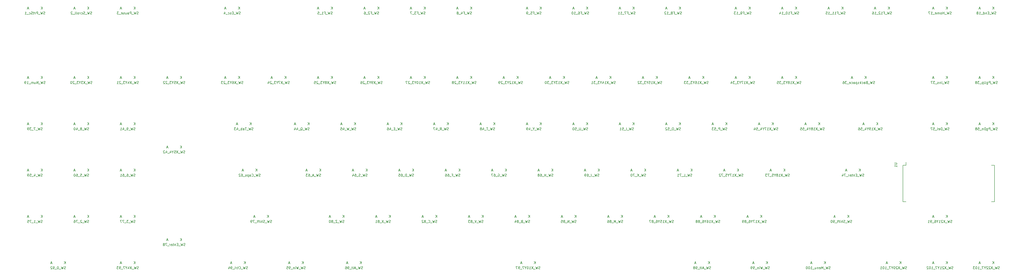
<source format=gbo>
G04 #@! TF.FileFunction,Legend,Bot*
%FSLAX46Y46*%
G04 Gerber Fmt 4.6, Leading zero omitted, Abs format (unit mm)*
G04 Created by KiCad (PCBNEW 4.0.2-stable) date Tuesday, June 21, 2016 'PMt' 05:11:06 PM*
%MOMM*%
G01*
G04 APERTURE LIST*
%ADD10C,0.150000*%
%ADD11C,0.200000*%
G04 APERTURE END LIST*
D10*
X394385000Y-88135000D02*
X395655000Y-88135000D01*
X394385000Y-103105000D02*
X395655000Y-103105000D01*
X431995000Y-103105000D02*
X430725000Y-103105000D01*
X431995000Y-88135000D02*
X430725000Y-88135000D01*
X394385000Y-88135000D02*
X394385000Y-103105000D01*
X431995000Y-88135000D02*
X431995000Y-103105000D01*
X395655000Y-88135000D02*
X395655000Y-86850000D01*
D11*
X434005953Y-130754762D02*
X433863096Y-130802381D01*
X433625000Y-130802381D01*
X433529762Y-130754762D01*
X433482143Y-130707143D01*
X433434524Y-130611905D01*
X433434524Y-130516667D01*
X433482143Y-130421429D01*
X433529762Y-130373810D01*
X433625000Y-130326190D01*
X433815477Y-130278571D01*
X433910715Y-130230952D01*
X433958334Y-130183333D01*
X434005953Y-130088095D01*
X434005953Y-129992857D01*
X433958334Y-129897619D01*
X433910715Y-129850000D01*
X433815477Y-129802381D01*
X433577381Y-129802381D01*
X433434524Y-129850000D01*
X433101191Y-129802381D02*
X432863096Y-130802381D01*
X432672619Y-130088095D01*
X432482143Y-130802381D01*
X432244048Y-129802381D01*
X432101191Y-130897619D02*
X431339286Y-130897619D01*
X431196429Y-129802381D02*
X430529762Y-130802381D01*
X430529762Y-129802381D02*
X431196429Y-130802381D01*
X430196429Y-129897619D02*
X430148810Y-129850000D01*
X430053572Y-129802381D01*
X429815476Y-129802381D01*
X429720238Y-129850000D01*
X429672619Y-129897619D01*
X429625000Y-129992857D01*
X429625000Y-130088095D01*
X429672619Y-130230952D01*
X430244048Y-130802381D01*
X429625000Y-130802381D01*
X429244048Y-129897619D02*
X429196429Y-129850000D01*
X429101191Y-129802381D01*
X428863095Y-129802381D01*
X428767857Y-129850000D01*
X428720238Y-129897619D01*
X428672619Y-129992857D01*
X428672619Y-130088095D01*
X428720238Y-130230952D01*
X429291667Y-130802381D01*
X428672619Y-130802381D01*
X428053572Y-130326190D02*
X428053572Y-130802381D01*
X428386905Y-129802381D02*
X428053572Y-130326190D01*
X427720238Y-129802381D01*
X427482143Y-129802381D02*
X426815476Y-129802381D01*
X427244048Y-130802381D01*
X426672619Y-130897619D02*
X425910714Y-130897619D01*
X425148809Y-130802381D02*
X425720238Y-130802381D01*
X425434524Y-130802381D02*
X425434524Y-129802381D01*
X425529762Y-129945238D01*
X425625000Y-130040476D01*
X425720238Y-130088095D01*
X424529762Y-129802381D02*
X424434523Y-129802381D01*
X424339285Y-129850000D01*
X424291666Y-129897619D01*
X424244047Y-129992857D01*
X424196428Y-130183333D01*
X424196428Y-130421429D01*
X424244047Y-130611905D01*
X424291666Y-130707143D01*
X424339285Y-130754762D01*
X424434523Y-130802381D01*
X424529762Y-130802381D01*
X424625000Y-130754762D01*
X424672619Y-130707143D01*
X424720238Y-130611905D01*
X424767857Y-130421429D01*
X424767857Y-130183333D01*
X424720238Y-129992857D01*
X424672619Y-129897619D01*
X424625000Y-129850000D01*
X424529762Y-129802381D01*
X423863095Y-129802381D02*
X423244047Y-129802381D01*
X423577381Y-130183333D01*
X423434523Y-130183333D01*
X423339285Y-130230952D01*
X423291666Y-130278571D01*
X423244047Y-130373810D01*
X423244047Y-130611905D01*
X423291666Y-130707143D01*
X423339285Y-130754762D01*
X423434523Y-130802381D01*
X423720238Y-130802381D01*
X423815476Y-130754762D01*
X423863095Y-130707143D01*
D10*
X426069095Y-128436667D02*
X425592904Y-128436667D01*
X426164333Y-128722381D02*
X425831000Y-127722381D01*
X425497666Y-128722381D01*
X431680905Y-128722381D02*
X431680905Y-127722381D01*
X431109476Y-128722381D02*
X431538048Y-128150952D01*
X431109476Y-127722381D02*
X431680905Y-128293810D01*
D11*
X414955953Y-130754762D02*
X414813096Y-130802381D01*
X414575000Y-130802381D01*
X414479762Y-130754762D01*
X414432143Y-130707143D01*
X414384524Y-130611905D01*
X414384524Y-130516667D01*
X414432143Y-130421429D01*
X414479762Y-130373810D01*
X414575000Y-130326190D01*
X414765477Y-130278571D01*
X414860715Y-130230952D01*
X414908334Y-130183333D01*
X414955953Y-130088095D01*
X414955953Y-129992857D01*
X414908334Y-129897619D01*
X414860715Y-129850000D01*
X414765477Y-129802381D01*
X414527381Y-129802381D01*
X414384524Y-129850000D01*
X414051191Y-129802381D02*
X413813096Y-130802381D01*
X413622619Y-130088095D01*
X413432143Y-130802381D01*
X413194048Y-129802381D01*
X413051191Y-130897619D02*
X412289286Y-130897619D01*
X412146429Y-129802381D02*
X411479762Y-130802381D01*
X411479762Y-129802381D02*
X412146429Y-130802381D01*
X411146429Y-129897619D02*
X411098810Y-129850000D01*
X411003572Y-129802381D01*
X410765476Y-129802381D01*
X410670238Y-129850000D01*
X410622619Y-129897619D01*
X410575000Y-129992857D01*
X410575000Y-130088095D01*
X410622619Y-130230952D01*
X411194048Y-130802381D01*
X410575000Y-130802381D01*
X409622619Y-130802381D02*
X410194048Y-130802381D01*
X409908334Y-130802381D02*
X409908334Y-129802381D01*
X410003572Y-129945238D01*
X410098810Y-130040476D01*
X410194048Y-130088095D01*
X409003572Y-130326190D02*
X409003572Y-130802381D01*
X409336905Y-129802381D02*
X409003572Y-130326190D01*
X408670238Y-129802381D01*
X408432143Y-129802381D02*
X407765476Y-129802381D01*
X408194048Y-130802381D01*
X407622619Y-130897619D02*
X406860714Y-130897619D01*
X406098809Y-130802381D02*
X406670238Y-130802381D01*
X406384524Y-130802381D02*
X406384524Y-129802381D01*
X406479762Y-129945238D01*
X406575000Y-130040476D01*
X406670238Y-130088095D01*
X405479762Y-129802381D02*
X405384523Y-129802381D01*
X405289285Y-129850000D01*
X405241666Y-129897619D01*
X405194047Y-129992857D01*
X405146428Y-130183333D01*
X405146428Y-130421429D01*
X405194047Y-130611905D01*
X405241666Y-130707143D01*
X405289285Y-130754762D01*
X405384523Y-130802381D01*
X405479762Y-130802381D01*
X405575000Y-130754762D01*
X405622619Y-130707143D01*
X405670238Y-130611905D01*
X405717857Y-130421429D01*
X405717857Y-130183333D01*
X405670238Y-129992857D01*
X405622619Y-129897619D01*
X405575000Y-129850000D01*
X405479762Y-129802381D01*
X404765476Y-129897619D02*
X404717857Y-129850000D01*
X404622619Y-129802381D01*
X404384523Y-129802381D01*
X404289285Y-129850000D01*
X404241666Y-129897619D01*
X404194047Y-129992857D01*
X404194047Y-130088095D01*
X404241666Y-130230952D01*
X404813095Y-130802381D01*
X404194047Y-130802381D01*
D10*
X407019095Y-128436667D02*
X406542904Y-128436667D01*
X407114333Y-128722381D02*
X406781000Y-127722381D01*
X406447666Y-128722381D01*
X412630905Y-128722381D02*
X412630905Y-127722381D01*
X412059476Y-128722381D02*
X412488048Y-128150952D01*
X412059476Y-127722381D02*
X412630905Y-128293810D01*
D11*
X395905953Y-130754762D02*
X395763096Y-130802381D01*
X395525000Y-130802381D01*
X395429762Y-130754762D01*
X395382143Y-130707143D01*
X395334524Y-130611905D01*
X395334524Y-130516667D01*
X395382143Y-130421429D01*
X395429762Y-130373810D01*
X395525000Y-130326190D01*
X395715477Y-130278571D01*
X395810715Y-130230952D01*
X395858334Y-130183333D01*
X395905953Y-130088095D01*
X395905953Y-129992857D01*
X395858334Y-129897619D01*
X395810715Y-129850000D01*
X395715477Y-129802381D01*
X395477381Y-129802381D01*
X395334524Y-129850000D01*
X395001191Y-129802381D02*
X394763096Y-130802381D01*
X394572619Y-130088095D01*
X394382143Y-130802381D01*
X394144048Y-129802381D01*
X394001191Y-130897619D02*
X393239286Y-130897619D01*
X393096429Y-129802381D02*
X392429762Y-130802381D01*
X392429762Y-129802381D02*
X393096429Y-130802381D01*
X392096429Y-129897619D02*
X392048810Y-129850000D01*
X391953572Y-129802381D01*
X391715476Y-129802381D01*
X391620238Y-129850000D01*
X391572619Y-129897619D01*
X391525000Y-129992857D01*
X391525000Y-130088095D01*
X391572619Y-130230952D01*
X392144048Y-130802381D01*
X391525000Y-130802381D01*
X390905953Y-129802381D02*
X390810714Y-129802381D01*
X390715476Y-129850000D01*
X390667857Y-129897619D01*
X390620238Y-129992857D01*
X390572619Y-130183333D01*
X390572619Y-130421429D01*
X390620238Y-130611905D01*
X390667857Y-130707143D01*
X390715476Y-130754762D01*
X390810714Y-130802381D01*
X390905953Y-130802381D01*
X391001191Y-130754762D01*
X391048810Y-130707143D01*
X391096429Y-130611905D01*
X391144048Y-130421429D01*
X391144048Y-130183333D01*
X391096429Y-129992857D01*
X391048810Y-129897619D01*
X391001191Y-129850000D01*
X390905953Y-129802381D01*
X389953572Y-130326190D02*
X389953572Y-130802381D01*
X390286905Y-129802381D02*
X389953572Y-130326190D01*
X389620238Y-129802381D01*
X389382143Y-129802381D02*
X388715476Y-129802381D01*
X389144048Y-130802381D01*
X388572619Y-130897619D02*
X387810714Y-130897619D01*
X387048809Y-130802381D02*
X387620238Y-130802381D01*
X387334524Y-130802381D02*
X387334524Y-129802381D01*
X387429762Y-129945238D01*
X387525000Y-130040476D01*
X387620238Y-130088095D01*
X386429762Y-129802381D02*
X386334523Y-129802381D01*
X386239285Y-129850000D01*
X386191666Y-129897619D01*
X386144047Y-129992857D01*
X386096428Y-130183333D01*
X386096428Y-130421429D01*
X386144047Y-130611905D01*
X386191666Y-130707143D01*
X386239285Y-130754762D01*
X386334523Y-130802381D01*
X386429762Y-130802381D01*
X386525000Y-130754762D01*
X386572619Y-130707143D01*
X386620238Y-130611905D01*
X386667857Y-130421429D01*
X386667857Y-130183333D01*
X386620238Y-129992857D01*
X386572619Y-129897619D01*
X386525000Y-129850000D01*
X386429762Y-129802381D01*
X385144047Y-130802381D02*
X385715476Y-130802381D01*
X385429762Y-130802381D02*
X385429762Y-129802381D01*
X385525000Y-129945238D01*
X385620238Y-130040476D01*
X385715476Y-130088095D01*
D10*
X387969095Y-128436667D02*
X387492904Y-128436667D01*
X388064333Y-128722381D02*
X387731000Y-127722381D01*
X387397666Y-128722381D01*
X393580905Y-128722381D02*
X393580905Y-127722381D01*
X393009476Y-128722381D02*
X393438048Y-128150952D01*
X393009476Y-127722381D02*
X393580905Y-128293810D01*
D11*
X364521131Y-130754762D02*
X364378274Y-130802381D01*
X364140178Y-130802381D01*
X364044940Y-130754762D01*
X363997321Y-130707143D01*
X363949702Y-130611905D01*
X363949702Y-130516667D01*
X363997321Y-130421429D01*
X364044940Y-130373810D01*
X364140178Y-130326190D01*
X364330655Y-130278571D01*
X364425893Y-130230952D01*
X364473512Y-130183333D01*
X364521131Y-130088095D01*
X364521131Y-129992857D01*
X364473512Y-129897619D01*
X364425893Y-129850000D01*
X364330655Y-129802381D01*
X364092559Y-129802381D01*
X363949702Y-129850000D01*
X363616369Y-129802381D02*
X363378274Y-130802381D01*
X363187797Y-130088095D01*
X362997321Y-130802381D01*
X362759226Y-129802381D01*
X362616369Y-130897619D02*
X361854464Y-130897619D01*
X361616369Y-130802381D02*
X361616369Y-129802381D01*
X361283035Y-130516667D01*
X360949702Y-129802381D01*
X360949702Y-130802381D01*
X360092559Y-130754762D02*
X360187797Y-130802381D01*
X360378274Y-130802381D01*
X360473512Y-130754762D01*
X360521131Y-130659524D01*
X360521131Y-130278571D01*
X360473512Y-130183333D01*
X360378274Y-130135714D01*
X360187797Y-130135714D01*
X360092559Y-130183333D01*
X360044940Y-130278571D01*
X360044940Y-130373810D01*
X360521131Y-130469048D01*
X359616369Y-130135714D02*
X359616369Y-130802381D01*
X359616369Y-130230952D02*
X359568750Y-130183333D01*
X359473512Y-130135714D01*
X359330654Y-130135714D01*
X359235416Y-130183333D01*
X359187797Y-130278571D01*
X359187797Y-130802381D01*
X358283035Y-130135714D02*
X358283035Y-130802381D01*
X358711607Y-130135714D02*
X358711607Y-130659524D01*
X358663988Y-130754762D01*
X358568750Y-130802381D01*
X358425892Y-130802381D01*
X358330654Y-130754762D01*
X358283035Y-130707143D01*
X358044940Y-130897619D02*
X357283035Y-130897619D01*
X356521130Y-130802381D02*
X357092559Y-130802381D01*
X356806845Y-130802381D02*
X356806845Y-129802381D01*
X356902083Y-129945238D01*
X356997321Y-130040476D01*
X357092559Y-130088095D01*
X355902083Y-129802381D02*
X355806844Y-129802381D01*
X355711606Y-129850000D01*
X355663987Y-129897619D01*
X355616368Y-129992857D01*
X355568749Y-130183333D01*
X355568749Y-130421429D01*
X355616368Y-130611905D01*
X355663987Y-130707143D01*
X355711606Y-130754762D01*
X355806844Y-130802381D01*
X355902083Y-130802381D01*
X355997321Y-130754762D01*
X356044940Y-130707143D01*
X356092559Y-130611905D01*
X356140178Y-130421429D01*
X356140178Y-130183333D01*
X356092559Y-129992857D01*
X356044940Y-129897619D01*
X355997321Y-129850000D01*
X355902083Y-129802381D01*
X354949702Y-129802381D02*
X354854463Y-129802381D01*
X354759225Y-129850000D01*
X354711606Y-129897619D01*
X354663987Y-129992857D01*
X354616368Y-130183333D01*
X354616368Y-130421429D01*
X354663987Y-130611905D01*
X354711606Y-130707143D01*
X354759225Y-130754762D01*
X354854463Y-130802381D01*
X354949702Y-130802381D01*
X355044940Y-130754762D01*
X355092559Y-130707143D01*
X355140178Y-130611905D01*
X355187797Y-130421429D01*
X355187797Y-130183333D01*
X355140178Y-129992857D01*
X355092559Y-129897619D01*
X355044940Y-129850000D01*
X354949702Y-129802381D01*
D10*
X357012845Y-128436667D02*
X356536654Y-128436667D01*
X357108083Y-128722381D02*
X356774750Y-127722381D01*
X356441416Y-128722381D01*
X362624655Y-128722381D02*
X362624655Y-127722381D01*
X362053226Y-128722381D02*
X362481798Y-128150952D01*
X362053226Y-127722381D02*
X362624655Y-128293810D01*
D11*
X339589583Y-130754762D02*
X339446726Y-130802381D01*
X339208630Y-130802381D01*
X339113392Y-130754762D01*
X339065773Y-130707143D01*
X339018154Y-130611905D01*
X339018154Y-130516667D01*
X339065773Y-130421429D01*
X339113392Y-130373810D01*
X339208630Y-130326190D01*
X339399107Y-130278571D01*
X339494345Y-130230952D01*
X339541964Y-130183333D01*
X339589583Y-130088095D01*
X339589583Y-129992857D01*
X339541964Y-129897619D01*
X339494345Y-129850000D01*
X339399107Y-129802381D01*
X339161011Y-129802381D01*
X339018154Y-129850000D01*
X338684821Y-129802381D02*
X338446726Y-130802381D01*
X338256249Y-130088095D01*
X338065773Y-130802381D01*
X337827678Y-129802381D01*
X337684821Y-130897619D02*
X336922916Y-130897619D01*
X336780059Y-129802381D02*
X336541964Y-130802381D01*
X336351487Y-130088095D01*
X336161011Y-130802381D01*
X335922916Y-129802381D01*
X335541964Y-130802381D02*
X335541964Y-130135714D01*
X335541964Y-129802381D02*
X335589583Y-129850000D01*
X335541964Y-129897619D01*
X335494345Y-129850000D01*
X335541964Y-129802381D01*
X335541964Y-129897619D01*
X335065774Y-130135714D02*
X335065774Y-130802381D01*
X335065774Y-130230952D02*
X335018155Y-130183333D01*
X334922917Y-130135714D01*
X334780059Y-130135714D01*
X334684821Y-130183333D01*
X334637202Y-130278571D01*
X334637202Y-130802381D01*
X334399107Y-130897619D02*
X333637202Y-130897619D01*
X333351488Y-130802381D02*
X333161012Y-130802381D01*
X333065773Y-130754762D01*
X333018154Y-130707143D01*
X332922916Y-130564286D01*
X332875297Y-130373810D01*
X332875297Y-129992857D01*
X332922916Y-129897619D01*
X332970535Y-129850000D01*
X333065773Y-129802381D01*
X333256250Y-129802381D01*
X333351488Y-129850000D01*
X333399107Y-129897619D01*
X333446726Y-129992857D01*
X333446726Y-130230952D01*
X333399107Y-130326190D01*
X333351488Y-130373810D01*
X333256250Y-130421429D01*
X333065773Y-130421429D01*
X332970535Y-130373810D01*
X332922916Y-130326190D01*
X332875297Y-130230952D01*
X332399107Y-130802381D02*
X332208631Y-130802381D01*
X332113392Y-130754762D01*
X332065773Y-130707143D01*
X331970535Y-130564286D01*
X331922916Y-130373810D01*
X331922916Y-129992857D01*
X331970535Y-129897619D01*
X332018154Y-129850000D01*
X332113392Y-129802381D01*
X332303869Y-129802381D01*
X332399107Y-129850000D01*
X332446726Y-129897619D01*
X332494345Y-129992857D01*
X332494345Y-130230952D01*
X332446726Y-130326190D01*
X332399107Y-130373810D01*
X332303869Y-130421429D01*
X332113392Y-130421429D01*
X332018154Y-130373810D01*
X331970535Y-130326190D01*
X331922916Y-130230952D01*
D10*
X333200345Y-128436667D02*
X332724154Y-128436667D01*
X333295583Y-128722381D02*
X332962250Y-127722381D01*
X332628916Y-128722381D01*
X338812155Y-128722381D02*
X338812155Y-127722381D01*
X338240726Y-128722381D02*
X338669298Y-128150952D01*
X338240726Y-127722381D02*
X338812155Y-128293810D01*
D11*
X315491370Y-130754762D02*
X315348513Y-130802381D01*
X315110417Y-130802381D01*
X315015179Y-130754762D01*
X314967560Y-130707143D01*
X314919941Y-130611905D01*
X314919941Y-130516667D01*
X314967560Y-130421429D01*
X315015179Y-130373810D01*
X315110417Y-130326190D01*
X315300894Y-130278571D01*
X315396132Y-130230952D01*
X315443751Y-130183333D01*
X315491370Y-130088095D01*
X315491370Y-129992857D01*
X315443751Y-129897619D01*
X315396132Y-129850000D01*
X315300894Y-129802381D01*
X315062798Y-129802381D01*
X314919941Y-129850000D01*
X314586608Y-129802381D02*
X314348513Y-130802381D01*
X314158036Y-130088095D01*
X313967560Y-130802381D01*
X313729465Y-129802381D01*
X313586608Y-130897619D02*
X312824703Y-130897619D01*
X312634227Y-130516667D02*
X312158036Y-130516667D01*
X312729465Y-130802381D02*
X312396132Y-129802381D01*
X312062798Y-130802381D01*
X311586608Y-130802381D02*
X311681846Y-130754762D01*
X311729465Y-130659524D01*
X311729465Y-129802381D01*
X311348512Y-130135714D02*
X310967560Y-130135714D01*
X311205655Y-129802381D02*
X311205655Y-130659524D01*
X311158036Y-130754762D01*
X311062798Y-130802381D01*
X310967560Y-130802381D01*
X310872321Y-130897619D02*
X310110416Y-130897619D01*
X309824702Y-130802381D02*
X309634226Y-130802381D01*
X309538987Y-130754762D01*
X309491368Y-130707143D01*
X309396130Y-130564286D01*
X309348511Y-130373810D01*
X309348511Y-129992857D01*
X309396130Y-129897619D01*
X309443749Y-129850000D01*
X309538987Y-129802381D01*
X309729464Y-129802381D01*
X309824702Y-129850000D01*
X309872321Y-129897619D01*
X309919940Y-129992857D01*
X309919940Y-130230952D01*
X309872321Y-130326190D01*
X309824702Y-130373810D01*
X309729464Y-130421429D01*
X309538987Y-130421429D01*
X309443749Y-130373810D01*
X309396130Y-130326190D01*
X309348511Y-130230952D01*
X308777083Y-130230952D02*
X308872321Y-130183333D01*
X308919940Y-130135714D01*
X308967559Y-130040476D01*
X308967559Y-129992857D01*
X308919940Y-129897619D01*
X308872321Y-129850000D01*
X308777083Y-129802381D01*
X308586606Y-129802381D01*
X308491368Y-129850000D01*
X308443749Y-129897619D01*
X308396130Y-129992857D01*
X308396130Y-130040476D01*
X308443749Y-130135714D01*
X308491368Y-130183333D01*
X308586606Y-130230952D01*
X308777083Y-130230952D01*
X308872321Y-130278571D01*
X308919940Y-130326190D01*
X308967559Y-130421429D01*
X308967559Y-130611905D01*
X308919940Y-130707143D01*
X308872321Y-130754762D01*
X308777083Y-130802381D01*
X308586606Y-130802381D01*
X308491368Y-130754762D01*
X308443749Y-130707143D01*
X308396130Y-130611905D01*
X308396130Y-130421429D01*
X308443749Y-130326190D01*
X308491368Y-130278571D01*
X308586606Y-130230952D01*
D10*
X309387845Y-128436667D02*
X308911654Y-128436667D01*
X309483083Y-128722381D02*
X309149750Y-127722381D01*
X308816416Y-128722381D01*
X314999655Y-128722381D02*
X314999655Y-127722381D01*
X314428226Y-128722381D02*
X314856798Y-128150952D01*
X314428226Y-127722381D02*
X314999655Y-128293810D01*
D11*
X245411012Y-130754762D02*
X245268155Y-130802381D01*
X245030059Y-130802381D01*
X244934821Y-130754762D01*
X244887202Y-130707143D01*
X244839583Y-130611905D01*
X244839583Y-130516667D01*
X244887202Y-130421429D01*
X244934821Y-130373810D01*
X245030059Y-130326190D01*
X245220536Y-130278571D01*
X245315774Y-130230952D01*
X245363393Y-130183333D01*
X245411012Y-130088095D01*
X245411012Y-129992857D01*
X245363393Y-129897619D01*
X245315774Y-129850000D01*
X245220536Y-129802381D01*
X244982440Y-129802381D01*
X244839583Y-129850000D01*
X244506250Y-129802381D02*
X244268155Y-130802381D01*
X244077678Y-130088095D01*
X243887202Y-130802381D01*
X243649107Y-129802381D01*
X243506250Y-130897619D02*
X242744345Y-130897619D01*
X242601488Y-129802381D02*
X241934821Y-130802381D01*
X241934821Y-129802381D02*
X242601488Y-130802381D01*
X241030059Y-130802381D02*
X241601488Y-130802381D01*
X241315774Y-130802381D02*
X241315774Y-129802381D01*
X241411012Y-129945238D01*
X241506250Y-130040476D01*
X241601488Y-130088095D01*
X240411012Y-129802381D02*
X240315773Y-129802381D01*
X240220535Y-129850000D01*
X240172916Y-129897619D01*
X240125297Y-129992857D01*
X240077678Y-130183333D01*
X240077678Y-130421429D01*
X240125297Y-130611905D01*
X240172916Y-130707143D01*
X240220535Y-130754762D01*
X240315773Y-130802381D01*
X240411012Y-130802381D01*
X240506250Y-130754762D01*
X240553869Y-130707143D01*
X240601488Y-130611905D01*
X240649107Y-130421429D01*
X240649107Y-130183333D01*
X240601488Y-129992857D01*
X240553869Y-129897619D01*
X240506250Y-129850000D01*
X240411012Y-129802381D01*
X239458631Y-130326190D02*
X239458631Y-130802381D01*
X239791964Y-129802381D02*
X239458631Y-130326190D01*
X239125297Y-129802381D01*
X238887202Y-129802381D02*
X238220535Y-129802381D01*
X238649107Y-130802381D01*
X238077678Y-130897619D02*
X237315773Y-130897619D01*
X237030059Y-130802381D02*
X236839583Y-130802381D01*
X236744344Y-130754762D01*
X236696725Y-130707143D01*
X236601487Y-130564286D01*
X236553868Y-130373810D01*
X236553868Y-129992857D01*
X236601487Y-129897619D01*
X236649106Y-129850000D01*
X236744344Y-129802381D01*
X236934821Y-129802381D01*
X237030059Y-129850000D01*
X237077678Y-129897619D01*
X237125297Y-129992857D01*
X237125297Y-130230952D01*
X237077678Y-130326190D01*
X237030059Y-130373810D01*
X236934821Y-130421429D01*
X236744344Y-130421429D01*
X236649106Y-130373810D01*
X236601487Y-130326190D01*
X236553868Y-130230952D01*
X236220535Y-129802381D02*
X235553868Y-129802381D01*
X235982440Y-130802381D01*
D10*
X237950345Y-128436667D02*
X237474154Y-128436667D01*
X238045583Y-128722381D02*
X237712250Y-127722381D01*
X237378916Y-128722381D01*
X243562155Y-128722381D02*
X243562155Y-127722381D01*
X242990726Y-128722381D02*
X243419298Y-128150952D01*
X242990726Y-127722381D02*
X243562155Y-128293810D01*
D11*
X172616370Y-130754762D02*
X172473513Y-130802381D01*
X172235417Y-130802381D01*
X172140179Y-130754762D01*
X172092560Y-130707143D01*
X172044941Y-130611905D01*
X172044941Y-130516667D01*
X172092560Y-130421429D01*
X172140179Y-130373810D01*
X172235417Y-130326190D01*
X172425894Y-130278571D01*
X172521132Y-130230952D01*
X172568751Y-130183333D01*
X172616370Y-130088095D01*
X172616370Y-129992857D01*
X172568751Y-129897619D01*
X172521132Y-129850000D01*
X172425894Y-129802381D01*
X172187798Y-129802381D01*
X172044941Y-129850000D01*
X171711608Y-129802381D02*
X171473513Y-130802381D01*
X171283036Y-130088095D01*
X171092560Y-130802381D01*
X170854465Y-129802381D01*
X170711608Y-130897619D02*
X169949703Y-130897619D01*
X169759227Y-130516667D02*
X169283036Y-130516667D01*
X169854465Y-130802381D02*
X169521132Y-129802381D01*
X169187798Y-130802381D01*
X168711608Y-130802381D02*
X168806846Y-130754762D01*
X168854465Y-130659524D01*
X168854465Y-129802381D01*
X168473512Y-130135714D02*
X168092560Y-130135714D01*
X168330655Y-129802381D02*
X168330655Y-130659524D01*
X168283036Y-130754762D01*
X168187798Y-130802381D01*
X168092560Y-130802381D01*
X167997321Y-130897619D02*
X167235416Y-130897619D01*
X166949702Y-130802381D02*
X166759226Y-130802381D01*
X166663987Y-130754762D01*
X166616368Y-130707143D01*
X166521130Y-130564286D01*
X166473511Y-130373810D01*
X166473511Y-129992857D01*
X166521130Y-129897619D01*
X166568749Y-129850000D01*
X166663987Y-129802381D01*
X166854464Y-129802381D01*
X166949702Y-129850000D01*
X166997321Y-129897619D01*
X167044940Y-129992857D01*
X167044940Y-130230952D01*
X166997321Y-130326190D01*
X166949702Y-130373810D01*
X166854464Y-130421429D01*
X166663987Y-130421429D01*
X166568749Y-130373810D01*
X166521130Y-130326190D01*
X166473511Y-130230952D01*
X165616368Y-129802381D02*
X165806845Y-129802381D01*
X165902083Y-129850000D01*
X165949702Y-129897619D01*
X166044940Y-130040476D01*
X166092559Y-130230952D01*
X166092559Y-130611905D01*
X166044940Y-130707143D01*
X165997321Y-130754762D01*
X165902083Y-130802381D01*
X165711606Y-130802381D01*
X165616368Y-130754762D01*
X165568749Y-130707143D01*
X165521130Y-130611905D01*
X165521130Y-130373810D01*
X165568749Y-130278571D01*
X165616368Y-130230952D01*
X165711606Y-130183333D01*
X165902083Y-130183333D01*
X165997321Y-130230952D01*
X166044940Y-130278571D01*
X166092559Y-130373810D01*
D10*
X166512845Y-128436667D02*
X166036654Y-128436667D01*
X166608083Y-128722381D02*
X166274750Y-127722381D01*
X165941416Y-128722381D01*
X172124655Y-128722381D02*
X172124655Y-127722381D01*
X171553226Y-128722381D02*
X171981798Y-128150952D01*
X171553226Y-127722381D02*
X172124655Y-128293810D01*
D11*
X149089583Y-130754762D02*
X148946726Y-130802381D01*
X148708630Y-130802381D01*
X148613392Y-130754762D01*
X148565773Y-130707143D01*
X148518154Y-130611905D01*
X148518154Y-130516667D01*
X148565773Y-130421429D01*
X148613392Y-130373810D01*
X148708630Y-130326190D01*
X148899107Y-130278571D01*
X148994345Y-130230952D01*
X149041964Y-130183333D01*
X149089583Y-130088095D01*
X149089583Y-129992857D01*
X149041964Y-129897619D01*
X148994345Y-129850000D01*
X148899107Y-129802381D01*
X148661011Y-129802381D01*
X148518154Y-129850000D01*
X148184821Y-129802381D02*
X147946726Y-130802381D01*
X147756249Y-130088095D01*
X147565773Y-130802381D01*
X147327678Y-129802381D01*
X147184821Y-130897619D02*
X146422916Y-130897619D01*
X146280059Y-129802381D02*
X146041964Y-130802381D01*
X145851487Y-130088095D01*
X145661011Y-130802381D01*
X145422916Y-129802381D01*
X145041964Y-130802381D02*
X145041964Y-130135714D01*
X145041964Y-129802381D02*
X145089583Y-129850000D01*
X145041964Y-129897619D01*
X144994345Y-129850000D01*
X145041964Y-129802381D01*
X145041964Y-129897619D01*
X144565774Y-130135714D02*
X144565774Y-130802381D01*
X144565774Y-130230952D02*
X144518155Y-130183333D01*
X144422917Y-130135714D01*
X144280059Y-130135714D01*
X144184821Y-130183333D01*
X144137202Y-130278571D01*
X144137202Y-130802381D01*
X143899107Y-130897619D02*
X143137202Y-130897619D01*
X142851488Y-130802381D02*
X142661012Y-130802381D01*
X142565773Y-130754762D01*
X142518154Y-130707143D01*
X142422916Y-130564286D01*
X142375297Y-130373810D01*
X142375297Y-129992857D01*
X142422916Y-129897619D01*
X142470535Y-129850000D01*
X142565773Y-129802381D01*
X142756250Y-129802381D01*
X142851488Y-129850000D01*
X142899107Y-129897619D01*
X142946726Y-129992857D01*
X142946726Y-130230952D01*
X142899107Y-130326190D01*
X142851488Y-130373810D01*
X142756250Y-130421429D01*
X142565773Y-130421429D01*
X142470535Y-130373810D01*
X142422916Y-130326190D01*
X142375297Y-130230952D01*
X141470535Y-129802381D02*
X141946726Y-129802381D01*
X141994345Y-130278571D01*
X141946726Y-130230952D01*
X141851488Y-130183333D01*
X141613392Y-130183333D01*
X141518154Y-130230952D01*
X141470535Y-130278571D01*
X141422916Y-130373810D01*
X141422916Y-130611905D01*
X141470535Y-130707143D01*
X141518154Y-130754762D01*
X141613392Y-130802381D01*
X141851488Y-130802381D01*
X141946726Y-130754762D01*
X141994345Y-130707143D01*
D10*
X142700345Y-128436667D02*
X142224154Y-128436667D01*
X142795583Y-128722381D02*
X142462250Y-127722381D01*
X142128916Y-128722381D01*
X148312155Y-128722381D02*
X148312155Y-127722381D01*
X147740726Y-128722381D02*
X148169298Y-128150952D01*
X147740726Y-127722381D02*
X148312155Y-128293810D01*
D11*
X125372322Y-130754762D02*
X125229465Y-130802381D01*
X124991369Y-130802381D01*
X124896131Y-130754762D01*
X124848512Y-130707143D01*
X124800893Y-130611905D01*
X124800893Y-130516667D01*
X124848512Y-130421429D01*
X124896131Y-130373810D01*
X124991369Y-130326190D01*
X125181846Y-130278571D01*
X125277084Y-130230952D01*
X125324703Y-130183333D01*
X125372322Y-130088095D01*
X125372322Y-129992857D01*
X125324703Y-129897619D01*
X125277084Y-129850000D01*
X125181846Y-129802381D01*
X124943750Y-129802381D01*
X124800893Y-129850000D01*
X124467560Y-129802381D02*
X124229465Y-130802381D01*
X124038988Y-130088095D01*
X123848512Y-130802381D01*
X123610417Y-129802381D01*
X123467560Y-130897619D02*
X122705655Y-130897619D01*
X121896131Y-130707143D02*
X121943750Y-130754762D01*
X122086607Y-130802381D01*
X122181845Y-130802381D01*
X122324703Y-130754762D01*
X122419941Y-130659524D01*
X122467560Y-130564286D01*
X122515179Y-130373810D01*
X122515179Y-130230952D01*
X122467560Y-130040476D01*
X122419941Y-129945238D01*
X122324703Y-129850000D01*
X122181845Y-129802381D01*
X122086607Y-129802381D01*
X121943750Y-129850000D01*
X121896131Y-129897619D01*
X121610417Y-130135714D02*
X121229465Y-130135714D01*
X121467560Y-129802381D02*
X121467560Y-130659524D01*
X121419941Y-130754762D01*
X121324703Y-130802381D01*
X121229465Y-130802381D01*
X120896131Y-130802381D02*
X120896131Y-130135714D01*
X120896131Y-130326190D02*
X120848512Y-130230952D01*
X120800893Y-130183333D01*
X120705655Y-130135714D01*
X120610416Y-130135714D01*
X120134226Y-130802381D02*
X120229464Y-130754762D01*
X120277083Y-130659524D01*
X120277083Y-129802381D01*
X119991368Y-130897619D02*
X119229463Y-130897619D01*
X118943749Y-130802381D02*
X118753273Y-130802381D01*
X118658034Y-130754762D01*
X118610415Y-130707143D01*
X118515177Y-130564286D01*
X118467558Y-130373810D01*
X118467558Y-129992857D01*
X118515177Y-129897619D01*
X118562796Y-129850000D01*
X118658034Y-129802381D01*
X118848511Y-129802381D01*
X118943749Y-129850000D01*
X118991368Y-129897619D01*
X119038987Y-129992857D01*
X119038987Y-130230952D01*
X118991368Y-130326190D01*
X118943749Y-130373810D01*
X118848511Y-130421429D01*
X118658034Y-130421429D01*
X118562796Y-130373810D01*
X118515177Y-130326190D01*
X118467558Y-130230952D01*
X117610415Y-130135714D02*
X117610415Y-130802381D01*
X117848511Y-129754762D02*
X118086606Y-130469048D01*
X117467558Y-130469048D01*
D10*
X118887845Y-128436667D02*
X118411654Y-128436667D01*
X118983083Y-128722381D02*
X118649750Y-127722381D01*
X118316416Y-128722381D01*
X124499655Y-128722381D02*
X124499655Y-127722381D01*
X123928226Y-128722381D02*
X124356798Y-128150952D01*
X123928226Y-127722381D02*
X124499655Y-128293810D01*
D11*
X80628572Y-130754762D02*
X80485715Y-130802381D01*
X80247619Y-130802381D01*
X80152381Y-130754762D01*
X80104762Y-130707143D01*
X80057143Y-130611905D01*
X80057143Y-130516667D01*
X80104762Y-130421429D01*
X80152381Y-130373810D01*
X80247619Y-130326190D01*
X80438096Y-130278571D01*
X80533334Y-130230952D01*
X80580953Y-130183333D01*
X80628572Y-130088095D01*
X80628572Y-129992857D01*
X80580953Y-129897619D01*
X80533334Y-129850000D01*
X80438096Y-129802381D01*
X80200000Y-129802381D01*
X80057143Y-129850000D01*
X79723810Y-129802381D02*
X79485715Y-130802381D01*
X79295238Y-130088095D01*
X79104762Y-130802381D01*
X78866667Y-129802381D01*
X78723810Y-130897619D02*
X77961905Y-130897619D01*
X77819048Y-129802381D02*
X77152381Y-130802381D01*
X77152381Y-129802381D02*
X77819048Y-130802381D01*
X76342857Y-130135714D02*
X76342857Y-130802381D01*
X76580953Y-129754762D02*
X76819048Y-130469048D01*
X76200000Y-130469048D01*
X75628572Y-130326190D02*
X75628572Y-130802381D01*
X75961905Y-129802381D02*
X75628572Y-130326190D01*
X75295238Y-129802381D01*
X75057143Y-129802381D02*
X74390476Y-129802381D01*
X74819048Y-130802381D01*
X74247619Y-130897619D02*
X73485714Y-130897619D01*
X73200000Y-130802381D02*
X73009524Y-130802381D01*
X72914285Y-130754762D01*
X72866666Y-130707143D01*
X72771428Y-130564286D01*
X72723809Y-130373810D01*
X72723809Y-129992857D01*
X72771428Y-129897619D01*
X72819047Y-129850000D01*
X72914285Y-129802381D01*
X73104762Y-129802381D01*
X73200000Y-129850000D01*
X73247619Y-129897619D01*
X73295238Y-129992857D01*
X73295238Y-130230952D01*
X73247619Y-130326190D01*
X73200000Y-130373810D01*
X73104762Y-130421429D01*
X72914285Y-130421429D01*
X72819047Y-130373810D01*
X72771428Y-130326190D01*
X72723809Y-130230952D01*
X72390476Y-129802381D02*
X71771428Y-129802381D01*
X72104762Y-130183333D01*
X71961904Y-130183333D01*
X71866666Y-130230952D01*
X71819047Y-130278571D01*
X71771428Y-130373810D01*
X71771428Y-130611905D01*
X71819047Y-130707143D01*
X71866666Y-130754762D01*
X71961904Y-130802381D01*
X72247619Y-130802381D01*
X72342857Y-130754762D01*
X72390476Y-130707143D01*
D10*
X73644095Y-128436667D02*
X73167904Y-128436667D01*
X73739333Y-128722381D02*
X73406000Y-127722381D01*
X73072666Y-128722381D01*
X79255905Y-128722381D02*
X79255905Y-127722381D01*
X78684476Y-128722381D02*
X79113048Y-128150952D01*
X78684476Y-127722381D02*
X79255905Y-128293810D01*
D11*
X50672619Y-130754762D02*
X50529762Y-130802381D01*
X50291666Y-130802381D01*
X50196428Y-130754762D01*
X50148809Y-130707143D01*
X50101190Y-130611905D01*
X50101190Y-130516667D01*
X50148809Y-130421429D01*
X50196428Y-130373810D01*
X50291666Y-130326190D01*
X50482143Y-130278571D01*
X50577381Y-130230952D01*
X50625000Y-130183333D01*
X50672619Y-130088095D01*
X50672619Y-129992857D01*
X50625000Y-129897619D01*
X50577381Y-129850000D01*
X50482143Y-129802381D01*
X50244047Y-129802381D01*
X50101190Y-129850000D01*
X49767857Y-129802381D02*
X49529762Y-130802381D01*
X49339285Y-130088095D01*
X49148809Y-130802381D01*
X48910714Y-129802381D01*
X48767857Y-130897619D02*
X48005952Y-130897619D01*
X47577381Y-129802381D02*
X47482142Y-129802381D01*
X47386904Y-129850000D01*
X47339285Y-129897619D01*
X47291666Y-129992857D01*
X47244047Y-130183333D01*
X47244047Y-130421429D01*
X47291666Y-130611905D01*
X47339285Y-130707143D01*
X47386904Y-130754762D01*
X47482142Y-130802381D01*
X47577381Y-130802381D01*
X47672619Y-130754762D01*
X47720238Y-130707143D01*
X47767857Y-130611905D01*
X47815476Y-130421429D01*
X47815476Y-130183333D01*
X47767857Y-129992857D01*
X47720238Y-129897619D01*
X47672619Y-129850000D01*
X47577381Y-129802381D01*
X47053571Y-130897619D02*
X46291666Y-130897619D01*
X46005952Y-130802381D02*
X45815476Y-130802381D01*
X45720237Y-130754762D01*
X45672618Y-130707143D01*
X45577380Y-130564286D01*
X45529761Y-130373810D01*
X45529761Y-129992857D01*
X45577380Y-129897619D01*
X45624999Y-129850000D01*
X45720237Y-129802381D01*
X45910714Y-129802381D01*
X46005952Y-129850000D01*
X46053571Y-129897619D01*
X46101190Y-129992857D01*
X46101190Y-130230952D01*
X46053571Y-130326190D01*
X46005952Y-130373810D01*
X45910714Y-130421429D01*
X45720237Y-130421429D01*
X45624999Y-130373810D01*
X45577380Y-130326190D01*
X45529761Y-130230952D01*
X45148809Y-129897619D02*
X45101190Y-129850000D01*
X45005952Y-129802381D01*
X44767856Y-129802381D01*
X44672618Y-129850000D01*
X44624999Y-129897619D01*
X44577380Y-129992857D01*
X44577380Y-130088095D01*
X44624999Y-130230952D01*
X45196428Y-130802381D01*
X44577380Y-130802381D01*
D10*
X45069095Y-128436667D02*
X44592904Y-128436667D01*
X45164333Y-128722381D02*
X44831000Y-127722381D01*
X44497666Y-128722381D01*
X50680905Y-128722381D02*
X50680905Y-127722381D01*
X50109476Y-128722381D02*
X50538048Y-128150952D01*
X50109476Y-127722381D02*
X50680905Y-128293810D01*
D11*
X414479762Y-111704762D02*
X414336905Y-111752381D01*
X414098809Y-111752381D01*
X414003571Y-111704762D01*
X413955952Y-111657143D01*
X413908333Y-111561905D01*
X413908333Y-111466667D01*
X413955952Y-111371429D01*
X414003571Y-111323810D01*
X414098809Y-111276190D01*
X414289286Y-111228571D01*
X414384524Y-111180952D01*
X414432143Y-111133333D01*
X414479762Y-111038095D01*
X414479762Y-110942857D01*
X414432143Y-110847619D01*
X414384524Y-110800000D01*
X414289286Y-110752381D01*
X414051190Y-110752381D01*
X413908333Y-110800000D01*
X413575000Y-110752381D02*
X413336905Y-111752381D01*
X413146428Y-111038095D01*
X412955952Y-111752381D01*
X412717857Y-110752381D01*
X412575000Y-111847619D02*
X411813095Y-111847619D01*
X411670238Y-110752381D02*
X411003571Y-111752381D01*
X411003571Y-110752381D02*
X411670238Y-111752381D01*
X410670238Y-110847619D02*
X410622619Y-110800000D01*
X410527381Y-110752381D01*
X410289285Y-110752381D01*
X410194047Y-110800000D01*
X410146428Y-110847619D01*
X410098809Y-110942857D01*
X410098809Y-111038095D01*
X410146428Y-111180952D01*
X410717857Y-111752381D01*
X410098809Y-111752381D01*
X409146428Y-111752381D02*
X409717857Y-111752381D01*
X409432143Y-111752381D02*
X409432143Y-110752381D01*
X409527381Y-110895238D01*
X409622619Y-110990476D01*
X409717857Y-111038095D01*
X408527381Y-111276190D02*
X408527381Y-111752381D01*
X408860714Y-110752381D02*
X408527381Y-111276190D01*
X408194047Y-110752381D01*
X407432142Y-110752381D02*
X407622619Y-110752381D01*
X407717857Y-110800000D01*
X407765476Y-110847619D01*
X407860714Y-110990476D01*
X407908333Y-111180952D01*
X407908333Y-111561905D01*
X407860714Y-111657143D01*
X407813095Y-111704762D01*
X407717857Y-111752381D01*
X407527380Y-111752381D01*
X407432142Y-111704762D01*
X407384523Y-111657143D01*
X407336904Y-111561905D01*
X407336904Y-111323810D01*
X407384523Y-111228571D01*
X407432142Y-111180952D01*
X407527380Y-111133333D01*
X407717857Y-111133333D01*
X407813095Y-111180952D01*
X407860714Y-111228571D01*
X407908333Y-111323810D01*
X407146428Y-111847619D02*
X406384523Y-111847619D01*
X406098809Y-111752381D02*
X405908333Y-111752381D01*
X405813094Y-111704762D01*
X405765475Y-111657143D01*
X405670237Y-111514286D01*
X405622618Y-111323810D01*
X405622618Y-110942857D01*
X405670237Y-110847619D01*
X405717856Y-110800000D01*
X405813094Y-110752381D01*
X406003571Y-110752381D01*
X406098809Y-110800000D01*
X406146428Y-110847619D01*
X406194047Y-110942857D01*
X406194047Y-111180952D01*
X406146428Y-111276190D01*
X406098809Y-111323810D01*
X406003571Y-111371429D01*
X405813094Y-111371429D01*
X405717856Y-111323810D01*
X405670237Y-111276190D01*
X405622618Y-111180952D01*
X404670237Y-111752381D02*
X405241666Y-111752381D01*
X404955952Y-111752381D02*
X404955952Y-110752381D01*
X405051190Y-110895238D01*
X405146428Y-110990476D01*
X405241666Y-111038095D01*
D10*
X407019095Y-109386667D02*
X406542904Y-109386667D01*
X407114333Y-109672381D02*
X406781000Y-108672381D01*
X406447666Y-109672381D01*
X412630905Y-109672381D02*
X412630905Y-108672381D01*
X412059476Y-109672381D02*
X412488048Y-109100952D01*
X412059476Y-108672381D02*
X412630905Y-109243810D01*
D11*
X373403274Y-111704762D02*
X373260417Y-111752381D01*
X373022321Y-111752381D01*
X372927083Y-111704762D01*
X372879464Y-111657143D01*
X372831845Y-111561905D01*
X372831845Y-111466667D01*
X372879464Y-111371429D01*
X372927083Y-111323810D01*
X373022321Y-111276190D01*
X373212798Y-111228571D01*
X373308036Y-111180952D01*
X373355655Y-111133333D01*
X373403274Y-111038095D01*
X373403274Y-110942857D01*
X373355655Y-110847619D01*
X373308036Y-110800000D01*
X373212798Y-110752381D01*
X372974702Y-110752381D01*
X372831845Y-110800000D01*
X372498512Y-110752381D02*
X372260417Y-111752381D01*
X372069940Y-111038095D01*
X371879464Y-111752381D01*
X371641369Y-110752381D01*
X371498512Y-111847619D02*
X370736607Y-111847619D01*
X370546131Y-111704762D02*
X370403274Y-111752381D01*
X370165178Y-111752381D01*
X370069940Y-111704762D01*
X370022321Y-111657143D01*
X369974702Y-111561905D01*
X369974702Y-111466667D01*
X370022321Y-111371429D01*
X370069940Y-111323810D01*
X370165178Y-111276190D01*
X370355655Y-111228571D01*
X370450893Y-111180952D01*
X370498512Y-111133333D01*
X370546131Y-111038095D01*
X370546131Y-110942857D01*
X370498512Y-110847619D01*
X370450893Y-110800000D01*
X370355655Y-110752381D01*
X370117559Y-110752381D01*
X369974702Y-110800000D01*
X369546131Y-111752381D02*
X369546131Y-110752381D01*
X369117559Y-111752381D02*
X369117559Y-111228571D01*
X369165178Y-111133333D01*
X369260416Y-111085714D01*
X369403274Y-111085714D01*
X369498512Y-111133333D01*
X369546131Y-111180952D01*
X368641369Y-111752381D02*
X368641369Y-111085714D01*
X368641369Y-110752381D02*
X368688988Y-110800000D01*
X368641369Y-110847619D01*
X368593750Y-110800000D01*
X368641369Y-110752381D01*
X368641369Y-110847619D01*
X368308036Y-111085714D02*
X367927084Y-111085714D01*
X368165179Y-111752381D02*
X368165179Y-110895238D01*
X368117560Y-110800000D01*
X368022322Y-110752381D01*
X367927084Y-110752381D01*
X367736607Y-111085714D02*
X367355655Y-111085714D01*
X367593750Y-110752381D02*
X367593750Y-111609524D01*
X367546131Y-111704762D01*
X367450893Y-111752381D01*
X367355655Y-111752381D01*
X367260416Y-111847619D02*
X366498511Y-111847619D01*
X366212797Y-111752381D02*
X366022321Y-111752381D01*
X365927082Y-111704762D01*
X365879463Y-111657143D01*
X365784225Y-111514286D01*
X365736606Y-111323810D01*
X365736606Y-110942857D01*
X365784225Y-110847619D01*
X365831844Y-110800000D01*
X365927082Y-110752381D01*
X366117559Y-110752381D01*
X366212797Y-110800000D01*
X366260416Y-110847619D01*
X366308035Y-110942857D01*
X366308035Y-111180952D01*
X366260416Y-111276190D01*
X366212797Y-111323810D01*
X366117559Y-111371429D01*
X365927082Y-111371429D01*
X365831844Y-111323810D01*
X365784225Y-111276190D01*
X365736606Y-111180952D01*
X365117559Y-110752381D02*
X365022320Y-110752381D01*
X364927082Y-110800000D01*
X364879463Y-110847619D01*
X364831844Y-110942857D01*
X364784225Y-111133333D01*
X364784225Y-111371429D01*
X364831844Y-111561905D01*
X364879463Y-111657143D01*
X364927082Y-111704762D01*
X365022320Y-111752381D01*
X365117559Y-111752381D01*
X365212797Y-111704762D01*
X365260416Y-111657143D01*
X365308035Y-111561905D01*
X365355654Y-111371429D01*
X365355654Y-111133333D01*
X365308035Y-110942857D01*
X365260416Y-110847619D01*
X365212797Y-110800000D01*
X365117559Y-110752381D01*
D10*
X366537845Y-109386667D02*
X366061654Y-109386667D01*
X366633083Y-109672381D02*
X366299750Y-108672381D01*
X365966416Y-109672381D01*
X372149655Y-109672381D02*
X372149655Y-108672381D01*
X371578226Y-109672381D02*
X372006798Y-109100952D01*
X371578226Y-108672381D02*
X372149655Y-109243810D01*
D11*
X338279762Y-111704762D02*
X338136905Y-111752381D01*
X337898809Y-111752381D01*
X337803571Y-111704762D01*
X337755952Y-111657143D01*
X337708333Y-111561905D01*
X337708333Y-111466667D01*
X337755952Y-111371429D01*
X337803571Y-111323810D01*
X337898809Y-111276190D01*
X338089286Y-111228571D01*
X338184524Y-111180952D01*
X338232143Y-111133333D01*
X338279762Y-111038095D01*
X338279762Y-110942857D01*
X338232143Y-110847619D01*
X338184524Y-110800000D01*
X338089286Y-110752381D01*
X337851190Y-110752381D01*
X337708333Y-110800000D01*
X337375000Y-110752381D02*
X337136905Y-111752381D01*
X336946428Y-111038095D01*
X336755952Y-111752381D01*
X336517857Y-110752381D01*
X336375000Y-111847619D02*
X335613095Y-111847619D01*
X335470238Y-110752381D02*
X334803571Y-111752381D01*
X334803571Y-110752381D02*
X335470238Y-111752381D01*
X333898809Y-111752381D02*
X334470238Y-111752381D01*
X334184524Y-111752381D02*
X334184524Y-110752381D01*
X334279762Y-110895238D01*
X334375000Y-110990476D01*
X334470238Y-111038095D01*
X333565476Y-110752381D02*
X332898809Y-110752381D01*
X333327381Y-111752381D01*
X332327381Y-111276190D02*
X332327381Y-111752381D01*
X332660714Y-110752381D02*
X332327381Y-111276190D01*
X331994047Y-110752381D01*
X331232142Y-110752381D02*
X331422619Y-110752381D01*
X331517857Y-110800000D01*
X331565476Y-110847619D01*
X331660714Y-110990476D01*
X331708333Y-111180952D01*
X331708333Y-111561905D01*
X331660714Y-111657143D01*
X331613095Y-111704762D01*
X331517857Y-111752381D01*
X331327380Y-111752381D01*
X331232142Y-111704762D01*
X331184523Y-111657143D01*
X331136904Y-111561905D01*
X331136904Y-111323810D01*
X331184523Y-111228571D01*
X331232142Y-111180952D01*
X331327380Y-111133333D01*
X331517857Y-111133333D01*
X331613095Y-111180952D01*
X331660714Y-111228571D01*
X331708333Y-111323810D01*
X330946428Y-111847619D02*
X330184523Y-111847619D01*
X329803571Y-111180952D02*
X329898809Y-111133333D01*
X329946428Y-111085714D01*
X329994047Y-110990476D01*
X329994047Y-110942857D01*
X329946428Y-110847619D01*
X329898809Y-110800000D01*
X329803571Y-110752381D01*
X329613094Y-110752381D01*
X329517856Y-110800000D01*
X329470237Y-110847619D01*
X329422618Y-110942857D01*
X329422618Y-110990476D01*
X329470237Y-111085714D01*
X329517856Y-111133333D01*
X329613094Y-111180952D01*
X329803571Y-111180952D01*
X329898809Y-111228571D01*
X329946428Y-111276190D01*
X329994047Y-111371429D01*
X329994047Y-111561905D01*
X329946428Y-111657143D01*
X329898809Y-111704762D01*
X329803571Y-111752381D01*
X329613094Y-111752381D01*
X329517856Y-111704762D01*
X329470237Y-111657143D01*
X329422618Y-111561905D01*
X329422618Y-111371429D01*
X329470237Y-111276190D01*
X329517856Y-111228571D01*
X329613094Y-111180952D01*
X328946428Y-111752381D02*
X328755952Y-111752381D01*
X328660713Y-111704762D01*
X328613094Y-111657143D01*
X328517856Y-111514286D01*
X328470237Y-111323810D01*
X328470237Y-110942857D01*
X328517856Y-110847619D01*
X328565475Y-110800000D01*
X328660713Y-110752381D01*
X328851190Y-110752381D01*
X328946428Y-110800000D01*
X328994047Y-110847619D01*
X329041666Y-110942857D01*
X329041666Y-111180952D01*
X328994047Y-111276190D01*
X328946428Y-111323810D01*
X328851190Y-111371429D01*
X328660713Y-111371429D01*
X328565475Y-111323810D01*
X328517856Y-111276190D01*
X328470237Y-111180952D01*
D10*
X330819095Y-109386667D02*
X330342904Y-109386667D01*
X330914333Y-109672381D02*
X330581000Y-108672381D01*
X330247666Y-109672381D01*
X336430905Y-109672381D02*
X336430905Y-108672381D01*
X335859476Y-109672381D02*
X336288048Y-109100952D01*
X335859476Y-108672381D02*
X336430905Y-109243810D01*
D11*
X319229762Y-111704762D02*
X319086905Y-111752381D01*
X318848809Y-111752381D01*
X318753571Y-111704762D01*
X318705952Y-111657143D01*
X318658333Y-111561905D01*
X318658333Y-111466667D01*
X318705952Y-111371429D01*
X318753571Y-111323810D01*
X318848809Y-111276190D01*
X319039286Y-111228571D01*
X319134524Y-111180952D01*
X319182143Y-111133333D01*
X319229762Y-111038095D01*
X319229762Y-110942857D01*
X319182143Y-110847619D01*
X319134524Y-110800000D01*
X319039286Y-110752381D01*
X318801190Y-110752381D01*
X318658333Y-110800000D01*
X318325000Y-110752381D02*
X318086905Y-111752381D01*
X317896428Y-111038095D01*
X317705952Y-111752381D01*
X317467857Y-110752381D01*
X317325000Y-111847619D02*
X316563095Y-111847619D01*
X316420238Y-110752381D02*
X315753571Y-111752381D01*
X315753571Y-110752381D02*
X316420238Y-111752381D01*
X314848809Y-111752381D02*
X315420238Y-111752381D01*
X315134524Y-111752381D02*
X315134524Y-110752381D01*
X315229762Y-110895238D01*
X315325000Y-110990476D01*
X315420238Y-111038095D01*
X313991666Y-110752381D02*
X314182143Y-110752381D01*
X314277381Y-110800000D01*
X314325000Y-110847619D01*
X314420238Y-110990476D01*
X314467857Y-111180952D01*
X314467857Y-111561905D01*
X314420238Y-111657143D01*
X314372619Y-111704762D01*
X314277381Y-111752381D01*
X314086904Y-111752381D01*
X313991666Y-111704762D01*
X313944047Y-111657143D01*
X313896428Y-111561905D01*
X313896428Y-111323810D01*
X313944047Y-111228571D01*
X313991666Y-111180952D01*
X314086904Y-111133333D01*
X314277381Y-111133333D01*
X314372619Y-111180952D01*
X314420238Y-111228571D01*
X314467857Y-111323810D01*
X313277381Y-111276190D02*
X313277381Y-111752381D01*
X313610714Y-110752381D02*
X313277381Y-111276190D01*
X312944047Y-110752381D01*
X312182142Y-110752381D02*
X312372619Y-110752381D01*
X312467857Y-110800000D01*
X312515476Y-110847619D01*
X312610714Y-110990476D01*
X312658333Y-111180952D01*
X312658333Y-111561905D01*
X312610714Y-111657143D01*
X312563095Y-111704762D01*
X312467857Y-111752381D01*
X312277380Y-111752381D01*
X312182142Y-111704762D01*
X312134523Y-111657143D01*
X312086904Y-111561905D01*
X312086904Y-111323810D01*
X312134523Y-111228571D01*
X312182142Y-111180952D01*
X312277380Y-111133333D01*
X312467857Y-111133333D01*
X312563095Y-111180952D01*
X312610714Y-111228571D01*
X312658333Y-111323810D01*
X311896428Y-111847619D02*
X311134523Y-111847619D01*
X310753571Y-111180952D02*
X310848809Y-111133333D01*
X310896428Y-111085714D01*
X310944047Y-110990476D01*
X310944047Y-110942857D01*
X310896428Y-110847619D01*
X310848809Y-110800000D01*
X310753571Y-110752381D01*
X310563094Y-110752381D01*
X310467856Y-110800000D01*
X310420237Y-110847619D01*
X310372618Y-110942857D01*
X310372618Y-110990476D01*
X310420237Y-111085714D01*
X310467856Y-111133333D01*
X310563094Y-111180952D01*
X310753571Y-111180952D01*
X310848809Y-111228571D01*
X310896428Y-111276190D01*
X310944047Y-111371429D01*
X310944047Y-111561905D01*
X310896428Y-111657143D01*
X310848809Y-111704762D01*
X310753571Y-111752381D01*
X310563094Y-111752381D01*
X310467856Y-111704762D01*
X310420237Y-111657143D01*
X310372618Y-111561905D01*
X310372618Y-111371429D01*
X310420237Y-111276190D01*
X310467856Y-111228571D01*
X310563094Y-111180952D01*
X309801190Y-111180952D02*
X309896428Y-111133333D01*
X309944047Y-111085714D01*
X309991666Y-110990476D01*
X309991666Y-110942857D01*
X309944047Y-110847619D01*
X309896428Y-110800000D01*
X309801190Y-110752381D01*
X309610713Y-110752381D01*
X309515475Y-110800000D01*
X309467856Y-110847619D01*
X309420237Y-110942857D01*
X309420237Y-110990476D01*
X309467856Y-111085714D01*
X309515475Y-111133333D01*
X309610713Y-111180952D01*
X309801190Y-111180952D01*
X309896428Y-111228571D01*
X309944047Y-111276190D01*
X309991666Y-111371429D01*
X309991666Y-111561905D01*
X309944047Y-111657143D01*
X309896428Y-111704762D01*
X309801190Y-111752381D01*
X309610713Y-111752381D01*
X309515475Y-111704762D01*
X309467856Y-111657143D01*
X309420237Y-111561905D01*
X309420237Y-111371429D01*
X309467856Y-111276190D01*
X309515475Y-111228571D01*
X309610713Y-111180952D01*
D10*
X311769095Y-109386667D02*
X311292904Y-109386667D01*
X311864333Y-109672381D02*
X311531000Y-108672381D01*
X311197666Y-109672381D01*
X317380905Y-109672381D02*
X317380905Y-108672381D01*
X316809476Y-109672381D02*
X317238048Y-109100952D01*
X316809476Y-108672381D02*
X317380905Y-109243810D01*
D11*
X300179762Y-111704762D02*
X300036905Y-111752381D01*
X299798809Y-111752381D01*
X299703571Y-111704762D01*
X299655952Y-111657143D01*
X299608333Y-111561905D01*
X299608333Y-111466667D01*
X299655952Y-111371429D01*
X299703571Y-111323810D01*
X299798809Y-111276190D01*
X299989286Y-111228571D01*
X300084524Y-111180952D01*
X300132143Y-111133333D01*
X300179762Y-111038095D01*
X300179762Y-110942857D01*
X300132143Y-110847619D01*
X300084524Y-110800000D01*
X299989286Y-110752381D01*
X299751190Y-110752381D01*
X299608333Y-110800000D01*
X299275000Y-110752381D02*
X299036905Y-111752381D01*
X298846428Y-111038095D01*
X298655952Y-111752381D01*
X298417857Y-110752381D01*
X298275000Y-111847619D02*
X297513095Y-111847619D01*
X297370238Y-110752381D02*
X296703571Y-111752381D01*
X296703571Y-110752381D02*
X297370238Y-111752381D01*
X295798809Y-111752381D02*
X296370238Y-111752381D01*
X296084524Y-111752381D02*
X296084524Y-110752381D01*
X296179762Y-110895238D01*
X296275000Y-110990476D01*
X296370238Y-111038095D01*
X294894047Y-110752381D02*
X295370238Y-110752381D01*
X295417857Y-111228571D01*
X295370238Y-111180952D01*
X295275000Y-111133333D01*
X295036904Y-111133333D01*
X294941666Y-111180952D01*
X294894047Y-111228571D01*
X294846428Y-111323810D01*
X294846428Y-111561905D01*
X294894047Y-111657143D01*
X294941666Y-111704762D01*
X295036904Y-111752381D01*
X295275000Y-111752381D01*
X295370238Y-111704762D01*
X295417857Y-111657143D01*
X294227381Y-111276190D02*
X294227381Y-111752381D01*
X294560714Y-110752381D02*
X294227381Y-111276190D01*
X293894047Y-110752381D01*
X293132142Y-110752381D02*
X293322619Y-110752381D01*
X293417857Y-110800000D01*
X293465476Y-110847619D01*
X293560714Y-110990476D01*
X293608333Y-111180952D01*
X293608333Y-111561905D01*
X293560714Y-111657143D01*
X293513095Y-111704762D01*
X293417857Y-111752381D01*
X293227380Y-111752381D01*
X293132142Y-111704762D01*
X293084523Y-111657143D01*
X293036904Y-111561905D01*
X293036904Y-111323810D01*
X293084523Y-111228571D01*
X293132142Y-111180952D01*
X293227380Y-111133333D01*
X293417857Y-111133333D01*
X293513095Y-111180952D01*
X293560714Y-111228571D01*
X293608333Y-111323810D01*
X292846428Y-111847619D02*
X292084523Y-111847619D01*
X291703571Y-111180952D02*
X291798809Y-111133333D01*
X291846428Y-111085714D01*
X291894047Y-110990476D01*
X291894047Y-110942857D01*
X291846428Y-110847619D01*
X291798809Y-110800000D01*
X291703571Y-110752381D01*
X291513094Y-110752381D01*
X291417856Y-110800000D01*
X291370237Y-110847619D01*
X291322618Y-110942857D01*
X291322618Y-110990476D01*
X291370237Y-111085714D01*
X291417856Y-111133333D01*
X291513094Y-111180952D01*
X291703571Y-111180952D01*
X291798809Y-111228571D01*
X291846428Y-111276190D01*
X291894047Y-111371429D01*
X291894047Y-111561905D01*
X291846428Y-111657143D01*
X291798809Y-111704762D01*
X291703571Y-111752381D01*
X291513094Y-111752381D01*
X291417856Y-111704762D01*
X291370237Y-111657143D01*
X291322618Y-111561905D01*
X291322618Y-111371429D01*
X291370237Y-111276190D01*
X291417856Y-111228571D01*
X291513094Y-111180952D01*
X290989285Y-110752381D02*
X290322618Y-110752381D01*
X290751190Y-111752381D01*
D10*
X292719095Y-109386667D02*
X292242904Y-109386667D01*
X292814333Y-109672381D02*
X292481000Y-108672381D01*
X292147666Y-109672381D01*
X298330905Y-109672381D02*
X298330905Y-108672381D01*
X297759476Y-109672381D02*
X298188048Y-109100952D01*
X297759476Y-108672381D02*
X298330905Y-109243810D01*
D11*
X279367857Y-111704762D02*
X279225000Y-111752381D01*
X278986904Y-111752381D01*
X278891666Y-111704762D01*
X278844047Y-111657143D01*
X278796428Y-111561905D01*
X278796428Y-111466667D01*
X278844047Y-111371429D01*
X278891666Y-111323810D01*
X278986904Y-111276190D01*
X279177381Y-111228571D01*
X279272619Y-111180952D01*
X279320238Y-111133333D01*
X279367857Y-111038095D01*
X279367857Y-110942857D01*
X279320238Y-110847619D01*
X279272619Y-110800000D01*
X279177381Y-110752381D01*
X278939285Y-110752381D01*
X278796428Y-110800000D01*
X278463095Y-110752381D02*
X278225000Y-111752381D01*
X278034523Y-111038095D01*
X277844047Y-111752381D01*
X277605952Y-110752381D01*
X277463095Y-111847619D02*
X276701190Y-111847619D01*
X276463095Y-111752381D02*
X276463095Y-110752381D01*
X276129761Y-111466667D01*
X275796428Y-110752381D01*
X275796428Y-111752381D01*
X275558333Y-111847619D02*
X274796428Y-111847619D01*
X274415476Y-111180952D02*
X274510714Y-111133333D01*
X274558333Y-111085714D01*
X274605952Y-110990476D01*
X274605952Y-110942857D01*
X274558333Y-110847619D01*
X274510714Y-110800000D01*
X274415476Y-110752381D01*
X274224999Y-110752381D01*
X274129761Y-110800000D01*
X274082142Y-110847619D01*
X274034523Y-110942857D01*
X274034523Y-110990476D01*
X274082142Y-111085714D01*
X274129761Y-111133333D01*
X274224999Y-111180952D01*
X274415476Y-111180952D01*
X274510714Y-111228571D01*
X274558333Y-111276190D01*
X274605952Y-111371429D01*
X274605952Y-111561905D01*
X274558333Y-111657143D01*
X274510714Y-111704762D01*
X274415476Y-111752381D01*
X274224999Y-111752381D01*
X274129761Y-111704762D01*
X274082142Y-111657143D01*
X274034523Y-111561905D01*
X274034523Y-111371429D01*
X274082142Y-111276190D01*
X274129761Y-111228571D01*
X274224999Y-111180952D01*
X273177380Y-110752381D02*
X273367857Y-110752381D01*
X273463095Y-110800000D01*
X273510714Y-110847619D01*
X273605952Y-110990476D01*
X273653571Y-111180952D01*
X273653571Y-111561905D01*
X273605952Y-111657143D01*
X273558333Y-111704762D01*
X273463095Y-111752381D01*
X273272618Y-111752381D01*
X273177380Y-111704762D01*
X273129761Y-111657143D01*
X273082142Y-111561905D01*
X273082142Y-111323810D01*
X273129761Y-111228571D01*
X273177380Y-111180952D01*
X273272618Y-111133333D01*
X273463095Y-111133333D01*
X273558333Y-111180952D01*
X273605952Y-111228571D01*
X273653571Y-111323810D01*
D10*
X273669095Y-109386667D02*
X273192904Y-109386667D01*
X273764333Y-109672381D02*
X273431000Y-108672381D01*
X273097666Y-109672381D01*
X279280905Y-109672381D02*
X279280905Y-108672381D01*
X278709476Y-109672381D02*
X279138048Y-109100952D01*
X278709476Y-108672381D02*
X279280905Y-109243810D01*
D11*
X260270238Y-111704762D02*
X260127381Y-111752381D01*
X259889285Y-111752381D01*
X259794047Y-111704762D01*
X259746428Y-111657143D01*
X259698809Y-111561905D01*
X259698809Y-111466667D01*
X259746428Y-111371429D01*
X259794047Y-111323810D01*
X259889285Y-111276190D01*
X260079762Y-111228571D01*
X260175000Y-111180952D01*
X260222619Y-111133333D01*
X260270238Y-111038095D01*
X260270238Y-110942857D01*
X260222619Y-110847619D01*
X260175000Y-110800000D01*
X260079762Y-110752381D01*
X259841666Y-110752381D01*
X259698809Y-110800000D01*
X259365476Y-110752381D02*
X259127381Y-111752381D01*
X258936904Y-111038095D01*
X258746428Y-111752381D01*
X258508333Y-110752381D01*
X258365476Y-111847619D02*
X257603571Y-111847619D01*
X257365476Y-111752381D02*
X257365476Y-110752381D01*
X256794047Y-111752381D01*
X256794047Y-110752381D01*
X256555952Y-111847619D02*
X255794047Y-111847619D01*
X255413095Y-111180952D02*
X255508333Y-111133333D01*
X255555952Y-111085714D01*
X255603571Y-110990476D01*
X255603571Y-110942857D01*
X255555952Y-110847619D01*
X255508333Y-110800000D01*
X255413095Y-110752381D01*
X255222618Y-110752381D01*
X255127380Y-110800000D01*
X255079761Y-110847619D01*
X255032142Y-110942857D01*
X255032142Y-110990476D01*
X255079761Y-111085714D01*
X255127380Y-111133333D01*
X255222618Y-111180952D01*
X255413095Y-111180952D01*
X255508333Y-111228571D01*
X255555952Y-111276190D01*
X255603571Y-111371429D01*
X255603571Y-111561905D01*
X255555952Y-111657143D01*
X255508333Y-111704762D01*
X255413095Y-111752381D01*
X255222618Y-111752381D01*
X255127380Y-111704762D01*
X255079761Y-111657143D01*
X255032142Y-111561905D01*
X255032142Y-111371429D01*
X255079761Y-111276190D01*
X255127380Y-111228571D01*
X255222618Y-111180952D01*
X254127380Y-110752381D02*
X254603571Y-110752381D01*
X254651190Y-111228571D01*
X254603571Y-111180952D01*
X254508333Y-111133333D01*
X254270237Y-111133333D01*
X254174999Y-111180952D01*
X254127380Y-111228571D01*
X254079761Y-111323810D01*
X254079761Y-111561905D01*
X254127380Y-111657143D01*
X254174999Y-111704762D01*
X254270237Y-111752381D01*
X254508333Y-111752381D01*
X254603571Y-111704762D01*
X254651190Y-111657143D01*
D10*
X254619095Y-109386667D02*
X254142904Y-109386667D01*
X254714333Y-109672381D02*
X254381000Y-108672381D01*
X254047666Y-109672381D01*
X260230905Y-109672381D02*
X260230905Y-108672381D01*
X259659476Y-109672381D02*
X260088048Y-109100952D01*
X259659476Y-108672381D02*
X260230905Y-109243810D01*
D11*
X241196429Y-111704762D02*
X241053572Y-111752381D01*
X240815476Y-111752381D01*
X240720238Y-111704762D01*
X240672619Y-111657143D01*
X240625000Y-111561905D01*
X240625000Y-111466667D01*
X240672619Y-111371429D01*
X240720238Y-111323810D01*
X240815476Y-111276190D01*
X241005953Y-111228571D01*
X241101191Y-111180952D01*
X241148810Y-111133333D01*
X241196429Y-111038095D01*
X241196429Y-110942857D01*
X241148810Y-110847619D01*
X241101191Y-110800000D01*
X241005953Y-110752381D01*
X240767857Y-110752381D01*
X240625000Y-110800000D01*
X240291667Y-110752381D02*
X240053572Y-111752381D01*
X239863095Y-111038095D01*
X239672619Y-111752381D01*
X239434524Y-110752381D01*
X239291667Y-111847619D02*
X238529762Y-111847619D01*
X237958333Y-111228571D02*
X237815476Y-111276190D01*
X237767857Y-111323810D01*
X237720238Y-111419048D01*
X237720238Y-111561905D01*
X237767857Y-111657143D01*
X237815476Y-111704762D01*
X237910714Y-111752381D01*
X238291667Y-111752381D01*
X238291667Y-110752381D01*
X237958333Y-110752381D01*
X237863095Y-110800000D01*
X237815476Y-110847619D01*
X237767857Y-110942857D01*
X237767857Y-111038095D01*
X237815476Y-111133333D01*
X237863095Y-111180952D01*
X237958333Y-111228571D01*
X238291667Y-111228571D01*
X237529762Y-111847619D02*
X236767857Y-111847619D01*
X236386905Y-111180952D02*
X236482143Y-111133333D01*
X236529762Y-111085714D01*
X236577381Y-110990476D01*
X236577381Y-110942857D01*
X236529762Y-110847619D01*
X236482143Y-110800000D01*
X236386905Y-110752381D01*
X236196428Y-110752381D01*
X236101190Y-110800000D01*
X236053571Y-110847619D01*
X236005952Y-110942857D01*
X236005952Y-110990476D01*
X236053571Y-111085714D01*
X236101190Y-111133333D01*
X236196428Y-111180952D01*
X236386905Y-111180952D01*
X236482143Y-111228571D01*
X236529762Y-111276190D01*
X236577381Y-111371429D01*
X236577381Y-111561905D01*
X236529762Y-111657143D01*
X236482143Y-111704762D01*
X236386905Y-111752381D01*
X236196428Y-111752381D01*
X236101190Y-111704762D01*
X236053571Y-111657143D01*
X236005952Y-111561905D01*
X236005952Y-111371429D01*
X236053571Y-111276190D01*
X236101190Y-111228571D01*
X236196428Y-111180952D01*
X235148809Y-111085714D02*
X235148809Y-111752381D01*
X235386905Y-110704762D02*
X235625000Y-111419048D01*
X235005952Y-111419048D01*
D10*
X235569095Y-109386667D02*
X235092904Y-109386667D01*
X235664333Y-109672381D02*
X235331000Y-108672381D01*
X234997666Y-109672381D01*
X241180905Y-109672381D02*
X241180905Y-108672381D01*
X240609476Y-109672381D02*
X241038048Y-109100952D01*
X240609476Y-108672381D02*
X241180905Y-109243810D01*
D11*
X222075000Y-111704762D02*
X221932143Y-111752381D01*
X221694047Y-111752381D01*
X221598809Y-111704762D01*
X221551190Y-111657143D01*
X221503571Y-111561905D01*
X221503571Y-111466667D01*
X221551190Y-111371429D01*
X221598809Y-111323810D01*
X221694047Y-111276190D01*
X221884524Y-111228571D01*
X221979762Y-111180952D01*
X222027381Y-111133333D01*
X222075000Y-111038095D01*
X222075000Y-110942857D01*
X222027381Y-110847619D01*
X221979762Y-110800000D01*
X221884524Y-110752381D01*
X221646428Y-110752381D01*
X221503571Y-110800000D01*
X221170238Y-110752381D02*
X220932143Y-111752381D01*
X220741666Y-111038095D01*
X220551190Y-111752381D01*
X220313095Y-110752381D01*
X220170238Y-111847619D02*
X219408333Y-111847619D01*
X219313095Y-110752381D02*
X218979762Y-111752381D01*
X218646428Y-110752381D01*
X218551190Y-111847619D02*
X217789285Y-111847619D01*
X217408333Y-111180952D02*
X217503571Y-111133333D01*
X217551190Y-111085714D01*
X217598809Y-110990476D01*
X217598809Y-110942857D01*
X217551190Y-110847619D01*
X217503571Y-110800000D01*
X217408333Y-110752381D01*
X217217856Y-110752381D01*
X217122618Y-110800000D01*
X217074999Y-110847619D01*
X217027380Y-110942857D01*
X217027380Y-110990476D01*
X217074999Y-111085714D01*
X217122618Y-111133333D01*
X217217856Y-111180952D01*
X217408333Y-111180952D01*
X217503571Y-111228571D01*
X217551190Y-111276190D01*
X217598809Y-111371429D01*
X217598809Y-111561905D01*
X217551190Y-111657143D01*
X217503571Y-111704762D01*
X217408333Y-111752381D01*
X217217856Y-111752381D01*
X217122618Y-111704762D01*
X217074999Y-111657143D01*
X217027380Y-111561905D01*
X217027380Y-111371429D01*
X217074999Y-111276190D01*
X217122618Y-111228571D01*
X217217856Y-111180952D01*
X216694047Y-110752381D02*
X216074999Y-110752381D01*
X216408333Y-111133333D01*
X216265475Y-111133333D01*
X216170237Y-111180952D01*
X216122618Y-111228571D01*
X216074999Y-111323810D01*
X216074999Y-111561905D01*
X216122618Y-111657143D01*
X216170237Y-111704762D01*
X216265475Y-111752381D01*
X216551190Y-111752381D01*
X216646428Y-111704762D01*
X216694047Y-111657143D01*
D10*
X216519095Y-109386667D02*
X216042904Y-109386667D01*
X216614333Y-109672381D02*
X216281000Y-108672381D01*
X215947666Y-109672381D01*
X222130905Y-109672381D02*
X222130905Y-108672381D01*
X221559476Y-109672381D02*
X221988048Y-109100952D01*
X221559476Y-108672381D02*
X222130905Y-109243810D01*
D11*
X203096429Y-111704762D02*
X202953572Y-111752381D01*
X202715476Y-111752381D01*
X202620238Y-111704762D01*
X202572619Y-111657143D01*
X202525000Y-111561905D01*
X202525000Y-111466667D01*
X202572619Y-111371429D01*
X202620238Y-111323810D01*
X202715476Y-111276190D01*
X202905953Y-111228571D01*
X203001191Y-111180952D01*
X203048810Y-111133333D01*
X203096429Y-111038095D01*
X203096429Y-110942857D01*
X203048810Y-110847619D01*
X203001191Y-110800000D01*
X202905953Y-110752381D01*
X202667857Y-110752381D01*
X202525000Y-110800000D01*
X202191667Y-110752381D02*
X201953572Y-111752381D01*
X201763095Y-111038095D01*
X201572619Y-111752381D01*
X201334524Y-110752381D01*
X201191667Y-111847619D02*
X200429762Y-111847619D01*
X199620238Y-111657143D02*
X199667857Y-111704762D01*
X199810714Y-111752381D01*
X199905952Y-111752381D01*
X200048810Y-111704762D01*
X200144048Y-111609524D01*
X200191667Y-111514286D01*
X200239286Y-111323810D01*
X200239286Y-111180952D01*
X200191667Y-110990476D01*
X200144048Y-110895238D01*
X200048810Y-110800000D01*
X199905952Y-110752381D01*
X199810714Y-110752381D01*
X199667857Y-110800000D01*
X199620238Y-110847619D01*
X199429762Y-111847619D02*
X198667857Y-111847619D01*
X198286905Y-111180952D02*
X198382143Y-111133333D01*
X198429762Y-111085714D01*
X198477381Y-110990476D01*
X198477381Y-110942857D01*
X198429762Y-110847619D01*
X198382143Y-110800000D01*
X198286905Y-110752381D01*
X198096428Y-110752381D01*
X198001190Y-110800000D01*
X197953571Y-110847619D01*
X197905952Y-110942857D01*
X197905952Y-110990476D01*
X197953571Y-111085714D01*
X198001190Y-111133333D01*
X198096428Y-111180952D01*
X198286905Y-111180952D01*
X198382143Y-111228571D01*
X198429762Y-111276190D01*
X198477381Y-111371429D01*
X198477381Y-111561905D01*
X198429762Y-111657143D01*
X198382143Y-111704762D01*
X198286905Y-111752381D01*
X198096428Y-111752381D01*
X198001190Y-111704762D01*
X197953571Y-111657143D01*
X197905952Y-111561905D01*
X197905952Y-111371429D01*
X197953571Y-111276190D01*
X198001190Y-111228571D01*
X198096428Y-111180952D01*
X197525000Y-110847619D02*
X197477381Y-110800000D01*
X197382143Y-110752381D01*
X197144047Y-110752381D01*
X197048809Y-110800000D01*
X197001190Y-110847619D01*
X196953571Y-110942857D01*
X196953571Y-111038095D01*
X197001190Y-111180952D01*
X197572619Y-111752381D01*
X196953571Y-111752381D01*
D10*
X197469095Y-109386667D02*
X196992904Y-109386667D01*
X197564333Y-109672381D02*
X197231000Y-108672381D01*
X196897666Y-109672381D01*
X203080905Y-109672381D02*
X203080905Y-108672381D01*
X202509476Y-109672381D02*
X202938048Y-109100952D01*
X202509476Y-108672381D02*
X203080905Y-109243810D01*
D11*
X184022619Y-111704762D02*
X183879762Y-111752381D01*
X183641666Y-111752381D01*
X183546428Y-111704762D01*
X183498809Y-111657143D01*
X183451190Y-111561905D01*
X183451190Y-111466667D01*
X183498809Y-111371429D01*
X183546428Y-111323810D01*
X183641666Y-111276190D01*
X183832143Y-111228571D01*
X183927381Y-111180952D01*
X183975000Y-111133333D01*
X184022619Y-111038095D01*
X184022619Y-110942857D01*
X183975000Y-110847619D01*
X183927381Y-110800000D01*
X183832143Y-110752381D01*
X183594047Y-110752381D01*
X183451190Y-110800000D01*
X183117857Y-110752381D02*
X182879762Y-111752381D01*
X182689285Y-111038095D01*
X182498809Y-111752381D01*
X182260714Y-110752381D01*
X182117857Y-111847619D02*
X181355952Y-111847619D01*
X181213095Y-110752381D02*
X180546428Y-111752381D01*
X180546428Y-110752381D02*
X181213095Y-111752381D01*
X180403571Y-111847619D02*
X179641666Y-111847619D01*
X179260714Y-111180952D02*
X179355952Y-111133333D01*
X179403571Y-111085714D01*
X179451190Y-110990476D01*
X179451190Y-110942857D01*
X179403571Y-110847619D01*
X179355952Y-110800000D01*
X179260714Y-110752381D01*
X179070237Y-110752381D01*
X178974999Y-110800000D01*
X178927380Y-110847619D01*
X178879761Y-110942857D01*
X178879761Y-110990476D01*
X178927380Y-111085714D01*
X178974999Y-111133333D01*
X179070237Y-111180952D01*
X179260714Y-111180952D01*
X179355952Y-111228571D01*
X179403571Y-111276190D01*
X179451190Y-111371429D01*
X179451190Y-111561905D01*
X179403571Y-111657143D01*
X179355952Y-111704762D01*
X179260714Y-111752381D01*
X179070237Y-111752381D01*
X178974999Y-111704762D01*
X178927380Y-111657143D01*
X178879761Y-111561905D01*
X178879761Y-111371429D01*
X178927380Y-111276190D01*
X178974999Y-111228571D01*
X179070237Y-111180952D01*
X177927380Y-111752381D02*
X178498809Y-111752381D01*
X178213095Y-111752381D02*
X178213095Y-110752381D01*
X178308333Y-110895238D01*
X178403571Y-110990476D01*
X178498809Y-111038095D01*
D10*
X178419095Y-109386667D02*
X177942904Y-109386667D01*
X178514333Y-109672381D02*
X178181000Y-108672381D01*
X177847666Y-109672381D01*
X184030905Y-109672381D02*
X184030905Y-108672381D01*
X183459476Y-109672381D02*
X183888048Y-109100952D01*
X183459476Y-108672381D02*
X184030905Y-109243810D01*
D11*
X164972619Y-111704762D02*
X164829762Y-111752381D01*
X164591666Y-111752381D01*
X164496428Y-111704762D01*
X164448809Y-111657143D01*
X164401190Y-111561905D01*
X164401190Y-111466667D01*
X164448809Y-111371429D01*
X164496428Y-111323810D01*
X164591666Y-111276190D01*
X164782143Y-111228571D01*
X164877381Y-111180952D01*
X164925000Y-111133333D01*
X164972619Y-111038095D01*
X164972619Y-110942857D01*
X164925000Y-110847619D01*
X164877381Y-110800000D01*
X164782143Y-110752381D01*
X164544047Y-110752381D01*
X164401190Y-110800000D01*
X164067857Y-110752381D02*
X163829762Y-111752381D01*
X163639285Y-111038095D01*
X163448809Y-111752381D01*
X163210714Y-110752381D01*
X163067857Y-111847619D02*
X162305952Y-111847619D01*
X162163095Y-110752381D02*
X161496428Y-110752381D01*
X162163095Y-111752381D01*
X161496428Y-111752381D01*
X161353571Y-111847619D02*
X160591666Y-111847619D01*
X160210714Y-111180952D02*
X160305952Y-111133333D01*
X160353571Y-111085714D01*
X160401190Y-110990476D01*
X160401190Y-110942857D01*
X160353571Y-110847619D01*
X160305952Y-110800000D01*
X160210714Y-110752381D01*
X160020237Y-110752381D01*
X159924999Y-110800000D01*
X159877380Y-110847619D01*
X159829761Y-110942857D01*
X159829761Y-110990476D01*
X159877380Y-111085714D01*
X159924999Y-111133333D01*
X160020237Y-111180952D01*
X160210714Y-111180952D01*
X160305952Y-111228571D01*
X160353571Y-111276190D01*
X160401190Y-111371429D01*
X160401190Y-111561905D01*
X160353571Y-111657143D01*
X160305952Y-111704762D01*
X160210714Y-111752381D01*
X160020237Y-111752381D01*
X159924999Y-111704762D01*
X159877380Y-111657143D01*
X159829761Y-111561905D01*
X159829761Y-111371429D01*
X159877380Y-111276190D01*
X159924999Y-111228571D01*
X160020237Y-111180952D01*
X159210714Y-110752381D02*
X159115475Y-110752381D01*
X159020237Y-110800000D01*
X158972618Y-110847619D01*
X158924999Y-110942857D01*
X158877380Y-111133333D01*
X158877380Y-111371429D01*
X158924999Y-111561905D01*
X158972618Y-111657143D01*
X159020237Y-111704762D01*
X159115475Y-111752381D01*
X159210714Y-111752381D01*
X159305952Y-111704762D01*
X159353571Y-111657143D01*
X159401190Y-111561905D01*
X159448809Y-111371429D01*
X159448809Y-111133333D01*
X159401190Y-110942857D01*
X159353571Y-110847619D01*
X159305952Y-110800000D01*
X159210714Y-110752381D01*
D10*
X159369095Y-109386667D02*
X158892904Y-109386667D01*
X159464333Y-109672381D02*
X159131000Y-108672381D01*
X158797666Y-109672381D01*
X164980905Y-109672381D02*
X164980905Y-108672381D01*
X164409476Y-109672381D02*
X164838048Y-109100952D01*
X164409476Y-108672381D02*
X164980905Y-109243810D01*
D11*
X135278274Y-111704762D02*
X135135417Y-111752381D01*
X134897321Y-111752381D01*
X134802083Y-111704762D01*
X134754464Y-111657143D01*
X134706845Y-111561905D01*
X134706845Y-111466667D01*
X134754464Y-111371429D01*
X134802083Y-111323810D01*
X134897321Y-111276190D01*
X135087798Y-111228571D01*
X135183036Y-111180952D01*
X135230655Y-111133333D01*
X135278274Y-111038095D01*
X135278274Y-110942857D01*
X135230655Y-110847619D01*
X135183036Y-110800000D01*
X135087798Y-110752381D01*
X134849702Y-110752381D01*
X134706845Y-110800000D01*
X134373512Y-110752381D02*
X134135417Y-111752381D01*
X133944940Y-111038095D01*
X133754464Y-111752381D01*
X133516369Y-110752381D01*
X133373512Y-111847619D02*
X132611607Y-111847619D01*
X132421131Y-111704762D02*
X132278274Y-111752381D01*
X132040178Y-111752381D01*
X131944940Y-111704762D01*
X131897321Y-111657143D01*
X131849702Y-111561905D01*
X131849702Y-111466667D01*
X131897321Y-111371429D01*
X131944940Y-111323810D01*
X132040178Y-111276190D01*
X132230655Y-111228571D01*
X132325893Y-111180952D01*
X132373512Y-111133333D01*
X132421131Y-111038095D01*
X132421131Y-110942857D01*
X132373512Y-110847619D01*
X132325893Y-110800000D01*
X132230655Y-110752381D01*
X131992559Y-110752381D01*
X131849702Y-110800000D01*
X131421131Y-111752381D02*
X131421131Y-110752381D01*
X130992559Y-111752381D02*
X130992559Y-111228571D01*
X131040178Y-111133333D01*
X131135416Y-111085714D01*
X131278274Y-111085714D01*
X131373512Y-111133333D01*
X131421131Y-111180952D01*
X130516369Y-111752381D02*
X130516369Y-111085714D01*
X130516369Y-110752381D02*
X130563988Y-110800000D01*
X130516369Y-110847619D01*
X130468750Y-110800000D01*
X130516369Y-110752381D01*
X130516369Y-110847619D01*
X130183036Y-111085714D02*
X129802084Y-111085714D01*
X130040179Y-111752381D02*
X130040179Y-110895238D01*
X129992560Y-110800000D01*
X129897322Y-110752381D01*
X129802084Y-110752381D01*
X129611607Y-111085714D02*
X129230655Y-111085714D01*
X129468750Y-110752381D02*
X129468750Y-111609524D01*
X129421131Y-111704762D01*
X129325893Y-111752381D01*
X129230655Y-111752381D01*
X129135416Y-111847619D02*
X128373511Y-111847619D01*
X128230654Y-110752381D02*
X127563987Y-110752381D01*
X127992559Y-111752381D01*
X127135416Y-111752381D02*
X126944940Y-111752381D01*
X126849701Y-111704762D01*
X126802082Y-111657143D01*
X126706844Y-111514286D01*
X126659225Y-111323810D01*
X126659225Y-110942857D01*
X126706844Y-110847619D01*
X126754463Y-110800000D01*
X126849701Y-110752381D01*
X127040178Y-110752381D01*
X127135416Y-110800000D01*
X127183035Y-110847619D01*
X127230654Y-110942857D01*
X127230654Y-111180952D01*
X127183035Y-111276190D01*
X127135416Y-111323810D01*
X127040178Y-111371429D01*
X126849701Y-111371429D01*
X126754463Y-111323810D01*
X126706844Y-111276190D01*
X126659225Y-111180952D01*
D10*
X128412845Y-109386667D02*
X127936654Y-109386667D01*
X128508083Y-109672381D02*
X128174750Y-108672381D01*
X127841416Y-109672381D01*
X134024655Y-109672381D02*
X134024655Y-108672381D01*
X133453226Y-109672381D02*
X133881798Y-109100952D01*
X133453226Y-108672381D02*
X134024655Y-109243810D01*
D11*
X99750001Y-121229762D02*
X99607144Y-121277381D01*
X99369048Y-121277381D01*
X99273810Y-121229762D01*
X99226191Y-121182143D01*
X99178572Y-121086905D01*
X99178572Y-120991667D01*
X99226191Y-120896429D01*
X99273810Y-120848810D01*
X99369048Y-120801190D01*
X99559525Y-120753571D01*
X99654763Y-120705952D01*
X99702382Y-120658333D01*
X99750001Y-120563095D01*
X99750001Y-120467857D01*
X99702382Y-120372619D01*
X99654763Y-120325000D01*
X99559525Y-120277381D01*
X99321429Y-120277381D01*
X99178572Y-120325000D01*
X98845239Y-120277381D02*
X98607144Y-121277381D01*
X98416667Y-120563095D01*
X98226191Y-121277381D01*
X97988096Y-120277381D01*
X97845239Y-121372619D02*
X97083334Y-121372619D01*
X96845239Y-120753571D02*
X96511905Y-120753571D01*
X96369048Y-121277381D02*
X96845239Y-121277381D01*
X96845239Y-120277381D01*
X96369048Y-120277381D01*
X95940477Y-120610714D02*
X95940477Y-121277381D01*
X95940477Y-120705952D02*
X95892858Y-120658333D01*
X95797620Y-120610714D01*
X95654762Y-120610714D01*
X95559524Y-120658333D01*
X95511905Y-120753571D01*
X95511905Y-121277381D01*
X95178572Y-120610714D02*
X94797620Y-120610714D01*
X95035715Y-120277381D02*
X95035715Y-121134524D01*
X94988096Y-121229762D01*
X94892858Y-121277381D01*
X94797620Y-121277381D01*
X94083333Y-121229762D02*
X94178571Y-121277381D01*
X94369048Y-121277381D01*
X94464286Y-121229762D01*
X94511905Y-121134524D01*
X94511905Y-120753571D01*
X94464286Y-120658333D01*
X94369048Y-120610714D01*
X94178571Y-120610714D01*
X94083333Y-120658333D01*
X94035714Y-120753571D01*
X94035714Y-120848810D01*
X94511905Y-120944048D01*
X93607143Y-121277381D02*
X93607143Y-120610714D01*
X93607143Y-120801190D02*
X93559524Y-120705952D01*
X93511905Y-120658333D01*
X93416667Y-120610714D01*
X93321428Y-120610714D01*
X93226190Y-121372619D02*
X92464285Y-121372619D01*
X92321428Y-120277381D02*
X91654761Y-120277381D01*
X92083333Y-121277381D01*
X91130952Y-120705952D02*
X91226190Y-120658333D01*
X91273809Y-120610714D01*
X91321428Y-120515476D01*
X91321428Y-120467857D01*
X91273809Y-120372619D01*
X91226190Y-120325000D01*
X91130952Y-120277381D01*
X90940475Y-120277381D01*
X90845237Y-120325000D01*
X90797618Y-120372619D01*
X90749999Y-120467857D01*
X90749999Y-120515476D01*
X90797618Y-120610714D01*
X90845237Y-120658333D01*
X90940475Y-120705952D01*
X91130952Y-120705952D01*
X91226190Y-120753571D01*
X91273809Y-120801190D01*
X91321428Y-120896429D01*
X91321428Y-121086905D01*
X91273809Y-121182143D01*
X91226190Y-121229762D01*
X91130952Y-121277381D01*
X90940475Y-121277381D01*
X90845237Y-121229762D01*
X90797618Y-121182143D01*
X90749999Y-121086905D01*
X90749999Y-120896429D01*
X90797618Y-120801190D01*
X90845237Y-120753571D01*
X90940475Y-120705952D01*
D10*
X92694095Y-118911667D02*
X92217904Y-118911667D01*
X92789333Y-119197381D02*
X92456000Y-118197381D01*
X92122666Y-119197381D01*
X98305905Y-119197381D02*
X98305905Y-118197381D01*
X97734476Y-119197381D02*
X98163048Y-118625952D01*
X97734476Y-118197381D02*
X98305905Y-118768810D01*
D11*
X79247619Y-111704762D02*
X79104762Y-111752381D01*
X78866666Y-111752381D01*
X78771428Y-111704762D01*
X78723809Y-111657143D01*
X78676190Y-111561905D01*
X78676190Y-111466667D01*
X78723809Y-111371429D01*
X78771428Y-111323810D01*
X78866666Y-111276190D01*
X79057143Y-111228571D01*
X79152381Y-111180952D01*
X79200000Y-111133333D01*
X79247619Y-111038095D01*
X79247619Y-110942857D01*
X79200000Y-110847619D01*
X79152381Y-110800000D01*
X79057143Y-110752381D01*
X78819047Y-110752381D01*
X78676190Y-110800000D01*
X78342857Y-110752381D02*
X78104762Y-111752381D01*
X77914285Y-111038095D01*
X77723809Y-111752381D01*
X77485714Y-110752381D01*
X77342857Y-111847619D02*
X76580952Y-111847619D01*
X76438095Y-110752381D02*
X75819047Y-110752381D01*
X76152381Y-111133333D01*
X76009523Y-111133333D01*
X75914285Y-111180952D01*
X75866666Y-111228571D01*
X75819047Y-111323810D01*
X75819047Y-111561905D01*
X75866666Y-111657143D01*
X75914285Y-111704762D01*
X76009523Y-111752381D01*
X76295238Y-111752381D01*
X76390476Y-111704762D01*
X76438095Y-111657143D01*
X75628571Y-111847619D02*
X74866666Y-111847619D01*
X74723809Y-110752381D02*
X74057142Y-110752381D01*
X74485714Y-111752381D01*
X73771428Y-110752381D02*
X73104761Y-110752381D01*
X73533333Y-111752381D01*
D10*
X73644095Y-109386667D02*
X73167904Y-109386667D01*
X73739333Y-109672381D02*
X73406000Y-108672381D01*
X73072666Y-109672381D01*
X79255905Y-109672381D02*
X79255905Y-108672381D01*
X78684476Y-109672381D02*
X79113048Y-109100952D01*
X78684476Y-108672381D02*
X79255905Y-109243810D01*
D11*
X60197619Y-111704762D02*
X60054762Y-111752381D01*
X59816666Y-111752381D01*
X59721428Y-111704762D01*
X59673809Y-111657143D01*
X59626190Y-111561905D01*
X59626190Y-111466667D01*
X59673809Y-111371429D01*
X59721428Y-111323810D01*
X59816666Y-111276190D01*
X60007143Y-111228571D01*
X60102381Y-111180952D01*
X60150000Y-111133333D01*
X60197619Y-111038095D01*
X60197619Y-110942857D01*
X60150000Y-110847619D01*
X60102381Y-110800000D01*
X60007143Y-110752381D01*
X59769047Y-110752381D01*
X59626190Y-110800000D01*
X59292857Y-110752381D02*
X59054762Y-111752381D01*
X58864285Y-111038095D01*
X58673809Y-111752381D01*
X58435714Y-110752381D01*
X58292857Y-111847619D02*
X57530952Y-111847619D01*
X57340476Y-110847619D02*
X57292857Y-110800000D01*
X57197619Y-110752381D01*
X56959523Y-110752381D01*
X56864285Y-110800000D01*
X56816666Y-110847619D01*
X56769047Y-110942857D01*
X56769047Y-111038095D01*
X56816666Y-111180952D01*
X57388095Y-111752381D01*
X56769047Y-111752381D01*
X56578571Y-111847619D02*
X55816666Y-111847619D01*
X55673809Y-110752381D02*
X55007142Y-110752381D01*
X55435714Y-111752381D01*
X54197618Y-110752381D02*
X54388095Y-110752381D01*
X54483333Y-110800000D01*
X54530952Y-110847619D01*
X54626190Y-110990476D01*
X54673809Y-111180952D01*
X54673809Y-111561905D01*
X54626190Y-111657143D01*
X54578571Y-111704762D01*
X54483333Y-111752381D01*
X54292856Y-111752381D01*
X54197618Y-111704762D01*
X54149999Y-111657143D01*
X54102380Y-111561905D01*
X54102380Y-111323810D01*
X54149999Y-111228571D01*
X54197618Y-111180952D01*
X54292856Y-111133333D01*
X54483333Y-111133333D01*
X54578571Y-111180952D01*
X54626190Y-111228571D01*
X54673809Y-111323810D01*
D10*
X54594095Y-109386667D02*
X54117904Y-109386667D01*
X54689333Y-109672381D02*
X54356000Y-108672381D01*
X54022666Y-109672381D01*
X60205905Y-109672381D02*
X60205905Y-108672381D01*
X59634476Y-109672381D02*
X60063048Y-109100952D01*
X59634476Y-108672381D02*
X60205905Y-109243810D01*
D11*
X41147619Y-111704762D02*
X41004762Y-111752381D01*
X40766666Y-111752381D01*
X40671428Y-111704762D01*
X40623809Y-111657143D01*
X40576190Y-111561905D01*
X40576190Y-111466667D01*
X40623809Y-111371429D01*
X40671428Y-111323810D01*
X40766666Y-111276190D01*
X40957143Y-111228571D01*
X41052381Y-111180952D01*
X41100000Y-111133333D01*
X41147619Y-111038095D01*
X41147619Y-110942857D01*
X41100000Y-110847619D01*
X41052381Y-110800000D01*
X40957143Y-110752381D01*
X40719047Y-110752381D01*
X40576190Y-110800000D01*
X40242857Y-110752381D02*
X40004762Y-111752381D01*
X39814285Y-111038095D01*
X39623809Y-111752381D01*
X39385714Y-110752381D01*
X39242857Y-111847619D02*
X38480952Y-111847619D01*
X37719047Y-111752381D02*
X38290476Y-111752381D01*
X38004762Y-111752381D02*
X38004762Y-110752381D01*
X38100000Y-110895238D01*
X38195238Y-110990476D01*
X38290476Y-111038095D01*
X37528571Y-111847619D02*
X36766666Y-111847619D01*
X36623809Y-110752381D02*
X35957142Y-110752381D01*
X36385714Y-111752381D01*
X35099999Y-110752381D02*
X35576190Y-110752381D01*
X35623809Y-111228571D01*
X35576190Y-111180952D01*
X35480952Y-111133333D01*
X35242856Y-111133333D01*
X35147618Y-111180952D01*
X35099999Y-111228571D01*
X35052380Y-111323810D01*
X35052380Y-111561905D01*
X35099999Y-111657143D01*
X35147618Y-111704762D01*
X35242856Y-111752381D01*
X35480952Y-111752381D01*
X35576190Y-111704762D01*
X35623809Y-111657143D01*
D10*
X35544095Y-109386667D02*
X35067904Y-109386667D01*
X35639333Y-109672381D02*
X35306000Y-108672381D01*
X34972666Y-109672381D01*
X41155905Y-109672381D02*
X41155905Y-108672381D01*
X40584476Y-109672381D02*
X41013048Y-109100952D01*
X40584476Y-108672381D02*
X41155905Y-109243810D01*
D11*
X378356251Y-92654762D02*
X378213394Y-92702381D01*
X377975298Y-92702381D01*
X377880060Y-92654762D01*
X377832441Y-92607143D01*
X377784822Y-92511905D01*
X377784822Y-92416667D01*
X377832441Y-92321429D01*
X377880060Y-92273810D01*
X377975298Y-92226190D01*
X378165775Y-92178571D01*
X378261013Y-92130952D01*
X378308632Y-92083333D01*
X378356251Y-91988095D01*
X378356251Y-91892857D01*
X378308632Y-91797619D01*
X378261013Y-91750000D01*
X378165775Y-91702381D01*
X377927679Y-91702381D01*
X377784822Y-91750000D01*
X377451489Y-91702381D02*
X377213394Y-92702381D01*
X377022917Y-91988095D01*
X376832441Y-92702381D01*
X376594346Y-91702381D01*
X376451489Y-92797619D02*
X375689584Y-92797619D01*
X375451489Y-92178571D02*
X375118155Y-92178571D01*
X374975298Y-92702381D02*
X375451489Y-92702381D01*
X375451489Y-91702381D01*
X374975298Y-91702381D01*
X374546727Y-92035714D02*
X374546727Y-92702381D01*
X374546727Y-92130952D02*
X374499108Y-92083333D01*
X374403870Y-92035714D01*
X374261012Y-92035714D01*
X374165774Y-92083333D01*
X374118155Y-92178571D01*
X374118155Y-92702381D01*
X373784822Y-92035714D02*
X373403870Y-92035714D01*
X373641965Y-91702381D02*
X373641965Y-92559524D01*
X373594346Y-92654762D01*
X373499108Y-92702381D01*
X373403870Y-92702381D01*
X372689583Y-92654762D02*
X372784821Y-92702381D01*
X372975298Y-92702381D01*
X373070536Y-92654762D01*
X373118155Y-92559524D01*
X373118155Y-92178571D01*
X373070536Y-92083333D01*
X372975298Y-92035714D01*
X372784821Y-92035714D01*
X372689583Y-92083333D01*
X372641964Y-92178571D01*
X372641964Y-92273810D01*
X373118155Y-92369048D01*
X372213393Y-92702381D02*
X372213393Y-92035714D01*
X372213393Y-92226190D02*
X372165774Y-92130952D01*
X372118155Y-92083333D01*
X372022917Y-92035714D01*
X371927678Y-92035714D01*
X371832440Y-92797619D02*
X371070535Y-92797619D01*
X370927678Y-91702381D02*
X370261011Y-91702381D01*
X370689583Y-92702381D01*
X369451487Y-92035714D02*
X369451487Y-92702381D01*
X369689583Y-91654762D02*
X369927678Y-92369048D01*
X369308630Y-92369048D01*
D10*
X371300345Y-90336667D02*
X370824154Y-90336667D01*
X371395583Y-90622381D02*
X371062250Y-89622381D01*
X370728916Y-90622381D01*
X376912155Y-90622381D02*
X376912155Y-89622381D01*
X376340726Y-90622381D02*
X376769298Y-90050952D01*
X376340726Y-89622381D02*
X376912155Y-90193810D01*
D11*
X347804762Y-92654762D02*
X347661905Y-92702381D01*
X347423809Y-92702381D01*
X347328571Y-92654762D01*
X347280952Y-92607143D01*
X347233333Y-92511905D01*
X347233333Y-92416667D01*
X347280952Y-92321429D01*
X347328571Y-92273810D01*
X347423809Y-92226190D01*
X347614286Y-92178571D01*
X347709524Y-92130952D01*
X347757143Y-92083333D01*
X347804762Y-91988095D01*
X347804762Y-91892857D01*
X347757143Y-91797619D01*
X347709524Y-91750000D01*
X347614286Y-91702381D01*
X347376190Y-91702381D01*
X347233333Y-91750000D01*
X346900000Y-91702381D02*
X346661905Y-92702381D01*
X346471428Y-91988095D01*
X346280952Y-92702381D01*
X346042857Y-91702381D01*
X345900000Y-92797619D02*
X345138095Y-92797619D01*
X344995238Y-91702381D02*
X344328571Y-92702381D01*
X344328571Y-91702381D02*
X344995238Y-92702381D01*
X343423809Y-92702381D02*
X343995238Y-92702381D01*
X343709524Y-92702381D02*
X343709524Y-91702381D01*
X343804762Y-91845238D01*
X343900000Y-91940476D01*
X343995238Y-91988095D01*
X342852381Y-92130952D02*
X342947619Y-92083333D01*
X342995238Y-92035714D01*
X343042857Y-91940476D01*
X343042857Y-91892857D01*
X342995238Y-91797619D01*
X342947619Y-91750000D01*
X342852381Y-91702381D01*
X342661904Y-91702381D01*
X342566666Y-91750000D01*
X342519047Y-91797619D01*
X342471428Y-91892857D01*
X342471428Y-91940476D01*
X342519047Y-92035714D01*
X342566666Y-92083333D01*
X342661904Y-92130952D01*
X342852381Y-92130952D01*
X342947619Y-92178571D01*
X342995238Y-92226190D01*
X343042857Y-92321429D01*
X343042857Y-92511905D01*
X342995238Y-92607143D01*
X342947619Y-92654762D01*
X342852381Y-92702381D01*
X342661904Y-92702381D01*
X342566666Y-92654762D01*
X342519047Y-92607143D01*
X342471428Y-92511905D01*
X342471428Y-92321429D01*
X342519047Y-92226190D01*
X342566666Y-92178571D01*
X342661904Y-92130952D01*
X341852381Y-92226190D02*
X341852381Y-92702381D01*
X342185714Y-91702381D02*
X341852381Y-92226190D01*
X341519047Y-91702381D01*
X340709523Y-91702381D02*
X341185714Y-91702381D01*
X341233333Y-92178571D01*
X341185714Y-92130952D01*
X341090476Y-92083333D01*
X340852380Y-92083333D01*
X340757142Y-92130952D01*
X340709523Y-92178571D01*
X340661904Y-92273810D01*
X340661904Y-92511905D01*
X340709523Y-92607143D01*
X340757142Y-92654762D01*
X340852380Y-92702381D01*
X341090476Y-92702381D01*
X341185714Y-92654762D01*
X341233333Y-92607143D01*
X340471428Y-92797619D02*
X339709523Y-92797619D01*
X339566666Y-91702381D02*
X338899999Y-91702381D01*
X339328571Y-92702381D01*
X338614285Y-91702381D02*
X337995237Y-91702381D01*
X338328571Y-92083333D01*
X338185713Y-92083333D01*
X338090475Y-92130952D01*
X338042856Y-92178571D01*
X337995237Y-92273810D01*
X337995237Y-92511905D01*
X338042856Y-92607143D01*
X338090475Y-92654762D01*
X338185713Y-92702381D01*
X338471428Y-92702381D01*
X338566666Y-92654762D01*
X338614285Y-92607143D01*
D10*
X340344095Y-90336667D02*
X339867904Y-90336667D01*
X340439333Y-90622381D02*
X340106000Y-89622381D01*
X339772666Y-90622381D01*
X345955905Y-90622381D02*
X345955905Y-89622381D01*
X345384476Y-90622381D02*
X345813048Y-90050952D01*
X345384476Y-89622381D02*
X345955905Y-90193810D01*
D11*
X328754762Y-92654762D02*
X328611905Y-92702381D01*
X328373809Y-92702381D01*
X328278571Y-92654762D01*
X328230952Y-92607143D01*
X328183333Y-92511905D01*
X328183333Y-92416667D01*
X328230952Y-92321429D01*
X328278571Y-92273810D01*
X328373809Y-92226190D01*
X328564286Y-92178571D01*
X328659524Y-92130952D01*
X328707143Y-92083333D01*
X328754762Y-91988095D01*
X328754762Y-91892857D01*
X328707143Y-91797619D01*
X328659524Y-91750000D01*
X328564286Y-91702381D01*
X328326190Y-91702381D01*
X328183333Y-91750000D01*
X327850000Y-91702381D02*
X327611905Y-92702381D01*
X327421428Y-91988095D01*
X327230952Y-92702381D01*
X326992857Y-91702381D01*
X326850000Y-92797619D02*
X326088095Y-92797619D01*
X325945238Y-91702381D02*
X325278571Y-92702381D01*
X325278571Y-91702381D02*
X325945238Y-92702381D01*
X324373809Y-92702381D02*
X324945238Y-92702381D01*
X324659524Y-92702381D02*
X324659524Y-91702381D01*
X324754762Y-91845238D01*
X324850000Y-91940476D01*
X324945238Y-91988095D01*
X324040476Y-91702381D02*
X323373809Y-91702381D01*
X323802381Y-92702381D01*
X322802381Y-92226190D02*
X322802381Y-92702381D01*
X323135714Y-91702381D02*
X322802381Y-92226190D01*
X322469047Y-91702381D01*
X321659523Y-91702381D02*
X322135714Y-91702381D01*
X322183333Y-92178571D01*
X322135714Y-92130952D01*
X322040476Y-92083333D01*
X321802380Y-92083333D01*
X321707142Y-92130952D01*
X321659523Y-92178571D01*
X321611904Y-92273810D01*
X321611904Y-92511905D01*
X321659523Y-92607143D01*
X321707142Y-92654762D01*
X321802380Y-92702381D01*
X322040476Y-92702381D01*
X322135714Y-92654762D01*
X322183333Y-92607143D01*
X321421428Y-92797619D02*
X320659523Y-92797619D01*
X320516666Y-91702381D02*
X319849999Y-91702381D01*
X320278571Y-92702381D01*
X319516666Y-91797619D02*
X319469047Y-91750000D01*
X319373809Y-91702381D01*
X319135713Y-91702381D01*
X319040475Y-91750000D01*
X318992856Y-91797619D01*
X318945237Y-91892857D01*
X318945237Y-91988095D01*
X318992856Y-92130952D01*
X319564285Y-92702381D01*
X318945237Y-92702381D01*
D10*
X321294095Y-90336667D02*
X320817904Y-90336667D01*
X321389333Y-90622381D02*
X321056000Y-89622381D01*
X320722666Y-90622381D01*
X326905905Y-90622381D02*
X326905905Y-89622381D01*
X326334476Y-90622381D02*
X326763048Y-90050952D01*
X326334476Y-89622381D02*
X326905905Y-90193810D01*
D11*
X307776191Y-92654762D02*
X307633334Y-92702381D01*
X307395238Y-92702381D01*
X307300000Y-92654762D01*
X307252381Y-92607143D01*
X307204762Y-92511905D01*
X307204762Y-92416667D01*
X307252381Y-92321429D01*
X307300000Y-92273810D01*
X307395238Y-92226190D01*
X307585715Y-92178571D01*
X307680953Y-92130952D01*
X307728572Y-92083333D01*
X307776191Y-91988095D01*
X307776191Y-91892857D01*
X307728572Y-91797619D01*
X307680953Y-91750000D01*
X307585715Y-91702381D01*
X307347619Y-91702381D01*
X307204762Y-91750000D01*
X306871429Y-91702381D02*
X306633334Y-92702381D01*
X306442857Y-91988095D01*
X306252381Y-92702381D01*
X306014286Y-91702381D01*
X305871429Y-92797619D02*
X305109524Y-92797619D01*
X304395238Y-92702381D02*
X304871429Y-92702381D01*
X304871429Y-91702381D01*
X304300000Y-92797619D02*
X303538095Y-92797619D01*
X303395238Y-91702381D02*
X302728571Y-91702381D01*
X303157143Y-92702381D01*
X301823809Y-92702381D02*
X302395238Y-92702381D01*
X302109524Y-92702381D02*
X302109524Y-91702381D01*
X302204762Y-91845238D01*
X302300000Y-91940476D01*
X302395238Y-91988095D01*
D10*
X302244095Y-90336667D02*
X301767904Y-90336667D01*
X302339333Y-90622381D02*
X302006000Y-89622381D01*
X301672666Y-90622381D01*
X307855905Y-90622381D02*
X307855905Y-89622381D01*
X307284476Y-90622381D02*
X307713048Y-90050952D01*
X307284476Y-89622381D02*
X307855905Y-90193810D01*
D11*
X288821429Y-92654762D02*
X288678572Y-92702381D01*
X288440476Y-92702381D01*
X288345238Y-92654762D01*
X288297619Y-92607143D01*
X288250000Y-92511905D01*
X288250000Y-92416667D01*
X288297619Y-92321429D01*
X288345238Y-92273810D01*
X288440476Y-92226190D01*
X288630953Y-92178571D01*
X288726191Y-92130952D01*
X288773810Y-92083333D01*
X288821429Y-91988095D01*
X288821429Y-91892857D01*
X288773810Y-91797619D01*
X288726191Y-91750000D01*
X288630953Y-91702381D01*
X288392857Y-91702381D01*
X288250000Y-91750000D01*
X287916667Y-91702381D02*
X287678572Y-92702381D01*
X287488095Y-91988095D01*
X287297619Y-92702381D01*
X287059524Y-91702381D01*
X286916667Y-92797619D02*
X286154762Y-92797619D01*
X285916667Y-92702381D02*
X285916667Y-91702381D01*
X285345238Y-92702381D02*
X285773810Y-92130952D01*
X285345238Y-91702381D02*
X285916667Y-92273810D01*
X285154762Y-92797619D02*
X284392857Y-92797619D01*
X284250000Y-91702381D02*
X283583333Y-91702381D01*
X284011905Y-92702381D01*
X283011905Y-91702381D02*
X282916666Y-91702381D01*
X282821428Y-91750000D01*
X282773809Y-91797619D01*
X282726190Y-91892857D01*
X282678571Y-92083333D01*
X282678571Y-92321429D01*
X282726190Y-92511905D01*
X282773809Y-92607143D01*
X282821428Y-92654762D01*
X282916666Y-92702381D01*
X283011905Y-92702381D01*
X283107143Y-92654762D01*
X283154762Y-92607143D01*
X283202381Y-92511905D01*
X283250000Y-92321429D01*
X283250000Y-92083333D01*
X283202381Y-91892857D01*
X283154762Y-91797619D01*
X283107143Y-91750000D01*
X283011905Y-91702381D01*
D10*
X283194095Y-90336667D02*
X282717904Y-90336667D01*
X283289333Y-90622381D02*
X282956000Y-89622381D01*
X282622666Y-90622381D01*
X288805905Y-90622381D02*
X288805905Y-89622381D01*
X288234476Y-90622381D02*
X288663048Y-90050952D01*
X288234476Y-89622381D02*
X288805905Y-90193810D01*
D11*
X269652381Y-92654762D02*
X269509524Y-92702381D01*
X269271428Y-92702381D01*
X269176190Y-92654762D01*
X269128571Y-92607143D01*
X269080952Y-92511905D01*
X269080952Y-92416667D01*
X269128571Y-92321429D01*
X269176190Y-92273810D01*
X269271428Y-92226190D01*
X269461905Y-92178571D01*
X269557143Y-92130952D01*
X269604762Y-92083333D01*
X269652381Y-91988095D01*
X269652381Y-91892857D01*
X269604762Y-91797619D01*
X269557143Y-91750000D01*
X269461905Y-91702381D01*
X269223809Y-91702381D01*
X269080952Y-91750000D01*
X268747619Y-91702381D02*
X268509524Y-92702381D01*
X268319047Y-91988095D01*
X268128571Y-92702381D01*
X267890476Y-91702381D01*
X267747619Y-92797619D02*
X266985714Y-92797619D01*
X266461904Y-91702381D02*
X266461904Y-92416667D01*
X266509524Y-92559524D01*
X266604762Y-92654762D01*
X266747619Y-92702381D01*
X266842857Y-92702381D01*
X266223809Y-92797619D02*
X265461904Y-92797619D01*
X264795237Y-91702381D02*
X264985714Y-91702381D01*
X265080952Y-91750000D01*
X265128571Y-91797619D01*
X265223809Y-91940476D01*
X265271428Y-92130952D01*
X265271428Y-92511905D01*
X265223809Y-92607143D01*
X265176190Y-92654762D01*
X265080952Y-92702381D01*
X264890475Y-92702381D01*
X264795237Y-92654762D01*
X264747618Y-92607143D01*
X264699999Y-92511905D01*
X264699999Y-92273810D01*
X264747618Y-92178571D01*
X264795237Y-92130952D01*
X264890475Y-92083333D01*
X265080952Y-92083333D01*
X265176190Y-92130952D01*
X265223809Y-92178571D01*
X265271428Y-92273810D01*
X264223809Y-92702381D02*
X264033333Y-92702381D01*
X263938094Y-92654762D01*
X263890475Y-92607143D01*
X263795237Y-92464286D01*
X263747618Y-92273810D01*
X263747618Y-91892857D01*
X263795237Y-91797619D01*
X263842856Y-91750000D01*
X263938094Y-91702381D01*
X264128571Y-91702381D01*
X264223809Y-91750000D01*
X264271428Y-91797619D01*
X264319047Y-91892857D01*
X264319047Y-92130952D01*
X264271428Y-92226190D01*
X264223809Y-92273810D01*
X264128571Y-92321429D01*
X263938094Y-92321429D01*
X263842856Y-92273810D01*
X263795237Y-92226190D01*
X263747618Y-92130952D01*
D10*
X264144095Y-90336667D02*
X263667904Y-90336667D01*
X264239333Y-90622381D02*
X263906000Y-89622381D01*
X263572666Y-90622381D01*
X269755905Y-90622381D02*
X269755905Y-89622381D01*
X269184476Y-90622381D02*
X269613048Y-90050952D01*
X269184476Y-89622381D02*
X269755905Y-90193810D01*
D11*
X250745238Y-92654762D02*
X250602381Y-92702381D01*
X250364285Y-92702381D01*
X250269047Y-92654762D01*
X250221428Y-92607143D01*
X250173809Y-92511905D01*
X250173809Y-92416667D01*
X250221428Y-92321429D01*
X250269047Y-92273810D01*
X250364285Y-92226190D01*
X250554762Y-92178571D01*
X250650000Y-92130952D01*
X250697619Y-92083333D01*
X250745238Y-91988095D01*
X250745238Y-91892857D01*
X250697619Y-91797619D01*
X250650000Y-91750000D01*
X250554762Y-91702381D01*
X250316666Y-91702381D01*
X250173809Y-91750000D01*
X249840476Y-91702381D02*
X249602381Y-92702381D01*
X249411904Y-91988095D01*
X249221428Y-92702381D01*
X248983333Y-91702381D01*
X248840476Y-92797619D02*
X248078571Y-92797619D01*
X247840476Y-92702381D02*
X247840476Y-91702381D01*
X247840476Y-92178571D02*
X247269047Y-92178571D01*
X247269047Y-92702381D02*
X247269047Y-91702381D01*
X247030952Y-92797619D02*
X246269047Y-92797619D01*
X245602380Y-91702381D02*
X245792857Y-91702381D01*
X245888095Y-91750000D01*
X245935714Y-91797619D01*
X246030952Y-91940476D01*
X246078571Y-92130952D01*
X246078571Y-92511905D01*
X246030952Y-92607143D01*
X245983333Y-92654762D01*
X245888095Y-92702381D01*
X245697618Y-92702381D01*
X245602380Y-92654762D01*
X245554761Y-92607143D01*
X245507142Y-92511905D01*
X245507142Y-92273810D01*
X245554761Y-92178571D01*
X245602380Y-92130952D01*
X245697618Y-92083333D01*
X245888095Y-92083333D01*
X245983333Y-92130952D01*
X246030952Y-92178571D01*
X246078571Y-92273810D01*
X244935714Y-92130952D02*
X245030952Y-92083333D01*
X245078571Y-92035714D01*
X245126190Y-91940476D01*
X245126190Y-91892857D01*
X245078571Y-91797619D01*
X245030952Y-91750000D01*
X244935714Y-91702381D01*
X244745237Y-91702381D01*
X244649999Y-91750000D01*
X244602380Y-91797619D01*
X244554761Y-91892857D01*
X244554761Y-91940476D01*
X244602380Y-92035714D01*
X244649999Y-92083333D01*
X244745237Y-92130952D01*
X244935714Y-92130952D01*
X245030952Y-92178571D01*
X245078571Y-92226190D01*
X245126190Y-92321429D01*
X245126190Y-92511905D01*
X245078571Y-92607143D01*
X245030952Y-92654762D01*
X244935714Y-92702381D01*
X244745237Y-92702381D01*
X244649999Y-92654762D01*
X244602380Y-92607143D01*
X244554761Y-92511905D01*
X244554761Y-92321429D01*
X244602380Y-92226190D01*
X244649999Y-92178571D01*
X244745237Y-92130952D01*
D10*
X245094095Y-90336667D02*
X244617904Y-90336667D01*
X245189333Y-90622381D02*
X244856000Y-89622381D01*
X244522666Y-90622381D01*
X250705905Y-90622381D02*
X250705905Y-89622381D01*
X250134476Y-90622381D02*
X250563048Y-90050952D01*
X250134476Y-89622381D02*
X250705905Y-90193810D01*
D11*
X231671429Y-92654762D02*
X231528572Y-92702381D01*
X231290476Y-92702381D01*
X231195238Y-92654762D01*
X231147619Y-92607143D01*
X231100000Y-92511905D01*
X231100000Y-92416667D01*
X231147619Y-92321429D01*
X231195238Y-92273810D01*
X231290476Y-92226190D01*
X231480953Y-92178571D01*
X231576191Y-92130952D01*
X231623810Y-92083333D01*
X231671429Y-91988095D01*
X231671429Y-91892857D01*
X231623810Y-91797619D01*
X231576191Y-91750000D01*
X231480953Y-91702381D01*
X231242857Y-91702381D01*
X231100000Y-91750000D01*
X230766667Y-91702381D02*
X230528572Y-92702381D01*
X230338095Y-91988095D01*
X230147619Y-92702381D01*
X229909524Y-91702381D01*
X229766667Y-92797619D02*
X229004762Y-92797619D01*
X228242857Y-91750000D02*
X228338095Y-91702381D01*
X228480952Y-91702381D01*
X228623810Y-91750000D01*
X228719048Y-91845238D01*
X228766667Y-91940476D01*
X228814286Y-92130952D01*
X228814286Y-92273810D01*
X228766667Y-92464286D01*
X228719048Y-92559524D01*
X228623810Y-92654762D01*
X228480952Y-92702381D01*
X228385714Y-92702381D01*
X228242857Y-92654762D01*
X228195238Y-92607143D01*
X228195238Y-92273810D01*
X228385714Y-92273810D01*
X228004762Y-92797619D02*
X227242857Y-92797619D01*
X226576190Y-91702381D02*
X226766667Y-91702381D01*
X226861905Y-91750000D01*
X226909524Y-91797619D01*
X227004762Y-91940476D01*
X227052381Y-92130952D01*
X227052381Y-92511905D01*
X227004762Y-92607143D01*
X226957143Y-92654762D01*
X226861905Y-92702381D01*
X226671428Y-92702381D01*
X226576190Y-92654762D01*
X226528571Y-92607143D01*
X226480952Y-92511905D01*
X226480952Y-92273810D01*
X226528571Y-92178571D01*
X226576190Y-92130952D01*
X226671428Y-92083333D01*
X226861905Y-92083333D01*
X226957143Y-92130952D01*
X227004762Y-92178571D01*
X227052381Y-92273810D01*
X226147619Y-91702381D02*
X225480952Y-91702381D01*
X225909524Y-92702381D01*
D10*
X226044095Y-90336667D02*
X225567904Y-90336667D01*
X226139333Y-90622381D02*
X225806000Y-89622381D01*
X225472666Y-90622381D01*
X231655905Y-90622381D02*
X231655905Y-89622381D01*
X231084476Y-90622381D02*
X231513048Y-90050952D01*
X231084476Y-89622381D02*
X231655905Y-90193810D01*
D11*
X212550000Y-92654762D02*
X212407143Y-92702381D01*
X212169047Y-92702381D01*
X212073809Y-92654762D01*
X212026190Y-92607143D01*
X211978571Y-92511905D01*
X211978571Y-92416667D01*
X212026190Y-92321429D01*
X212073809Y-92273810D01*
X212169047Y-92226190D01*
X212359524Y-92178571D01*
X212454762Y-92130952D01*
X212502381Y-92083333D01*
X212550000Y-91988095D01*
X212550000Y-91892857D01*
X212502381Y-91797619D01*
X212454762Y-91750000D01*
X212359524Y-91702381D01*
X212121428Y-91702381D01*
X211978571Y-91750000D01*
X211645238Y-91702381D02*
X211407143Y-92702381D01*
X211216666Y-91988095D01*
X211026190Y-92702381D01*
X210788095Y-91702381D01*
X210645238Y-92797619D02*
X209883333Y-92797619D01*
X209311904Y-92178571D02*
X209645238Y-92178571D01*
X209645238Y-92702381D02*
X209645238Y-91702381D01*
X209169047Y-91702381D01*
X209026190Y-92797619D02*
X208264285Y-92797619D01*
X207597618Y-91702381D02*
X207788095Y-91702381D01*
X207883333Y-91750000D01*
X207930952Y-91797619D01*
X208026190Y-91940476D01*
X208073809Y-92130952D01*
X208073809Y-92511905D01*
X208026190Y-92607143D01*
X207978571Y-92654762D01*
X207883333Y-92702381D01*
X207692856Y-92702381D01*
X207597618Y-92654762D01*
X207549999Y-92607143D01*
X207502380Y-92511905D01*
X207502380Y-92273810D01*
X207549999Y-92178571D01*
X207597618Y-92130952D01*
X207692856Y-92083333D01*
X207883333Y-92083333D01*
X207978571Y-92130952D01*
X208026190Y-92178571D01*
X208073809Y-92273810D01*
X206645237Y-91702381D02*
X206835714Y-91702381D01*
X206930952Y-91750000D01*
X206978571Y-91797619D01*
X207073809Y-91940476D01*
X207121428Y-92130952D01*
X207121428Y-92511905D01*
X207073809Y-92607143D01*
X207026190Y-92654762D01*
X206930952Y-92702381D01*
X206740475Y-92702381D01*
X206645237Y-92654762D01*
X206597618Y-92607143D01*
X206549999Y-92511905D01*
X206549999Y-92273810D01*
X206597618Y-92178571D01*
X206645237Y-92130952D01*
X206740475Y-92083333D01*
X206930952Y-92083333D01*
X207026190Y-92130952D01*
X207073809Y-92178571D01*
X207121428Y-92273810D01*
D10*
X206994095Y-90336667D02*
X206517904Y-90336667D01*
X207089333Y-90622381D02*
X206756000Y-89622381D01*
X206422666Y-90622381D01*
X212605905Y-90622381D02*
X212605905Y-89622381D01*
X212034476Y-90622381D02*
X212463048Y-90050952D01*
X212034476Y-89622381D02*
X212605905Y-90193810D01*
D11*
X193571429Y-92654762D02*
X193428572Y-92702381D01*
X193190476Y-92702381D01*
X193095238Y-92654762D01*
X193047619Y-92607143D01*
X193000000Y-92511905D01*
X193000000Y-92416667D01*
X193047619Y-92321429D01*
X193095238Y-92273810D01*
X193190476Y-92226190D01*
X193380953Y-92178571D01*
X193476191Y-92130952D01*
X193523810Y-92083333D01*
X193571429Y-91988095D01*
X193571429Y-91892857D01*
X193523810Y-91797619D01*
X193476191Y-91750000D01*
X193380953Y-91702381D01*
X193142857Y-91702381D01*
X193000000Y-91750000D01*
X192666667Y-91702381D02*
X192428572Y-92702381D01*
X192238095Y-91988095D01*
X192047619Y-92702381D01*
X191809524Y-91702381D01*
X191666667Y-92797619D02*
X190904762Y-92797619D01*
X190666667Y-92702381D02*
X190666667Y-91702381D01*
X190428572Y-91702381D01*
X190285714Y-91750000D01*
X190190476Y-91845238D01*
X190142857Y-91940476D01*
X190095238Y-92130952D01*
X190095238Y-92273810D01*
X190142857Y-92464286D01*
X190190476Y-92559524D01*
X190285714Y-92654762D01*
X190428572Y-92702381D01*
X190666667Y-92702381D01*
X189904762Y-92797619D02*
X189142857Y-92797619D01*
X188476190Y-91702381D02*
X188666667Y-91702381D01*
X188761905Y-91750000D01*
X188809524Y-91797619D01*
X188904762Y-91940476D01*
X188952381Y-92130952D01*
X188952381Y-92511905D01*
X188904762Y-92607143D01*
X188857143Y-92654762D01*
X188761905Y-92702381D01*
X188571428Y-92702381D01*
X188476190Y-92654762D01*
X188428571Y-92607143D01*
X188380952Y-92511905D01*
X188380952Y-92273810D01*
X188428571Y-92178571D01*
X188476190Y-92130952D01*
X188571428Y-92083333D01*
X188761905Y-92083333D01*
X188857143Y-92130952D01*
X188904762Y-92178571D01*
X188952381Y-92273810D01*
X187476190Y-91702381D02*
X187952381Y-91702381D01*
X188000000Y-92178571D01*
X187952381Y-92130952D01*
X187857143Y-92083333D01*
X187619047Y-92083333D01*
X187523809Y-92130952D01*
X187476190Y-92178571D01*
X187428571Y-92273810D01*
X187428571Y-92511905D01*
X187476190Y-92607143D01*
X187523809Y-92654762D01*
X187619047Y-92702381D01*
X187857143Y-92702381D01*
X187952381Y-92654762D01*
X188000000Y-92607143D01*
D10*
X187944095Y-90336667D02*
X187467904Y-90336667D01*
X188039333Y-90622381D02*
X187706000Y-89622381D01*
X187372666Y-90622381D01*
X193555905Y-90622381D02*
X193555905Y-89622381D01*
X192984476Y-90622381D02*
X193413048Y-90050952D01*
X192984476Y-89622381D02*
X193555905Y-90193810D01*
D11*
X174497619Y-92654762D02*
X174354762Y-92702381D01*
X174116666Y-92702381D01*
X174021428Y-92654762D01*
X173973809Y-92607143D01*
X173926190Y-92511905D01*
X173926190Y-92416667D01*
X173973809Y-92321429D01*
X174021428Y-92273810D01*
X174116666Y-92226190D01*
X174307143Y-92178571D01*
X174402381Y-92130952D01*
X174450000Y-92083333D01*
X174497619Y-91988095D01*
X174497619Y-91892857D01*
X174450000Y-91797619D01*
X174402381Y-91750000D01*
X174307143Y-91702381D01*
X174069047Y-91702381D01*
X173926190Y-91750000D01*
X173592857Y-91702381D02*
X173354762Y-92702381D01*
X173164285Y-91988095D01*
X172973809Y-92702381D01*
X172735714Y-91702381D01*
X172592857Y-92797619D02*
X171830952Y-92797619D01*
X171640476Y-92654762D02*
X171497619Y-92702381D01*
X171259523Y-92702381D01*
X171164285Y-92654762D01*
X171116666Y-92607143D01*
X171069047Y-92511905D01*
X171069047Y-92416667D01*
X171116666Y-92321429D01*
X171164285Y-92273810D01*
X171259523Y-92226190D01*
X171450000Y-92178571D01*
X171545238Y-92130952D01*
X171592857Y-92083333D01*
X171640476Y-91988095D01*
X171640476Y-91892857D01*
X171592857Y-91797619D01*
X171545238Y-91750000D01*
X171450000Y-91702381D01*
X171211904Y-91702381D01*
X171069047Y-91750000D01*
X170878571Y-92797619D02*
X170116666Y-92797619D01*
X169449999Y-91702381D02*
X169640476Y-91702381D01*
X169735714Y-91750000D01*
X169783333Y-91797619D01*
X169878571Y-91940476D01*
X169926190Y-92130952D01*
X169926190Y-92511905D01*
X169878571Y-92607143D01*
X169830952Y-92654762D01*
X169735714Y-92702381D01*
X169545237Y-92702381D01*
X169449999Y-92654762D01*
X169402380Y-92607143D01*
X169354761Y-92511905D01*
X169354761Y-92273810D01*
X169402380Y-92178571D01*
X169449999Y-92130952D01*
X169545237Y-92083333D01*
X169735714Y-92083333D01*
X169830952Y-92130952D01*
X169878571Y-92178571D01*
X169926190Y-92273810D01*
X168497618Y-92035714D02*
X168497618Y-92702381D01*
X168735714Y-91654762D02*
X168973809Y-92369048D01*
X168354761Y-92369048D01*
D10*
X168894095Y-90336667D02*
X168417904Y-90336667D01*
X168989333Y-90622381D02*
X168656000Y-89622381D01*
X168322666Y-90622381D01*
X174505905Y-90622381D02*
X174505905Y-89622381D01*
X173934476Y-90622381D02*
X174363048Y-90050952D01*
X173934476Y-89622381D02*
X174505905Y-90193810D01*
D11*
X155400000Y-92654762D02*
X155257143Y-92702381D01*
X155019047Y-92702381D01*
X154923809Y-92654762D01*
X154876190Y-92607143D01*
X154828571Y-92511905D01*
X154828571Y-92416667D01*
X154876190Y-92321429D01*
X154923809Y-92273810D01*
X155019047Y-92226190D01*
X155209524Y-92178571D01*
X155304762Y-92130952D01*
X155352381Y-92083333D01*
X155400000Y-91988095D01*
X155400000Y-91892857D01*
X155352381Y-91797619D01*
X155304762Y-91750000D01*
X155209524Y-91702381D01*
X154971428Y-91702381D01*
X154828571Y-91750000D01*
X154495238Y-91702381D02*
X154257143Y-92702381D01*
X154066666Y-91988095D01*
X153876190Y-92702381D01*
X153638095Y-91702381D01*
X153495238Y-92797619D02*
X152733333Y-92797619D01*
X152542857Y-92416667D02*
X152066666Y-92416667D01*
X152638095Y-92702381D02*
X152304762Y-91702381D01*
X151971428Y-92702381D01*
X151876190Y-92797619D02*
X151114285Y-92797619D01*
X150447618Y-91702381D02*
X150638095Y-91702381D01*
X150733333Y-91750000D01*
X150780952Y-91797619D01*
X150876190Y-91940476D01*
X150923809Y-92130952D01*
X150923809Y-92511905D01*
X150876190Y-92607143D01*
X150828571Y-92654762D01*
X150733333Y-92702381D01*
X150542856Y-92702381D01*
X150447618Y-92654762D01*
X150399999Y-92607143D01*
X150352380Y-92511905D01*
X150352380Y-92273810D01*
X150399999Y-92178571D01*
X150447618Y-92130952D01*
X150542856Y-92083333D01*
X150733333Y-92083333D01*
X150828571Y-92130952D01*
X150876190Y-92178571D01*
X150923809Y-92273810D01*
X150019047Y-91702381D02*
X149399999Y-91702381D01*
X149733333Y-92083333D01*
X149590475Y-92083333D01*
X149495237Y-92130952D01*
X149447618Y-92178571D01*
X149399999Y-92273810D01*
X149399999Y-92511905D01*
X149447618Y-92607143D01*
X149495237Y-92654762D01*
X149590475Y-92702381D01*
X149876190Y-92702381D01*
X149971428Y-92654762D01*
X150019047Y-92607143D01*
D10*
X149844095Y-90336667D02*
X149367904Y-90336667D01*
X149939333Y-90622381D02*
X149606000Y-89622381D01*
X149272666Y-90622381D01*
X155455905Y-90622381D02*
X155455905Y-89622381D01*
X154884476Y-90622381D02*
X155313048Y-90050952D01*
X154884476Y-89622381D02*
X155455905Y-90193810D01*
D11*
X130587203Y-92654762D02*
X130444346Y-92702381D01*
X130206250Y-92702381D01*
X130111012Y-92654762D01*
X130063393Y-92607143D01*
X130015774Y-92511905D01*
X130015774Y-92416667D01*
X130063393Y-92321429D01*
X130111012Y-92273810D01*
X130206250Y-92226190D01*
X130396727Y-92178571D01*
X130491965Y-92130952D01*
X130539584Y-92083333D01*
X130587203Y-91988095D01*
X130587203Y-91892857D01*
X130539584Y-91797619D01*
X130491965Y-91750000D01*
X130396727Y-91702381D01*
X130158631Y-91702381D01*
X130015774Y-91750000D01*
X129682441Y-91702381D02*
X129444346Y-92702381D01*
X129253869Y-91988095D01*
X129063393Y-92702381D01*
X128825298Y-91702381D01*
X128682441Y-92797619D02*
X127920536Y-92797619D01*
X127111012Y-92607143D02*
X127158631Y-92654762D01*
X127301488Y-92702381D01*
X127396726Y-92702381D01*
X127539584Y-92654762D01*
X127634822Y-92559524D01*
X127682441Y-92464286D01*
X127730060Y-92273810D01*
X127730060Y-92130952D01*
X127682441Y-91940476D01*
X127634822Y-91845238D01*
X127539584Y-91750000D01*
X127396726Y-91702381D01*
X127301488Y-91702381D01*
X127158631Y-91750000D01*
X127111012Y-91797619D01*
X126253869Y-92702381D02*
X126253869Y-92178571D01*
X126301488Y-92083333D01*
X126396726Y-92035714D01*
X126587203Y-92035714D01*
X126682441Y-92083333D01*
X126253869Y-92654762D02*
X126349107Y-92702381D01*
X126587203Y-92702381D01*
X126682441Y-92654762D01*
X126730060Y-92559524D01*
X126730060Y-92464286D01*
X126682441Y-92369048D01*
X126587203Y-92321429D01*
X126349107Y-92321429D01*
X126253869Y-92273810D01*
X125777679Y-92035714D02*
X125777679Y-93035714D01*
X125777679Y-92083333D02*
X125682441Y-92035714D01*
X125491964Y-92035714D01*
X125396726Y-92083333D01*
X125349107Y-92130952D01*
X125301488Y-92226190D01*
X125301488Y-92511905D01*
X125349107Y-92607143D01*
X125396726Y-92654762D01*
X125491964Y-92702381D01*
X125682441Y-92702381D01*
X125777679Y-92654762D01*
X124920536Y-92654762D02*
X124825298Y-92702381D01*
X124634822Y-92702381D01*
X124539583Y-92654762D01*
X124491964Y-92559524D01*
X124491964Y-92511905D01*
X124539583Y-92416667D01*
X124634822Y-92369048D01*
X124777679Y-92369048D01*
X124872917Y-92321429D01*
X124920536Y-92226190D01*
X124920536Y-92178571D01*
X124872917Y-92083333D01*
X124777679Y-92035714D01*
X124634822Y-92035714D01*
X124539583Y-92083333D01*
X124301488Y-92797619D02*
X123539583Y-92797619D01*
X122872916Y-91702381D02*
X123063393Y-91702381D01*
X123158631Y-91750000D01*
X123206250Y-91797619D01*
X123301488Y-91940476D01*
X123349107Y-92130952D01*
X123349107Y-92511905D01*
X123301488Y-92607143D01*
X123253869Y-92654762D01*
X123158631Y-92702381D01*
X122968154Y-92702381D01*
X122872916Y-92654762D01*
X122825297Y-92607143D01*
X122777678Y-92511905D01*
X122777678Y-92273810D01*
X122825297Y-92178571D01*
X122872916Y-92130952D01*
X122968154Y-92083333D01*
X123158631Y-92083333D01*
X123253869Y-92130952D01*
X123301488Y-92178571D01*
X123349107Y-92273810D01*
X122396726Y-91797619D02*
X122349107Y-91750000D01*
X122253869Y-91702381D01*
X122015773Y-91702381D01*
X121920535Y-91750000D01*
X121872916Y-91797619D01*
X121825297Y-91892857D01*
X121825297Y-91988095D01*
X121872916Y-92130952D01*
X122444345Y-92702381D01*
X121825297Y-92702381D01*
D10*
X123650345Y-90336667D02*
X123174154Y-90336667D01*
X123745583Y-90622381D02*
X123412250Y-89622381D01*
X123078916Y-90622381D01*
X129262155Y-90622381D02*
X129262155Y-89622381D01*
X128690726Y-90622381D02*
X129119298Y-90050952D01*
X128690726Y-89622381D02*
X129262155Y-90193810D01*
D11*
X79247619Y-92654762D02*
X79104762Y-92702381D01*
X78866666Y-92702381D01*
X78771428Y-92654762D01*
X78723809Y-92607143D01*
X78676190Y-92511905D01*
X78676190Y-92416667D01*
X78723809Y-92321429D01*
X78771428Y-92273810D01*
X78866666Y-92226190D01*
X79057143Y-92178571D01*
X79152381Y-92130952D01*
X79200000Y-92083333D01*
X79247619Y-91988095D01*
X79247619Y-91892857D01*
X79200000Y-91797619D01*
X79152381Y-91750000D01*
X79057143Y-91702381D01*
X78819047Y-91702381D01*
X78676190Y-91750000D01*
X78342857Y-91702381D02*
X78104762Y-92702381D01*
X77914285Y-91988095D01*
X77723809Y-92702381D01*
X77485714Y-91702381D01*
X77342857Y-92797619D02*
X76580952Y-92797619D01*
X75914285Y-91702381D02*
X76104762Y-91702381D01*
X76200000Y-91750000D01*
X76247619Y-91797619D01*
X76342857Y-91940476D01*
X76390476Y-92130952D01*
X76390476Y-92511905D01*
X76342857Y-92607143D01*
X76295238Y-92654762D01*
X76200000Y-92702381D01*
X76009523Y-92702381D01*
X75914285Y-92654762D01*
X75866666Y-92607143D01*
X75819047Y-92511905D01*
X75819047Y-92273810D01*
X75866666Y-92178571D01*
X75914285Y-92130952D01*
X76009523Y-92083333D01*
X76200000Y-92083333D01*
X76295238Y-92130952D01*
X76342857Y-92178571D01*
X76390476Y-92273810D01*
X75628571Y-92797619D02*
X74866666Y-92797619D01*
X74199999Y-91702381D02*
X74390476Y-91702381D01*
X74485714Y-91750000D01*
X74533333Y-91797619D01*
X74628571Y-91940476D01*
X74676190Y-92130952D01*
X74676190Y-92511905D01*
X74628571Y-92607143D01*
X74580952Y-92654762D01*
X74485714Y-92702381D01*
X74295237Y-92702381D01*
X74199999Y-92654762D01*
X74152380Y-92607143D01*
X74104761Y-92511905D01*
X74104761Y-92273810D01*
X74152380Y-92178571D01*
X74199999Y-92130952D01*
X74295237Y-92083333D01*
X74485714Y-92083333D01*
X74580952Y-92130952D01*
X74628571Y-92178571D01*
X74676190Y-92273810D01*
X73152380Y-92702381D02*
X73723809Y-92702381D01*
X73438095Y-92702381D02*
X73438095Y-91702381D01*
X73533333Y-91845238D01*
X73628571Y-91940476D01*
X73723809Y-91988095D01*
D10*
X73644095Y-90336667D02*
X73167904Y-90336667D01*
X73739333Y-90622381D02*
X73406000Y-89622381D01*
X73072666Y-90622381D01*
X79255905Y-90622381D02*
X79255905Y-89622381D01*
X78684476Y-90622381D02*
X79113048Y-90050952D01*
X78684476Y-89622381D02*
X79255905Y-90193810D01*
D11*
X60197619Y-92654762D02*
X60054762Y-92702381D01*
X59816666Y-92702381D01*
X59721428Y-92654762D01*
X59673809Y-92607143D01*
X59626190Y-92511905D01*
X59626190Y-92416667D01*
X59673809Y-92321429D01*
X59721428Y-92273810D01*
X59816666Y-92226190D01*
X60007143Y-92178571D01*
X60102381Y-92130952D01*
X60150000Y-92083333D01*
X60197619Y-91988095D01*
X60197619Y-91892857D01*
X60150000Y-91797619D01*
X60102381Y-91750000D01*
X60007143Y-91702381D01*
X59769047Y-91702381D01*
X59626190Y-91750000D01*
X59292857Y-91702381D02*
X59054762Y-92702381D01*
X58864285Y-91988095D01*
X58673809Y-92702381D01*
X58435714Y-91702381D01*
X58292857Y-92797619D02*
X57530952Y-92797619D01*
X56816666Y-91702381D02*
X57292857Y-91702381D01*
X57340476Y-92178571D01*
X57292857Y-92130952D01*
X57197619Y-92083333D01*
X56959523Y-92083333D01*
X56864285Y-92130952D01*
X56816666Y-92178571D01*
X56769047Y-92273810D01*
X56769047Y-92511905D01*
X56816666Y-92607143D01*
X56864285Y-92654762D01*
X56959523Y-92702381D01*
X57197619Y-92702381D01*
X57292857Y-92654762D01*
X57340476Y-92607143D01*
X56578571Y-92797619D02*
X55816666Y-92797619D01*
X55149999Y-91702381D02*
X55340476Y-91702381D01*
X55435714Y-91750000D01*
X55483333Y-91797619D01*
X55578571Y-91940476D01*
X55626190Y-92130952D01*
X55626190Y-92511905D01*
X55578571Y-92607143D01*
X55530952Y-92654762D01*
X55435714Y-92702381D01*
X55245237Y-92702381D01*
X55149999Y-92654762D01*
X55102380Y-92607143D01*
X55054761Y-92511905D01*
X55054761Y-92273810D01*
X55102380Y-92178571D01*
X55149999Y-92130952D01*
X55245237Y-92083333D01*
X55435714Y-92083333D01*
X55530952Y-92130952D01*
X55578571Y-92178571D01*
X55626190Y-92273810D01*
X54435714Y-91702381D02*
X54340475Y-91702381D01*
X54245237Y-91750000D01*
X54197618Y-91797619D01*
X54149999Y-91892857D01*
X54102380Y-92083333D01*
X54102380Y-92321429D01*
X54149999Y-92511905D01*
X54197618Y-92607143D01*
X54245237Y-92654762D01*
X54340475Y-92702381D01*
X54435714Y-92702381D01*
X54530952Y-92654762D01*
X54578571Y-92607143D01*
X54626190Y-92511905D01*
X54673809Y-92321429D01*
X54673809Y-92083333D01*
X54626190Y-91892857D01*
X54578571Y-91797619D01*
X54530952Y-91750000D01*
X54435714Y-91702381D01*
D10*
X54594095Y-90336667D02*
X54117904Y-90336667D01*
X54689333Y-90622381D02*
X54356000Y-89622381D01*
X54022666Y-90622381D01*
X60205905Y-90622381D02*
X60205905Y-89622381D01*
X59634476Y-90622381D02*
X60063048Y-90050952D01*
X59634476Y-89622381D02*
X60205905Y-90193810D01*
D11*
X41147619Y-92654762D02*
X41004762Y-92702381D01*
X40766666Y-92702381D01*
X40671428Y-92654762D01*
X40623809Y-92607143D01*
X40576190Y-92511905D01*
X40576190Y-92416667D01*
X40623809Y-92321429D01*
X40671428Y-92273810D01*
X40766666Y-92226190D01*
X40957143Y-92178571D01*
X41052381Y-92130952D01*
X41100000Y-92083333D01*
X41147619Y-91988095D01*
X41147619Y-91892857D01*
X41100000Y-91797619D01*
X41052381Y-91750000D01*
X40957143Y-91702381D01*
X40719047Y-91702381D01*
X40576190Y-91750000D01*
X40242857Y-91702381D02*
X40004762Y-92702381D01*
X39814285Y-91988095D01*
X39623809Y-92702381D01*
X39385714Y-91702381D01*
X39242857Y-92797619D02*
X38480952Y-92797619D01*
X37814285Y-92035714D02*
X37814285Y-92702381D01*
X38052381Y-91654762D02*
X38290476Y-92369048D01*
X37671428Y-92369048D01*
X37528571Y-92797619D02*
X36766666Y-92797619D01*
X36052380Y-91702381D02*
X36528571Y-91702381D01*
X36576190Y-92178571D01*
X36528571Y-92130952D01*
X36433333Y-92083333D01*
X36195237Y-92083333D01*
X36099999Y-92130952D01*
X36052380Y-92178571D01*
X36004761Y-92273810D01*
X36004761Y-92511905D01*
X36052380Y-92607143D01*
X36099999Y-92654762D01*
X36195237Y-92702381D01*
X36433333Y-92702381D01*
X36528571Y-92654762D01*
X36576190Y-92607143D01*
X35528571Y-92702381D02*
X35338095Y-92702381D01*
X35242856Y-92654762D01*
X35195237Y-92607143D01*
X35099999Y-92464286D01*
X35052380Y-92273810D01*
X35052380Y-91892857D01*
X35099999Y-91797619D01*
X35147618Y-91750000D01*
X35242856Y-91702381D01*
X35433333Y-91702381D01*
X35528571Y-91750000D01*
X35576190Y-91797619D01*
X35623809Y-91892857D01*
X35623809Y-92130952D01*
X35576190Y-92226190D01*
X35528571Y-92273810D01*
X35433333Y-92321429D01*
X35242856Y-92321429D01*
X35147618Y-92273810D01*
X35099999Y-92226190D01*
X35052380Y-92130952D01*
D10*
X35544095Y-90336667D02*
X35067904Y-90336667D01*
X35639333Y-90622381D02*
X35306000Y-89622381D01*
X34972666Y-90622381D01*
X41155905Y-90622381D02*
X41155905Y-89622381D01*
X40584476Y-90622381D02*
X41013048Y-90050952D01*
X40584476Y-89622381D02*
X41155905Y-90193810D01*
D11*
X433101191Y-73604762D02*
X432958334Y-73652381D01*
X432720238Y-73652381D01*
X432625000Y-73604762D01*
X432577381Y-73557143D01*
X432529762Y-73461905D01*
X432529762Y-73366667D01*
X432577381Y-73271429D01*
X432625000Y-73223810D01*
X432720238Y-73176190D01*
X432910715Y-73128571D01*
X433005953Y-73080952D01*
X433053572Y-73033333D01*
X433101191Y-72938095D01*
X433101191Y-72842857D01*
X433053572Y-72747619D01*
X433005953Y-72700000D01*
X432910715Y-72652381D01*
X432672619Y-72652381D01*
X432529762Y-72700000D01*
X432196429Y-72652381D02*
X431958334Y-73652381D01*
X431767857Y-72938095D01*
X431577381Y-73652381D01*
X431339286Y-72652381D01*
X431196429Y-73747619D02*
X430434524Y-73747619D01*
X430196429Y-73652381D02*
X430196429Y-72652381D01*
X429815476Y-72652381D01*
X429720238Y-72700000D01*
X429672619Y-72747619D01*
X429625000Y-72842857D01*
X429625000Y-72985714D01*
X429672619Y-73080952D01*
X429720238Y-73128571D01*
X429815476Y-73176190D01*
X430196429Y-73176190D01*
X428767857Y-72985714D02*
X428767857Y-73795238D01*
X428815476Y-73890476D01*
X428863095Y-73938095D01*
X428958334Y-73985714D01*
X429101191Y-73985714D01*
X429196429Y-73938095D01*
X428767857Y-73604762D02*
X428863095Y-73652381D01*
X429053572Y-73652381D01*
X429148810Y-73604762D01*
X429196429Y-73557143D01*
X429244048Y-73461905D01*
X429244048Y-73176190D01*
X429196429Y-73080952D01*
X429148810Y-73033333D01*
X429053572Y-72985714D01*
X428863095Y-72985714D01*
X428767857Y-73033333D01*
X428291667Y-73652381D02*
X428291667Y-72652381D01*
X428053572Y-72652381D01*
X427910714Y-72700000D01*
X427815476Y-72795238D01*
X427767857Y-72890476D01*
X427720238Y-73080952D01*
X427720238Y-73223810D01*
X427767857Y-73414286D01*
X427815476Y-73509524D01*
X427910714Y-73604762D01*
X428053572Y-73652381D01*
X428291667Y-73652381D01*
X427291667Y-72985714D02*
X427291667Y-73652381D01*
X427291667Y-73080952D02*
X427244048Y-73033333D01*
X427148810Y-72985714D01*
X427005952Y-72985714D01*
X426910714Y-73033333D01*
X426863095Y-73128571D01*
X426863095Y-73652381D01*
X426625000Y-73747619D02*
X425863095Y-73747619D01*
X425148809Y-72652381D02*
X425625000Y-72652381D01*
X425672619Y-73128571D01*
X425625000Y-73080952D01*
X425529762Y-73033333D01*
X425291666Y-73033333D01*
X425196428Y-73080952D01*
X425148809Y-73128571D01*
X425101190Y-73223810D01*
X425101190Y-73461905D01*
X425148809Y-73557143D01*
X425196428Y-73604762D01*
X425291666Y-73652381D01*
X425529762Y-73652381D01*
X425625000Y-73604762D01*
X425672619Y-73557143D01*
X424529762Y-73080952D02*
X424625000Y-73033333D01*
X424672619Y-72985714D01*
X424720238Y-72890476D01*
X424720238Y-72842857D01*
X424672619Y-72747619D01*
X424625000Y-72700000D01*
X424529762Y-72652381D01*
X424339285Y-72652381D01*
X424244047Y-72700000D01*
X424196428Y-72747619D01*
X424148809Y-72842857D01*
X424148809Y-72890476D01*
X424196428Y-72985714D01*
X424244047Y-73033333D01*
X424339285Y-73080952D01*
X424529762Y-73080952D01*
X424625000Y-73128571D01*
X424672619Y-73176190D01*
X424720238Y-73271429D01*
X424720238Y-73461905D01*
X424672619Y-73557143D01*
X424625000Y-73604762D01*
X424529762Y-73652381D01*
X424339285Y-73652381D01*
X424244047Y-73604762D01*
X424196428Y-73557143D01*
X424148809Y-73461905D01*
X424148809Y-73271429D01*
X424196428Y-73176190D01*
X424244047Y-73128571D01*
X424339285Y-73080952D01*
D10*
X426069095Y-71286667D02*
X425592904Y-71286667D01*
X426164333Y-71572381D02*
X425831000Y-70572381D01*
X425497666Y-71572381D01*
X431680905Y-71572381D02*
X431680905Y-70572381D01*
X431109476Y-71572381D02*
X431538048Y-71000952D01*
X431109476Y-70572381D02*
X431680905Y-71143810D01*
D11*
X413336905Y-73604762D02*
X413194048Y-73652381D01*
X412955952Y-73652381D01*
X412860714Y-73604762D01*
X412813095Y-73557143D01*
X412765476Y-73461905D01*
X412765476Y-73366667D01*
X412813095Y-73271429D01*
X412860714Y-73223810D01*
X412955952Y-73176190D01*
X413146429Y-73128571D01*
X413241667Y-73080952D01*
X413289286Y-73033333D01*
X413336905Y-72938095D01*
X413336905Y-72842857D01*
X413289286Y-72747619D01*
X413241667Y-72700000D01*
X413146429Y-72652381D01*
X412908333Y-72652381D01*
X412765476Y-72700000D01*
X412432143Y-72652381D02*
X412194048Y-73652381D01*
X412003571Y-72938095D01*
X411813095Y-73652381D01*
X411575000Y-72652381D01*
X411432143Y-73747619D02*
X410670238Y-73747619D01*
X410432143Y-73652381D02*
X410432143Y-72652381D01*
X410194048Y-72652381D01*
X410051190Y-72700000D01*
X409955952Y-72795238D01*
X409908333Y-72890476D01*
X409860714Y-73080952D01*
X409860714Y-73223810D01*
X409908333Y-73414286D01*
X409955952Y-73509524D01*
X410051190Y-73604762D01*
X410194048Y-73652381D01*
X410432143Y-73652381D01*
X409051190Y-73604762D02*
X409146428Y-73652381D01*
X409336905Y-73652381D01*
X409432143Y-73604762D01*
X409479762Y-73509524D01*
X409479762Y-73128571D01*
X409432143Y-73033333D01*
X409336905Y-72985714D01*
X409146428Y-72985714D01*
X409051190Y-73033333D01*
X409003571Y-73128571D01*
X409003571Y-73223810D01*
X409479762Y-73319048D01*
X408432143Y-73652381D02*
X408527381Y-73604762D01*
X408575000Y-73509524D01*
X408575000Y-72652381D01*
X408289285Y-73747619D02*
X407527380Y-73747619D01*
X406813094Y-72652381D02*
X407289285Y-72652381D01*
X407336904Y-73128571D01*
X407289285Y-73080952D01*
X407194047Y-73033333D01*
X406955951Y-73033333D01*
X406860713Y-73080952D01*
X406813094Y-73128571D01*
X406765475Y-73223810D01*
X406765475Y-73461905D01*
X406813094Y-73557143D01*
X406860713Y-73604762D01*
X406955951Y-73652381D01*
X407194047Y-73652381D01*
X407289285Y-73604762D01*
X407336904Y-73557143D01*
X406432142Y-72652381D02*
X405765475Y-72652381D01*
X406194047Y-73652381D01*
D10*
X407019095Y-71286667D02*
X406542904Y-71286667D01*
X407114333Y-71572381D02*
X406781000Y-70572381D01*
X406447666Y-71572381D01*
X412630905Y-71572381D02*
X412630905Y-70572381D01*
X412059476Y-71572381D02*
X412488048Y-71000952D01*
X412059476Y-70572381D02*
X412630905Y-71143810D01*
D11*
X385904762Y-73604762D02*
X385761905Y-73652381D01*
X385523809Y-73652381D01*
X385428571Y-73604762D01*
X385380952Y-73557143D01*
X385333333Y-73461905D01*
X385333333Y-73366667D01*
X385380952Y-73271429D01*
X385428571Y-73223810D01*
X385523809Y-73176190D01*
X385714286Y-73128571D01*
X385809524Y-73080952D01*
X385857143Y-73033333D01*
X385904762Y-72938095D01*
X385904762Y-72842857D01*
X385857143Y-72747619D01*
X385809524Y-72700000D01*
X385714286Y-72652381D01*
X385476190Y-72652381D01*
X385333333Y-72700000D01*
X385000000Y-72652381D02*
X384761905Y-73652381D01*
X384571428Y-72938095D01*
X384380952Y-73652381D01*
X384142857Y-72652381D01*
X384000000Y-73747619D02*
X383238095Y-73747619D01*
X383095238Y-72652381D02*
X382428571Y-73652381D01*
X382428571Y-72652381D02*
X383095238Y-73652381D01*
X381523809Y-73652381D02*
X382095238Y-73652381D01*
X381809524Y-73652381D02*
X381809524Y-72652381D01*
X381904762Y-72795238D01*
X382000000Y-72890476D01*
X382095238Y-72938095D01*
X381047619Y-73652381D02*
X380857143Y-73652381D01*
X380761904Y-73604762D01*
X380714285Y-73557143D01*
X380619047Y-73414286D01*
X380571428Y-73223810D01*
X380571428Y-72842857D01*
X380619047Y-72747619D01*
X380666666Y-72700000D01*
X380761904Y-72652381D01*
X380952381Y-72652381D01*
X381047619Y-72700000D01*
X381095238Y-72747619D01*
X381142857Y-72842857D01*
X381142857Y-73080952D01*
X381095238Y-73176190D01*
X381047619Y-73223810D01*
X380952381Y-73271429D01*
X380761904Y-73271429D01*
X380666666Y-73223810D01*
X380619047Y-73176190D01*
X380571428Y-73080952D01*
X379952381Y-73176190D02*
X379952381Y-73652381D01*
X380285714Y-72652381D02*
X379952381Y-73176190D01*
X379619047Y-72652381D01*
X378857142Y-72985714D02*
X378857142Y-73652381D01*
X379095238Y-72604762D02*
X379333333Y-73319048D01*
X378714285Y-73319048D01*
X378571428Y-73747619D02*
X377809523Y-73747619D01*
X377095237Y-72652381D02*
X377571428Y-72652381D01*
X377619047Y-73128571D01*
X377571428Y-73080952D01*
X377476190Y-73033333D01*
X377238094Y-73033333D01*
X377142856Y-73080952D01*
X377095237Y-73128571D01*
X377047618Y-73223810D01*
X377047618Y-73461905D01*
X377095237Y-73557143D01*
X377142856Y-73604762D01*
X377238094Y-73652381D01*
X377476190Y-73652381D01*
X377571428Y-73604762D01*
X377619047Y-73557143D01*
X376190475Y-72652381D02*
X376380952Y-72652381D01*
X376476190Y-72700000D01*
X376523809Y-72747619D01*
X376619047Y-72890476D01*
X376666666Y-73080952D01*
X376666666Y-73461905D01*
X376619047Y-73557143D01*
X376571428Y-73604762D01*
X376476190Y-73652381D01*
X376285713Y-73652381D01*
X376190475Y-73604762D01*
X376142856Y-73557143D01*
X376095237Y-73461905D01*
X376095237Y-73223810D01*
X376142856Y-73128571D01*
X376190475Y-73080952D01*
X376285713Y-73033333D01*
X376476190Y-73033333D01*
X376571428Y-73080952D01*
X376619047Y-73128571D01*
X376666666Y-73223810D01*
D10*
X378444095Y-71286667D02*
X377967904Y-71286667D01*
X378539333Y-71572381D02*
X378206000Y-70572381D01*
X377872666Y-71572381D01*
X384055905Y-71572381D02*
X384055905Y-70572381D01*
X383484476Y-71572381D02*
X383913048Y-71000952D01*
X383484476Y-70572381D02*
X384055905Y-71143810D01*
D11*
X362092262Y-73604762D02*
X361949405Y-73652381D01*
X361711309Y-73652381D01*
X361616071Y-73604762D01*
X361568452Y-73557143D01*
X361520833Y-73461905D01*
X361520833Y-73366667D01*
X361568452Y-73271429D01*
X361616071Y-73223810D01*
X361711309Y-73176190D01*
X361901786Y-73128571D01*
X361997024Y-73080952D01*
X362044643Y-73033333D01*
X362092262Y-72938095D01*
X362092262Y-72842857D01*
X362044643Y-72747619D01*
X361997024Y-72700000D01*
X361901786Y-72652381D01*
X361663690Y-72652381D01*
X361520833Y-72700000D01*
X361187500Y-72652381D02*
X360949405Y-73652381D01*
X360758928Y-72938095D01*
X360568452Y-73652381D01*
X360330357Y-72652381D01*
X360187500Y-73747619D02*
X359425595Y-73747619D01*
X359282738Y-72652381D02*
X358616071Y-73652381D01*
X358616071Y-72652381D02*
X359282738Y-73652381D01*
X357711309Y-73652381D02*
X358282738Y-73652381D01*
X357997024Y-73652381D02*
X357997024Y-72652381D01*
X358092262Y-72795238D01*
X358187500Y-72890476D01*
X358282738Y-72938095D01*
X357139881Y-73080952D02*
X357235119Y-73033333D01*
X357282738Y-72985714D01*
X357330357Y-72890476D01*
X357330357Y-72842857D01*
X357282738Y-72747619D01*
X357235119Y-72700000D01*
X357139881Y-72652381D01*
X356949404Y-72652381D01*
X356854166Y-72700000D01*
X356806547Y-72747619D01*
X356758928Y-72842857D01*
X356758928Y-72890476D01*
X356806547Y-72985714D01*
X356854166Y-73033333D01*
X356949404Y-73080952D01*
X357139881Y-73080952D01*
X357235119Y-73128571D01*
X357282738Y-73176190D01*
X357330357Y-73271429D01*
X357330357Y-73461905D01*
X357282738Y-73557143D01*
X357235119Y-73604762D01*
X357139881Y-73652381D01*
X356949404Y-73652381D01*
X356854166Y-73604762D01*
X356806547Y-73557143D01*
X356758928Y-73461905D01*
X356758928Y-73271429D01*
X356806547Y-73176190D01*
X356854166Y-73128571D01*
X356949404Y-73080952D01*
X356139881Y-73176190D02*
X356139881Y-73652381D01*
X356473214Y-72652381D02*
X356139881Y-73176190D01*
X355806547Y-72652381D01*
X355044642Y-72985714D02*
X355044642Y-73652381D01*
X355282738Y-72604762D02*
X355520833Y-73319048D01*
X354901785Y-73319048D01*
X354758928Y-73747619D02*
X353997023Y-73747619D01*
X353282737Y-72652381D02*
X353758928Y-72652381D01*
X353806547Y-73128571D01*
X353758928Y-73080952D01*
X353663690Y-73033333D01*
X353425594Y-73033333D01*
X353330356Y-73080952D01*
X353282737Y-73128571D01*
X353235118Y-73223810D01*
X353235118Y-73461905D01*
X353282737Y-73557143D01*
X353330356Y-73604762D01*
X353425594Y-73652381D01*
X353663690Y-73652381D01*
X353758928Y-73604762D01*
X353806547Y-73557143D01*
X352330356Y-72652381D02*
X352806547Y-72652381D01*
X352854166Y-73128571D01*
X352806547Y-73080952D01*
X352711309Y-73033333D01*
X352473213Y-73033333D01*
X352377975Y-73080952D01*
X352330356Y-73128571D01*
X352282737Y-73223810D01*
X352282737Y-73461905D01*
X352330356Y-73557143D01*
X352377975Y-73604762D01*
X352473213Y-73652381D01*
X352711309Y-73652381D01*
X352806547Y-73604762D01*
X352854166Y-73557143D01*
D10*
X354631595Y-71286667D02*
X354155404Y-71286667D01*
X354726833Y-71572381D02*
X354393500Y-70572381D01*
X354060166Y-71572381D01*
X360243405Y-71572381D02*
X360243405Y-70572381D01*
X359671976Y-71572381D02*
X360100548Y-71000952D01*
X359671976Y-70572381D02*
X360243405Y-71143810D01*
D11*
X343042262Y-73604762D02*
X342899405Y-73652381D01*
X342661309Y-73652381D01*
X342566071Y-73604762D01*
X342518452Y-73557143D01*
X342470833Y-73461905D01*
X342470833Y-73366667D01*
X342518452Y-73271429D01*
X342566071Y-73223810D01*
X342661309Y-73176190D01*
X342851786Y-73128571D01*
X342947024Y-73080952D01*
X342994643Y-73033333D01*
X343042262Y-72938095D01*
X343042262Y-72842857D01*
X342994643Y-72747619D01*
X342947024Y-72700000D01*
X342851786Y-72652381D01*
X342613690Y-72652381D01*
X342470833Y-72700000D01*
X342137500Y-72652381D02*
X341899405Y-73652381D01*
X341708928Y-72938095D01*
X341518452Y-73652381D01*
X341280357Y-72652381D01*
X341137500Y-73747619D02*
X340375595Y-73747619D01*
X340232738Y-72652381D02*
X339566071Y-73652381D01*
X339566071Y-72652381D02*
X340232738Y-73652381D01*
X338661309Y-73652381D02*
X339232738Y-73652381D01*
X338947024Y-73652381D02*
X338947024Y-72652381D01*
X339042262Y-72795238D01*
X339137500Y-72890476D01*
X339232738Y-72938095D01*
X338327976Y-72652381D02*
X337661309Y-72652381D01*
X338089881Y-73652381D01*
X337089881Y-73176190D02*
X337089881Y-73652381D01*
X337423214Y-72652381D02*
X337089881Y-73176190D01*
X336756547Y-72652381D01*
X335994642Y-72985714D02*
X335994642Y-73652381D01*
X336232738Y-72604762D02*
X336470833Y-73319048D01*
X335851785Y-73319048D01*
X335708928Y-73747619D02*
X334947023Y-73747619D01*
X334232737Y-72652381D02*
X334708928Y-72652381D01*
X334756547Y-73128571D01*
X334708928Y-73080952D01*
X334613690Y-73033333D01*
X334375594Y-73033333D01*
X334280356Y-73080952D01*
X334232737Y-73128571D01*
X334185118Y-73223810D01*
X334185118Y-73461905D01*
X334232737Y-73557143D01*
X334280356Y-73604762D01*
X334375594Y-73652381D01*
X334613690Y-73652381D01*
X334708928Y-73604762D01*
X334756547Y-73557143D01*
X333327975Y-72985714D02*
X333327975Y-73652381D01*
X333566071Y-72604762D02*
X333804166Y-73319048D01*
X333185118Y-73319048D01*
D10*
X335581595Y-71286667D02*
X335105404Y-71286667D01*
X335676833Y-71572381D02*
X335343500Y-70572381D01*
X335010166Y-71572381D01*
X341193405Y-71572381D02*
X341193405Y-70572381D01*
X340621976Y-71572381D02*
X341050548Y-71000952D01*
X340621976Y-70572381D02*
X341193405Y-71143810D01*
D11*
X322158929Y-73604762D02*
X322016072Y-73652381D01*
X321777976Y-73652381D01*
X321682738Y-73604762D01*
X321635119Y-73557143D01*
X321587500Y-73461905D01*
X321587500Y-73366667D01*
X321635119Y-73271429D01*
X321682738Y-73223810D01*
X321777976Y-73176190D01*
X321968453Y-73128571D01*
X322063691Y-73080952D01*
X322111310Y-73033333D01*
X322158929Y-72938095D01*
X322158929Y-72842857D01*
X322111310Y-72747619D01*
X322063691Y-72700000D01*
X321968453Y-72652381D01*
X321730357Y-72652381D01*
X321587500Y-72700000D01*
X321254167Y-72652381D02*
X321016072Y-73652381D01*
X320825595Y-72938095D01*
X320635119Y-73652381D01*
X320397024Y-72652381D01*
X320254167Y-73747619D02*
X319492262Y-73747619D01*
X319254167Y-73652381D02*
X319254167Y-72652381D01*
X318873214Y-72652381D01*
X318777976Y-72700000D01*
X318730357Y-72747619D01*
X318682738Y-72842857D01*
X318682738Y-72985714D01*
X318730357Y-73080952D01*
X318777976Y-73128571D01*
X318873214Y-73176190D01*
X319254167Y-73176190D01*
X318492262Y-73747619D02*
X317730357Y-73747619D01*
X317016071Y-72652381D02*
X317492262Y-72652381D01*
X317539881Y-73128571D01*
X317492262Y-73080952D01*
X317397024Y-73033333D01*
X317158928Y-73033333D01*
X317063690Y-73080952D01*
X317016071Y-73128571D01*
X316968452Y-73223810D01*
X316968452Y-73461905D01*
X317016071Y-73557143D01*
X317063690Y-73604762D01*
X317158928Y-73652381D01*
X317397024Y-73652381D01*
X317492262Y-73604762D01*
X317539881Y-73557143D01*
X316635119Y-72652381D02*
X316016071Y-72652381D01*
X316349405Y-73033333D01*
X316206547Y-73033333D01*
X316111309Y-73080952D01*
X316063690Y-73128571D01*
X316016071Y-73223810D01*
X316016071Y-73461905D01*
X316063690Y-73557143D01*
X316111309Y-73604762D01*
X316206547Y-73652381D01*
X316492262Y-73652381D01*
X316587500Y-73604762D01*
X316635119Y-73557143D01*
D10*
X316531595Y-71286667D02*
X316055404Y-71286667D01*
X316626833Y-71572381D02*
X316293500Y-70572381D01*
X315960166Y-71572381D01*
X322143405Y-71572381D02*
X322143405Y-70572381D01*
X321571976Y-71572381D02*
X322000548Y-71000952D01*
X321571976Y-70572381D02*
X322143405Y-71143810D01*
D11*
X303132738Y-73604762D02*
X302989881Y-73652381D01*
X302751785Y-73652381D01*
X302656547Y-73604762D01*
X302608928Y-73557143D01*
X302561309Y-73461905D01*
X302561309Y-73366667D01*
X302608928Y-73271429D01*
X302656547Y-73223810D01*
X302751785Y-73176190D01*
X302942262Y-73128571D01*
X303037500Y-73080952D01*
X303085119Y-73033333D01*
X303132738Y-72938095D01*
X303132738Y-72842857D01*
X303085119Y-72747619D01*
X303037500Y-72700000D01*
X302942262Y-72652381D01*
X302704166Y-72652381D01*
X302561309Y-72700000D01*
X302227976Y-72652381D02*
X301989881Y-73652381D01*
X301799404Y-72938095D01*
X301608928Y-73652381D01*
X301370833Y-72652381D01*
X301227976Y-73747619D02*
X300466071Y-73747619D01*
X300037500Y-72652381D02*
X299847023Y-72652381D01*
X299751785Y-72700000D01*
X299656547Y-72795238D01*
X299608928Y-72985714D01*
X299608928Y-73319048D01*
X299656547Y-73509524D01*
X299751785Y-73604762D01*
X299847023Y-73652381D01*
X300037500Y-73652381D01*
X300132738Y-73604762D01*
X300227976Y-73509524D01*
X300275595Y-73319048D01*
X300275595Y-72985714D01*
X300227976Y-72795238D01*
X300132738Y-72700000D01*
X300037500Y-72652381D01*
X299418452Y-73747619D02*
X298656547Y-73747619D01*
X297942261Y-72652381D02*
X298418452Y-72652381D01*
X298466071Y-73128571D01*
X298418452Y-73080952D01*
X298323214Y-73033333D01*
X298085118Y-73033333D01*
X297989880Y-73080952D01*
X297942261Y-73128571D01*
X297894642Y-73223810D01*
X297894642Y-73461905D01*
X297942261Y-73557143D01*
X297989880Y-73604762D01*
X298085118Y-73652381D01*
X298323214Y-73652381D01*
X298418452Y-73604762D01*
X298466071Y-73557143D01*
X297513690Y-72747619D02*
X297466071Y-72700000D01*
X297370833Y-72652381D01*
X297132737Y-72652381D01*
X297037499Y-72700000D01*
X296989880Y-72747619D01*
X296942261Y-72842857D01*
X296942261Y-72938095D01*
X296989880Y-73080952D01*
X297561309Y-73652381D01*
X296942261Y-73652381D01*
D10*
X297481595Y-71286667D02*
X297005404Y-71286667D01*
X297576833Y-71572381D02*
X297243500Y-70572381D01*
X296910166Y-71572381D01*
X303093405Y-71572381D02*
X303093405Y-70572381D01*
X302521976Y-71572381D02*
X302950548Y-71000952D01*
X302521976Y-70572381D02*
X303093405Y-71143810D01*
D11*
X283797024Y-73604762D02*
X283654167Y-73652381D01*
X283416071Y-73652381D01*
X283320833Y-73604762D01*
X283273214Y-73557143D01*
X283225595Y-73461905D01*
X283225595Y-73366667D01*
X283273214Y-73271429D01*
X283320833Y-73223810D01*
X283416071Y-73176190D01*
X283606548Y-73128571D01*
X283701786Y-73080952D01*
X283749405Y-73033333D01*
X283797024Y-72938095D01*
X283797024Y-72842857D01*
X283749405Y-72747619D01*
X283701786Y-72700000D01*
X283606548Y-72652381D01*
X283368452Y-72652381D01*
X283225595Y-72700000D01*
X282892262Y-72652381D02*
X282654167Y-73652381D01*
X282463690Y-72938095D01*
X282273214Y-73652381D01*
X282035119Y-72652381D01*
X281892262Y-73747619D02*
X281130357Y-73747619D01*
X280892262Y-73652381D02*
X280892262Y-72652381D01*
X280654167Y-73747619D02*
X279892262Y-73747619D01*
X279177976Y-72652381D02*
X279654167Y-72652381D01*
X279701786Y-73128571D01*
X279654167Y-73080952D01*
X279558929Y-73033333D01*
X279320833Y-73033333D01*
X279225595Y-73080952D01*
X279177976Y-73128571D01*
X279130357Y-73223810D01*
X279130357Y-73461905D01*
X279177976Y-73557143D01*
X279225595Y-73604762D01*
X279320833Y-73652381D01*
X279558929Y-73652381D01*
X279654167Y-73604762D01*
X279701786Y-73557143D01*
X278177976Y-73652381D02*
X278749405Y-73652381D01*
X278463691Y-73652381D02*
X278463691Y-72652381D01*
X278558929Y-72795238D01*
X278654167Y-72890476D01*
X278749405Y-72938095D01*
D10*
X278431595Y-71286667D02*
X277955404Y-71286667D01*
X278526833Y-71572381D02*
X278193500Y-70572381D01*
X277860166Y-71572381D01*
X284043405Y-71572381D02*
X284043405Y-70572381D01*
X283471976Y-71572381D02*
X283900548Y-71000952D01*
X283471976Y-70572381D02*
X284043405Y-71143810D01*
D11*
X265032738Y-73604762D02*
X264889881Y-73652381D01*
X264651785Y-73652381D01*
X264556547Y-73604762D01*
X264508928Y-73557143D01*
X264461309Y-73461905D01*
X264461309Y-73366667D01*
X264508928Y-73271429D01*
X264556547Y-73223810D01*
X264651785Y-73176190D01*
X264842262Y-73128571D01*
X264937500Y-73080952D01*
X264985119Y-73033333D01*
X265032738Y-72938095D01*
X265032738Y-72842857D01*
X264985119Y-72747619D01*
X264937500Y-72700000D01*
X264842262Y-72652381D01*
X264604166Y-72652381D01*
X264461309Y-72700000D01*
X264127976Y-72652381D02*
X263889881Y-73652381D01*
X263699404Y-72938095D01*
X263508928Y-73652381D01*
X263270833Y-72652381D01*
X263127976Y-73747619D02*
X262366071Y-73747619D01*
X262127976Y-72652381D02*
X262127976Y-73461905D01*
X262080357Y-73557143D01*
X262032738Y-73604762D01*
X261937500Y-73652381D01*
X261747023Y-73652381D01*
X261651785Y-73604762D01*
X261604166Y-73557143D01*
X261556547Y-73461905D01*
X261556547Y-72652381D01*
X261318452Y-73747619D02*
X260556547Y-73747619D01*
X259842261Y-72652381D02*
X260318452Y-72652381D01*
X260366071Y-73128571D01*
X260318452Y-73080952D01*
X260223214Y-73033333D01*
X259985118Y-73033333D01*
X259889880Y-73080952D01*
X259842261Y-73128571D01*
X259794642Y-73223810D01*
X259794642Y-73461905D01*
X259842261Y-73557143D01*
X259889880Y-73604762D01*
X259985118Y-73652381D01*
X260223214Y-73652381D01*
X260318452Y-73604762D01*
X260366071Y-73557143D01*
X259175595Y-72652381D02*
X259080356Y-72652381D01*
X258985118Y-72700000D01*
X258937499Y-72747619D01*
X258889880Y-72842857D01*
X258842261Y-73033333D01*
X258842261Y-73271429D01*
X258889880Y-73461905D01*
X258937499Y-73557143D01*
X258985118Y-73604762D01*
X259080356Y-73652381D01*
X259175595Y-73652381D01*
X259270833Y-73604762D01*
X259318452Y-73557143D01*
X259366071Y-73461905D01*
X259413690Y-73271429D01*
X259413690Y-73033333D01*
X259366071Y-72842857D01*
X259318452Y-72747619D01*
X259270833Y-72700000D01*
X259175595Y-72652381D01*
D10*
X259381595Y-71286667D02*
X258905404Y-71286667D01*
X259476833Y-71572381D02*
X259143500Y-70572381D01*
X258810166Y-71572381D01*
X264993405Y-71572381D02*
X264993405Y-70572381D01*
X264421976Y-71572381D02*
X264850548Y-71000952D01*
X264421976Y-70572381D02*
X264993405Y-71143810D01*
D11*
X245887500Y-73604762D02*
X245744643Y-73652381D01*
X245506547Y-73652381D01*
X245411309Y-73604762D01*
X245363690Y-73557143D01*
X245316071Y-73461905D01*
X245316071Y-73366667D01*
X245363690Y-73271429D01*
X245411309Y-73223810D01*
X245506547Y-73176190D01*
X245697024Y-73128571D01*
X245792262Y-73080952D01*
X245839881Y-73033333D01*
X245887500Y-72938095D01*
X245887500Y-72842857D01*
X245839881Y-72747619D01*
X245792262Y-72700000D01*
X245697024Y-72652381D01*
X245458928Y-72652381D01*
X245316071Y-72700000D01*
X244982738Y-72652381D02*
X244744643Y-73652381D01*
X244554166Y-72938095D01*
X244363690Y-73652381D01*
X244125595Y-72652381D01*
X243982738Y-73747619D02*
X243220833Y-73747619D01*
X242792262Y-73176190D02*
X242792262Y-73652381D01*
X243125595Y-72652381D02*
X242792262Y-73176190D01*
X242458928Y-72652381D01*
X242363690Y-73747619D02*
X241601785Y-73747619D01*
X240935118Y-72985714D02*
X240935118Y-73652381D01*
X241173214Y-72604762D02*
X241411309Y-73319048D01*
X240792261Y-73319048D01*
X240363690Y-73652381D02*
X240173214Y-73652381D01*
X240077975Y-73604762D01*
X240030356Y-73557143D01*
X239935118Y-73414286D01*
X239887499Y-73223810D01*
X239887499Y-72842857D01*
X239935118Y-72747619D01*
X239982737Y-72700000D01*
X240077975Y-72652381D01*
X240268452Y-72652381D01*
X240363690Y-72700000D01*
X240411309Y-72747619D01*
X240458928Y-72842857D01*
X240458928Y-73080952D01*
X240411309Y-73176190D01*
X240363690Y-73223810D01*
X240268452Y-73271429D01*
X240077975Y-73271429D01*
X239982737Y-73223810D01*
X239935118Y-73176190D01*
X239887499Y-73080952D01*
D10*
X240331595Y-71286667D02*
X239855404Y-71286667D01*
X240426833Y-71572381D02*
X240093500Y-70572381D01*
X239760166Y-71572381D01*
X245943405Y-71572381D02*
X245943405Y-70572381D01*
X245371976Y-71572381D02*
X245800548Y-71000952D01*
X245371976Y-70572381D02*
X245943405Y-71143810D01*
D11*
X226789881Y-73604762D02*
X226647024Y-73652381D01*
X226408928Y-73652381D01*
X226313690Y-73604762D01*
X226266071Y-73557143D01*
X226218452Y-73461905D01*
X226218452Y-73366667D01*
X226266071Y-73271429D01*
X226313690Y-73223810D01*
X226408928Y-73176190D01*
X226599405Y-73128571D01*
X226694643Y-73080952D01*
X226742262Y-73033333D01*
X226789881Y-72938095D01*
X226789881Y-72842857D01*
X226742262Y-72747619D01*
X226694643Y-72700000D01*
X226599405Y-72652381D01*
X226361309Y-72652381D01*
X226218452Y-72700000D01*
X225885119Y-72652381D02*
X225647024Y-73652381D01*
X225456547Y-72938095D01*
X225266071Y-73652381D01*
X225027976Y-72652381D01*
X224885119Y-73747619D02*
X224123214Y-73747619D01*
X224027976Y-72652381D02*
X223456547Y-72652381D01*
X223742262Y-73652381D02*
X223742262Y-72652381D01*
X223361309Y-73747619D02*
X222599404Y-73747619D01*
X221932737Y-72985714D02*
X221932737Y-73652381D01*
X222170833Y-72604762D02*
X222408928Y-73319048D01*
X221789880Y-73319048D01*
X221266071Y-73080952D02*
X221361309Y-73033333D01*
X221408928Y-72985714D01*
X221456547Y-72890476D01*
X221456547Y-72842857D01*
X221408928Y-72747619D01*
X221361309Y-72700000D01*
X221266071Y-72652381D01*
X221075594Y-72652381D01*
X220980356Y-72700000D01*
X220932737Y-72747619D01*
X220885118Y-72842857D01*
X220885118Y-72890476D01*
X220932737Y-72985714D01*
X220980356Y-73033333D01*
X221075594Y-73080952D01*
X221266071Y-73080952D01*
X221361309Y-73128571D01*
X221408928Y-73176190D01*
X221456547Y-73271429D01*
X221456547Y-73461905D01*
X221408928Y-73557143D01*
X221361309Y-73604762D01*
X221266071Y-73652381D01*
X221075594Y-73652381D01*
X220980356Y-73604762D01*
X220932737Y-73557143D01*
X220885118Y-73461905D01*
X220885118Y-73271429D01*
X220932737Y-73176190D01*
X220980356Y-73128571D01*
X221075594Y-73080952D01*
D10*
X221281595Y-71286667D02*
X220805404Y-71286667D01*
X221376833Y-71572381D02*
X221043500Y-70572381D01*
X220710166Y-71572381D01*
X226893405Y-71572381D02*
X226893405Y-70572381D01*
X226321976Y-71572381D02*
X226750548Y-71000952D01*
X226321976Y-70572381D02*
X226893405Y-71143810D01*
D11*
X207858929Y-73604762D02*
X207716072Y-73652381D01*
X207477976Y-73652381D01*
X207382738Y-73604762D01*
X207335119Y-73557143D01*
X207287500Y-73461905D01*
X207287500Y-73366667D01*
X207335119Y-73271429D01*
X207382738Y-73223810D01*
X207477976Y-73176190D01*
X207668453Y-73128571D01*
X207763691Y-73080952D01*
X207811310Y-73033333D01*
X207858929Y-72938095D01*
X207858929Y-72842857D01*
X207811310Y-72747619D01*
X207763691Y-72700000D01*
X207668453Y-72652381D01*
X207430357Y-72652381D01*
X207287500Y-72700000D01*
X206954167Y-72652381D02*
X206716072Y-73652381D01*
X206525595Y-72938095D01*
X206335119Y-73652381D01*
X206097024Y-72652381D01*
X205954167Y-73747619D02*
X205192262Y-73747619D01*
X204382738Y-73652381D02*
X204716072Y-73176190D01*
X204954167Y-73652381D02*
X204954167Y-72652381D01*
X204573214Y-72652381D01*
X204477976Y-72700000D01*
X204430357Y-72747619D01*
X204382738Y-72842857D01*
X204382738Y-72985714D01*
X204430357Y-73080952D01*
X204477976Y-73128571D01*
X204573214Y-73176190D01*
X204954167Y-73176190D01*
X204192262Y-73747619D02*
X203430357Y-73747619D01*
X202763690Y-72985714D02*
X202763690Y-73652381D01*
X203001786Y-72604762D02*
X203239881Y-73319048D01*
X202620833Y-73319048D01*
X202335119Y-72652381D02*
X201668452Y-72652381D01*
X202097024Y-73652381D01*
D10*
X202231595Y-71286667D02*
X201755404Y-71286667D01*
X202326833Y-71572381D02*
X201993500Y-70572381D01*
X201660166Y-71572381D01*
X207843405Y-71572381D02*
X207843405Y-70572381D01*
X207271976Y-71572381D02*
X207700548Y-71000952D01*
X207271976Y-70572381D02*
X207843405Y-71143810D01*
D11*
X188761310Y-73604762D02*
X188618453Y-73652381D01*
X188380357Y-73652381D01*
X188285119Y-73604762D01*
X188237500Y-73557143D01*
X188189881Y-73461905D01*
X188189881Y-73366667D01*
X188237500Y-73271429D01*
X188285119Y-73223810D01*
X188380357Y-73176190D01*
X188570834Y-73128571D01*
X188666072Y-73080952D01*
X188713691Y-73033333D01*
X188761310Y-72938095D01*
X188761310Y-72842857D01*
X188713691Y-72747619D01*
X188666072Y-72700000D01*
X188570834Y-72652381D01*
X188332738Y-72652381D01*
X188189881Y-72700000D01*
X187856548Y-72652381D02*
X187618453Y-73652381D01*
X187427976Y-72938095D01*
X187237500Y-73652381D01*
X186999405Y-72652381D01*
X186856548Y-73747619D02*
X186094643Y-73747619D01*
X185856548Y-73128571D02*
X185523214Y-73128571D01*
X185380357Y-73652381D02*
X185856548Y-73652381D01*
X185856548Y-72652381D01*
X185380357Y-72652381D01*
X185189881Y-73747619D02*
X184427976Y-73747619D01*
X183761309Y-72985714D02*
X183761309Y-73652381D01*
X183999405Y-72604762D02*
X184237500Y-73319048D01*
X183618452Y-73319048D01*
X182808928Y-72652381D02*
X182999405Y-72652381D01*
X183094643Y-72700000D01*
X183142262Y-72747619D01*
X183237500Y-72890476D01*
X183285119Y-73080952D01*
X183285119Y-73461905D01*
X183237500Y-73557143D01*
X183189881Y-73604762D01*
X183094643Y-73652381D01*
X182904166Y-73652381D01*
X182808928Y-73604762D01*
X182761309Y-73557143D01*
X182713690Y-73461905D01*
X182713690Y-73223810D01*
X182761309Y-73128571D01*
X182808928Y-73080952D01*
X182904166Y-73033333D01*
X183094643Y-73033333D01*
X183189881Y-73080952D01*
X183237500Y-73128571D01*
X183285119Y-73223810D01*
D10*
X183181595Y-71286667D02*
X182705404Y-71286667D01*
X183276833Y-71572381D02*
X182943500Y-70572381D01*
X182610166Y-71572381D01*
X188793405Y-71572381D02*
X188793405Y-70572381D01*
X188221976Y-71572381D02*
X188650548Y-71000952D01*
X188221976Y-70572381D02*
X188793405Y-71143810D01*
D11*
X169830357Y-73604762D02*
X169687500Y-73652381D01*
X169449404Y-73652381D01*
X169354166Y-73604762D01*
X169306547Y-73557143D01*
X169258928Y-73461905D01*
X169258928Y-73366667D01*
X169306547Y-73271429D01*
X169354166Y-73223810D01*
X169449404Y-73176190D01*
X169639881Y-73128571D01*
X169735119Y-73080952D01*
X169782738Y-73033333D01*
X169830357Y-72938095D01*
X169830357Y-72842857D01*
X169782738Y-72747619D01*
X169735119Y-72700000D01*
X169639881Y-72652381D01*
X169401785Y-72652381D01*
X169258928Y-72700000D01*
X168925595Y-72652381D02*
X168687500Y-73652381D01*
X168497023Y-72938095D01*
X168306547Y-73652381D01*
X168068452Y-72652381D01*
X167925595Y-73747619D02*
X167163690Y-73747619D01*
X167020833Y-72652381D02*
X166782738Y-73652381D01*
X166592261Y-72938095D01*
X166401785Y-73652381D01*
X166163690Y-72652381D01*
X166020833Y-73747619D02*
X165258928Y-73747619D01*
X164592261Y-72985714D02*
X164592261Y-73652381D01*
X164830357Y-72604762D02*
X165068452Y-73319048D01*
X164449404Y-73319048D01*
X163592261Y-72652381D02*
X164068452Y-72652381D01*
X164116071Y-73128571D01*
X164068452Y-73080952D01*
X163973214Y-73033333D01*
X163735118Y-73033333D01*
X163639880Y-73080952D01*
X163592261Y-73128571D01*
X163544642Y-73223810D01*
X163544642Y-73461905D01*
X163592261Y-73557143D01*
X163639880Y-73604762D01*
X163735118Y-73652381D01*
X163973214Y-73652381D01*
X164068452Y-73604762D01*
X164116071Y-73557143D01*
D10*
X164131595Y-71286667D02*
X163655404Y-71286667D01*
X164226833Y-71572381D02*
X163893500Y-70572381D01*
X163560166Y-71572381D01*
X169743405Y-71572381D02*
X169743405Y-70572381D01*
X169171976Y-71572381D02*
X169600548Y-71000952D01*
X169171976Y-70572381D02*
X169743405Y-71143810D01*
D11*
X150732738Y-73604762D02*
X150589881Y-73652381D01*
X150351785Y-73652381D01*
X150256547Y-73604762D01*
X150208928Y-73557143D01*
X150161309Y-73461905D01*
X150161309Y-73366667D01*
X150208928Y-73271429D01*
X150256547Y-73223810D01*
X150351785Y-73176190D01*
X150542262Y-73128571D01*
X150637500Y-73080952D01*
X150685119Y-73033333D01*
X150732738Y-72938095D01*
X150732738Y-72842857D01*
X150685119Y-72747619D01*
X150637500Y-72700000D01*
X150542262Y-72652381D01*
X150304166Y-72652381D01*
X150161309Y-72700000D01*
X149827976Y-72652381D02*
X149589881Y-73652381D01*
X149399404Y-72938095D01*
X149208928Y-73652381D01*
X148970833Y-72652381D01*
X148827976Y-73747619D02*
X148066071Y-73747619D01*
X147161309Y-73747619D02*
X147256547Y-73700000D01*
X147351785Y-73604762D01*
X147494642Y-73461905D01*
X147589881Y-73414286D01*
X147685119Y-73414286D01*
X147637500Y-73652381D02*
X147732738Y-73604762D01*
X147827976Y-73509524D01*
X147875595Y-73319048D01*
X147875595Y-72985714D01*
X147827976Y-72795238D01*
X147732738Y-72700000D01*
X147637500Y-72652381D01*
X147447023Y-72652381D01*
X147351785Y-72700000D01*
X147256547Y-72795238D01*
X147208928Y-72985714D01*
X147208928Y-73319048D01*
X147256547Y-73509524D01*
X147351785Y-73604762D01*
X147447023Y-73652381D01*
X147637500Y-73652381D01*
X147018452Y-73747619D02*
X146256547Y-73747619D01*
X145589880Y-72985714D02*
X145589880Y-73652381D01*
X145827976Y-72604762D02*
X146066071Y-73319048D01*
X145447023Y-73319048D01*
X144637499Y-72985714D02*
X144637499Y-73652381D01*
X144875595Y-72604762D02*
X145113690Y-73319048D01*
X144494642Y-73319048D01*
D10*
X145081595Y-71286667D02*
X144605404Y-71286667D01*
X145176833Y-71572381D02*
X144843500Y-70572381D01*
X144510166Y-71572381D01*
X150693405Y-71572381D02*
X150693405Y-70572381D01*
X150121976Y-71572381D02*
X150550548Y-71000952D01*
X150121976Y-70572381D02*
X150693405Y-71143810D01*
D11*
X127682143Y-73604762D02*
X127539286Y-73652381D01*
X127301190Y-73652381D01*
X127205952Y-73604762D01*
X127158333Y-73557143D01*
X127110714Y-73461905D01*
X127110714Y-73366667D01*
X127158333Y-73271429D01*
X127205952Y-73223810D01*
X127301190Y-73176190D01*
X127491667Y-73128571D01*
X127586905Y-73080952D01*
X127634524Y-73033333D01*
X127682143Y-72938095D01*
X127682143Y-72842857D01*
X127634524Y-72747619D01*
X127586905Y-72700000D01*
X127491667Y-72652381D01*
X127253571Y-72652381D01*
X127110714Y-72700000D01*
X126777381Y-72652381D02*
X126539286Y-73652381D01*
X126348809Y-72938095D01*
X126158333Y-73652381D01*
X125920238Y-72652381D01*
X125777381Y-73747619D02*
X125015476Y-73747619D01*
X124920238Y-72652381D02*
X124348809Y-72652381D01*
X124634524Y-73652381D02*
X124634524Y-72652381D01*
X123586904Y-73652381D02*
X123586904Y-73128571D01*
X123634523Y-73033333D01*
X123729761Y-72985714D01*
X123920238Y-72985714D01*
X124015476Y-73033333D01*
X123586904Y-73604762D02*
X123682142Y-73652381D01*
X123920238Y-73652381D01*
X124015476Y-73604762D01*
X124063095Y-73509524D01*
X124063095Y-73414286D01*
X124015476Y-73319048D01*
X123920238Y-73271429D01*
X123682142Y-73271429D01*
X123586904Y-73223810D01*
X123110714Y-73652381D02*
X123110714Y-72652381D01*
X123110714Y-73033333D02*
X123015476Y-72985714D01*
X122824999Y-72985714D01*
X122729761Y-73033333D01*
X122682142Y-73080952D01*
X122634523Y-73176190D01*
X122634523Y-73461905D01*
X122682142Y-73557143D01*
X122729761Y-73604762D01*
X122824999Y-73652381D01*
X123015476Y-73652381D01*
X123110714Y-73604762D01*
X122444047Y-73747619D02*
X121682142Y-73747619D01*
X121015475Y-72985714D02*
X121015475Y-73652381D01*
X121253571Y-72604762D02*
X121491666Y-73319048D01*
X120872618Y-73319048D01*
X120586904Y-72652381D02*
X119967856Y-72652381D01*
X120301190Y-73033333D01*
X120158332Y-73033333D01*
X120063094Y-73080952D01*
X120015475Y-73128571D01*
X119967856Y-73223810D01*
X119967856Y-73461905D01*
X120015475Y-73557143D01*
X120063094Y-73604762D01*
X120158332Y-73652381D01*
X120444047Y-73652381D01*
X120539285Y-73604762D01*
X120586904Y-73557143D01*
D10*
X121269095Y-71286667D02*
X120792904Y-71286667D01*
X121364333Y-71572381D02*
X121031000Y-70572381D01*
X120697666Y-71572381D01*
X126880905Y-71572381D02*
X126880905Y-70572381D01*
X126309476Y-71572381D02*
X126738048Y-71000952D01*
X126309476Y-70572381D02*
X126880905Y-71143810D01*
D11*
X99678572Y-83129762D02*
X99535715Y-83177381D01*
X99297619Y-83177381D01*
X99202381Y-83129762D01*
X99154762Y-83082143D01*
X99107143Y-82986905D01*
X99107143Y-82891667D01*
X99154762Y-82796429D01*
X99202381Y-82748810D01*
X99297619Y-82701190D01*
X99488096Y-82653571D01*
X99583334Y-82605952D01*
X99630953Y-82558333D01*
X99678572Y-82463095D01*
X99678572Y-82367857D01*
X99630953Y-82272619D01*
X99583334Y-82225000D01*
X99488096Y-82177381D01*
X99250000Y-82177381D01*
X99107143Y-82225000D01*
X98773810Y-82177381D02*
X98535715Y-83177381D01*
X98345238Y-82463095D01*
X98154762Y-83177381D01*
X97916667Y-82177381D01*
X97773810Y-83272619D02*
X97011905Y-83272619D01*
X96869048Y-82177381D02*
X96202381Y-83177381D01*
X96202381Y-82177381D02*
X96869048Y-83177381D01*
X95345238Y-82177381D02*
X95821429Y-82177381D01*
X95869048Y-82653571D01*
X95821429Y-82605952D01*
X95726191Y-82558333D01*
X95488095Y-82558333D01*
X95392857Y-82605952D01*
X95345238Y-82653571D01*
X95297619Y-82748810D01*
X95297619Y-82986905D01*
X95345238Y-83082143D01*
X95392857Y-83129762D01*
X95488095Y-83177381D01*
X95726191Y-83177381D01*
X95821429Y-83129762D01*
X95869048Y-83082143D01*
X94678572Y-82701190D02*
X94678572Y-83177381D01*
X95011905Y-82177381D02*
X94678572Y-82701190D01*
X94345238Y-82177381D01*
X93583333Y-82510714D02*
X93583333Y-83177381D01*
X93821429Y-82129762D02*
X94059524Y-82844048D01*
X93440476Y-82844048D01*
X93297619Y-83272619D02*
X92535714Y-83272619D01*
X91869047Y-82510714D02*
X91869047Y-83177381D01*
X92107143Y-82129762D02*
X92345238Y-82844048D01*
X91726190Y-82844048D01*
X91392857Y-82272619D02*
X91345238Y-82225000D01*
X91250000Y-82177381D01*
X91011904Y-82177381D01*
X90916666Y-82225000D01*
X90869047Y-82272619D01*
X90821428Y-82367857D01*
X90821428Y-82463095D01*
X90869047Y-82605952D01*
X91440476Y-83177381D01*
X90821428Y-83177381D01*
D10*
X92694095Y-80811667D02*
X92217904Y-80811667D01*
X92789333Y-81097381D02*
X92456000Y-80097381D01*
X92122666Y-81097381D01*
X98305905Y-81097381D02*
X98305905Y-80097381D01*
X97734476Y-81097381D02*
X98163048Y-80525952D01*
X97734476Y-80097381D02*
X98305905Y-80668810D01*
D11*
X79247619Y-73604762D02*
X79104762Y-73652381D01*
X78866666Y-73652381D01*
X78771428Y-73604762D01*
X78723809Y-73557143D01*
X78676190Y-73461905D01*
X78676190Y-73366667D01*
X78723809Y-73271429D01*
X78771428Y-73223810D01*
X78866666Y-73176190D01*
X79057143Y-73128571D01*
X79152381Y-73080952D01*
X79200000Y-73033333D01*
X79247619Y-72938095D01*
X79247619Y-72842857D01*
X79200000Y-72747619D01*
X79152381Y-72700000D01*
X79057143Y-72652381D01*
X78819047Y-72652381D01*
X78676190Y-72700000D01*
X78342857Y-72652381D02*
X78104762Y-73652381D01*
X77914285Y-72938095D01*
X77723809Y-73652381D01*
X77485714Y-72652381D01*
X77342857Y-73747619D02*
X76580952Y-73747619D01*
X76295238Y-73652381D02*
X76104762Y-73652381D01*
X76009523Y-73604762D01*
X75961904Y-73557143D01*
X75866666Y-73414286D01*
X75819047Y-73223810D01*
X75819047Y-72842857D01*
X75866666Y-72747619D01*
X75914285Y-72700000D01*
X76009523Y-72652381D01*
X76200000Y-72652381D01*
X76295238Y-72700000D01*
X76342857Y-72747619D01*
X76390476Y-72842857D01*
X76390476Y-73080952D01*
X76342857Y-73176190D01*
X76295238Y-73223810D01*
X76200000Y-73271429D01*
X76009523Y-73271429D01*
X75914285Y-73223810D01*
X75866666Y-73176190D01*
X75819047Y-73080952D01*
X75628571Y-73747619D02*
X74866666Y-73747619D01*
X74199999Y-72985714D02*
X74199999Y-73652381D01*
X74438095Y-72604762D02*
X74676190Y-73319048D01*
X74057142Y-73319048D01*
X73152380Y-73652381D02*
X73723809Y-73652381D01*
X73438095Y-73652381D02*
X73438095Y-72652381D01*
X73533333Y-72795238D01*
X73628571Y-72890476D01*
X73723809Y-72938095D01*
D10*
X73644095Y-71286667D02*
X73167904Y-71286667D01*
X73739333Y-71572381D02*
X73406000Y-70572381D01*
X73072666Y-71572381D01*
X79255905Y-71572381D02*
X79255905Y-70572381D01*
X78684476Y-71572381D02*
X79113048Y-71000952D01*
X78684476Y-70572381D02*
X79255905Y-71143810D01*
D11*
X60197619Y-73604762D02*
X60054762Y-73652381D01*
X59816666Y-73652381D01*
X59721428Y-73604762D01*
X59673809Y-73557143D01*
X59626190Y-73461905D01*
X59626190Y-73366667D01*
X59673809Y-73271429D01*
X59721428Y-73223810D01*
X59816666Y-73176190D01*
X60007143Y-73128571D01*
X60102381Y-73080952D01*
X60150000Y-73033333D01*
X60197619Y-72938095D01*
X60197619Y-72842857D01*
X60150000Y-72747619D01*
X60102381Y-72700000D01*
X60007143Y-72652381D01*
X59769047Y-72652381D01*
X59626190Y-72700000D01*
X59292857Y-72652381D02*
X59054762Y-73652381D01*
X58864285Y-72938095D01*
X58673809Y-73652381D01*
X58435714Y-72652381D01*
X58292857Y-73747619D02*
X57530952Y-73747619D01*
X57150000Y-73080952D02*
X57245238Y-73033333D01*
X57292857Y-72985714D01*
X57340476Y-72890476D01*
X57340476Y-72842857D01*
X57292857Y-72747619D01*
X57245238Y-72700000D01*
X57150000Y-72652381D01*
X56959523Y-72652381D01*
X56864285Y-72700000D01*
X56816666Y-72747619D01*
X56769047Y-72842857D01*
X56769047Y-72890476D01*
X56816666Y-72985714D01*
X56864285Y-73033333D01*
X56959523Y-73080952D01*
X57150000Y-73080952D01*
X57245238Y-73128571D01*
X57292857Y-73176190D01*
X57340476Y-73271429D01*
X57340476Y-73461905D01*
X57292857Y-73557143D01*
X57245238Y-73604762D01*
X57150000Y-73652381D01*
X56959523Y-73652381D01*
X56864285Y-73604762D01*
X56816666Y-73557143D01*
X56769047Y-73461905D01*
X56769047Y-73271429D01*
X56816666Y-73176190D01*
X56864285Y-73128571D01*
X56959523Y-73080952D01*
X56578571Y-73747619D02*
X55816666Y-73747619D01*
X55149999Y-72985714D02*
X55149999Y-73652381D01*
X55388095Y-72604762D02*
X55626190Y-73319048D01*
X55007142Y-73319048D01*
X54435714Y-72652381D02*
X54340475Y-72652381D01*
X54245237Y-72700000D01*
X54197618Y-72747619D01*
X54149999Y-72842857D01*
X54102380Y-73033333D01*
X54102380Y-73271429D01*
X54149999Y-73461905D01*
X54197618Y-73557143D01*
X54245237Y-73604762D01*
X54340475Y-73652381D01*
X54435714Y-73652381D01*
X54530952Y-73604762D01*
X54578571Y-73557143D01*
X54626190Y-73461905D01*
X54673809Y-73271429D01*
X54673809Y-73033333D01*
X54626190Y-72842857D01*
X54578571Y-72747619D01*
X54530952Y-72700000D01*
X54435714Y-72652381D01*
D10*
X54594095Y-71286667D02*
X54117904Y-71286667D01*
X54689333Y-71572381D02*
X54356000Y-70572381D01*
X54022666Y-71572381D01*
X60205905Y-71572381D02*
X60205905Y-70572381D01*
X59634476Y-71572381D02*
X60063048Y-71000952D01*
X59634476Y-70572381D02*
X60205905Y-71143810D01*
D11*
X41147619Y-73604762D02*
X41004762Y-73652381D01*
X40766666Y-73652381D01*
X40671428Y-73604762D01*
X40623809Y-73557143D01*
X40576190Y-73461905D01*
X40576190Y-73366667D01*
X40623809Y-73271429D01*
X40671428Y-73223810D01*
X40766666Y-73176190D01*
X40957143Y-73128571D01*
X41052381Y-73080952D01*
X41100000Y-73033333D01*
X41147619Y-72938095D01*
X41147619Y-72842857D01*
X41100000Y-72747619D01*
X41052381Y-72700000D01*
X40957143Y-72652381D01*
X40719047Y-72652381D01*
X40576190Y-72700000D01*
X40242857Y-72652381D02*
X40004762Y-73652381D01*
X39814285Y-72938095D01*
X39623809Y-73652381D01*
X39385714Y-72652381D01*
X39242857Y-73747619D02*
X38480952Y-73747619D01*
X38338095Y-72652381D02*
X37671428Y-72652381D01*
X38100000Y-73652381D01*
X37528571Y-73747619D02*
X36766666Y-73747619D01*
X36623809Y-72652381D02*
X36004761Y-72652381D01*
X36338095Y-73033333D01*
X36195237Y-73033333D01*
X36099999Y-73080952D01*
X36052380Y-73128571D01*
X36004761Y-73223810D01*
X36004761Y-73461905D01*
X36052380Y-73557143D01*
X36099999Y-73604762D01*
X36195237Y-73652381D01*
X36480952Y-73652381D01*
X36576190Y-73604762D01*
X36623809Y-73557143D01*
X35528571Y-73652381D02*
X35338095Y-73652381D01*
X35242856Y-73604762D01*
X35195237Y-73557143D01*
X35099999Y-73414286D01*
X35052380Y-73223810D01*
X35052380Y-72842857D01*
X35099999Y-72747619D01*
X35147618Y-72700000D01*
X35242856Y-72652381D01*
X35433333Y-72652381D01*
X35528571Y-72700000D01*
X35576190Y-72747619D01*
X35623809Y-72842857D01*
X35623809Y-73080952D01*
X35576190Y-73176190D01*
X35528571Y-73223810D01*
X35433333Y-73271429D01*
X35242856Y-73271429D01*
X35147618Y-73223810D01*
X35099999Y-73176190D01*
X35052380Y-73080952D01*
D10*
X35544095Y-71286667D02*
X35067904Y-71286667D01*
X35639333Y-71572381D02*
X35306000Y-70572381D01*
X34972666Y-71572381D01*
X41155905Y-71572381D02*
X41155905Y-70572381D01*
X40584476Y-71572381D02*
X41013048Y-71000952D01*
X40584476Y-70572381D02*
X41155905Y-71143810D01*
D11*
X433125000Y-54554762D02*
X432982143Y-54602381D01*
X432744047Y-54602381D01*
X432648809Y-54554762D01*
X432601190Y-54507143D01*
X432553571Y-54411905D01*
X432553571Y-54316667D01*
X432601190Y-54221429D01*
X432648809Y-54173810D01*
X432744047Y-54126190D01*
X432934524Y-54078571D01*
X433029762Y-54030952D01*
X433077381Y-53983333D01*
X433125000Y-53888095D01*
X433125000Y-53792857D01*
X433077381Y-53697619D01*
X433029762Y-53650000D01*
X432934524Y-53602381D01*
X432696428Y-53602381D01*
X432553571Y-53650000D01*
X432220238Y-53602381D02*
X431982143Y-54602381D01*
X431791666Y-53888095D01*
X431601190Y-54602381D01*
X431363095Y-53602381D01*
X431220238Y-54697619D02*
X430458333Y-54697619D01*
X430220238Y-54602381D02*
X430220238Y-53602381D01*
X429839285Y-53602381D01*
X429744047Y-53650000D01*
X429696428Y-53697619D01*
X429648809Y-53792857D01*
X429648809Y-53935714D01*
X429696428Y-54030952D01*
X429744047Y-54078571D01*
X429839285Y-54126190D01*
X430220238Y-54126190D01*
X428791666Y-53935714D02*
X428791666Y-54745238D01*
X428839285Y-54840476D01*
X428886904Y-54888095D01*
X428982143Y-54935714D01*
X429125000Y-54935714D01*
X429220238Y-54888095D01*
X428791666Y-54554762D02*
X428886904Y-54602381D01*
X429077381Y-54602381D01*
X429172619Y-54554762D01*
X429220238Y-54507143D01*
X429267857Y-54411905D01*
X429267857Y-54126190D01*
X429220238Y-54030952D01*
X429172619Y-53983333D01*
X429077381Y-53935714D01*
X428886904Y-53935714D01*
X428791666Y-53983333D01*
X428315476Y-53602381D02*
X428315476Y-54411905D01*
X428267857Y-54507143D01*
X428220238Y-54554762D01*
X428125000Y-54602381D01*
X427934523Y-54602381D01*
X427839285Y-54554762D01*
X427791666Y-54507143D01*
X427744047Y-54411905D01*
X427744047Y-53602381D01*
X427267857Y-53935714D02*
X427267857Y-54935714D01*
X427267857Y-53983333D02*
X427172619Y-53935714D01*
X426982142Y-53935714D01*
X426886904Y-53983333D01*
X426839285Y-54030952D01*
X426791666Y-54126190D01*
X426791666Y-54411905D01*
X426839285Y-54507143D01*
X426886904Y-54554762D01*
X426982142Y-54602381D01*
X427172619Y-54602381D01*
X427267857Y-54554762D01*
X426601190Y-54697619D02*
X425839285Y-54697619D01*
X425696428Y-53602381D02*
X425077380Y-53602381D01*
X425410714Y-53983333D01*
X425267856Y-53983333D01*
X425172618Y-54030952D01*
X425124999Y-54078571D01*
X425077380Y-54173810D01*
X425077380Y-54411905D01*
X425124999Y-54507143D01*
X425172618Y-54554762D01*
X425267856Y-54602381D01*
X425553571Y-54602381D01*
X425648809Y-54554762D01*
X425696428Y-54507143D01*
X424505952Y-54030952D02*
X424601190Y-53983333D01*
X424648809Y-53935714D01*
X424696428Y-53840476D01*
X424696428Y-53792857D01*
X424648809Y-53697619D01*
X424601190Y-53650000D01*
X424505952Y-53602381D01*
X424315475Y-53602381D01*
X424220237Y-53650000D01*
X424172618Y-53697619D01*
X424124999Y-53792857D01*
X424124999Y-53840476D01*
X424172618Y-53935714D01*
X424220237Y-53983333D01*
X424315475Y-54030952D01*
X424505952Y-54030952D01*
X424601190Y-54078571D01*
X424648809Y-54126190D01*
X424696428Y-54221429D01*
X424696428Y-54411905D01*
X424648809Y-54507143D01*
X424601190Y-54554762D01*
X424505952Y-54602381D01*
X424315475Y-54602381D01*
X424220237Y-54554762D01*
X424172618Y-54507143D01*
X424124999Y-54411905D01*
X424124999Y-54221429D01*
X424172618Y-54126190D01*
X424220237Y-54078571D01*
X424315475Y-54030952D01*
D10*
X426069095Y-52236667D02*
X425592904Y-52236667D01*
X426164333Y-52522381D02*
X425831000Y-51522381D01*
X425497666Y-52522381D01*
X431680905Y-52522381D02*
X431680905Y-51522381D01*
X431109476Y-52522381D02*
X431538048Y-51950952D01*
X431109476Y-51522381D02*
X431680905Y-52093810D01*
D11*
X413241667Y-54554762D02*
X413098810Y-54602381D01*
X412860714Y-54602381D01*
X412765476Y-54554762D01*
X412717857Y-54507143D01*
X412670238Y-54411905D01*
X412670238Y-54316667D01*
X412717857Y-54221429D01*
X412765476Y-54173810D01*
X412860714Y-54126190D01*
X413051191Y-54078571D01*
X413146429Y-54030952D01*
X413194048Y-53983333D01*
X413241667Y-53888095D01*
X413241667Y-53792857D01*
X413194048Y-53697619D01*
X413146429Y-53650000D01*
X413051191Y-53602381D01*
X412813095Y-53602381D01*
X412670238Y-53650000D01*
X412336905Y-53602381D02*
X412098810Y-54602381D01*
X411908333Y-53888095D01*
X411717857Y-54602381D01*
X411479762Y-53602381D01*
X411336905Y-54697619D02*
X410575000Y-54697619D01*
X410336905Y-54602381D02*
X410336905Y-53602381D01*
X409860715Y-53935714D02*
X409860715Y-54602381D01*
X409860715Y-54030952D02*
X409813096Y-53983333D01*
X409717858Y-53935714D01*
X409575000Y-53935714D01*
X409479762Y-53983333D01*
X409432143Y-54078571D01*
X409432143Y-54602381D01*
X409003572Y-54554762D02*
X408908334Y-54602381D01*
X408717858Y-54602381D01*
X408622619Y-54554762D01*
X408575000Y-54459524D01*
X408575000Y-54411905D01*
X408622619Y-54316667D01*
X408717858Y-54269048D01*
X408860715Y-54269048D01*
X408955953Y-54221429D01*
X409003572Y-54126190D01*
X409003572Y-54078571D01*
X408955953Y-53983333D01*
X408860715Y-53935714D01*
X408717858Y-53935714D01*
X408622619Y-53983333D01*
X408384524Y-54697619D02*
X407622619Y-54697619D01*
X407479762Y-53602381D02*
X406860714Y-53602381D01*
X407194048Y-53983333D01*
X407051190Y-53983333D01*
X406955952Y-54030952D01*
X406908333Y-54078571D01*
X406860714Y-54173810D01*
X406860714Y-54411905D01*
X406908333Y-54507143D01*
X406955952Y-54554762D01*
X407051190Y-54602381D01*
X407336905Y-54602381D01*
X407432143Y-54554762D01*
X407479762Y-54507143D01*
X406527381Y-53602381D02*
X405860714Y-53602381D01*
X406289286Y-54602381D01*
D10*
X407019095Y-52236667D02*
X406542904Y-52236667D01*
X407114333Y-52522381D02*
X406781000Y-51522381D01*
X406447666Y-52522381D01*
X412630905Y-52522381D02*
X412630905Y-51522381D01*
X412059476Y-52522381D02*
X412488048Y-51950952D01*
X412059476Y-51522381D02*
X412630905Y-52093810D01*
D11*
X382761310Y-54554762D02*
X382618453Y-54602381D01*
X382380357Y-54602381D01*
X382285119Y-54554762D01*
X382237500Y-54507143D01*
X382189881Y-54411905D01*
X382189881Y-54316667D01*
X382237500Y-54221429D01*
X382285119Y-54173810D01*
X382380357Y-54126190D01*
X382570834Y-54078571D01*
X382666072Y-54030952D01*
X382713691Y-53983333D01*
X382761310Y-53888095D01*
X382761310Y-53792857D01*
X382713691Y-53697619D01*
X382666072Y-53650000D01*
X382570834Y-53602381D01*
X382332738Y-53602381D01*
X382189881Y-53650000D01*
X381856548Y-53602381D02*
X381618453Y-54602381D01*
X381427976Y-53888095D01*
X381237500Y-54602381D01*
X380999405Y-53602381D01*
X380856548Y-54697619D02*
X380094643Y-54697619D01*
X379523214Y-54078571D02*
X379380357Y-54126190D01*
X379332738Y-54173810D01*
X379285119Y-54269048D01*
X379285119Y-54411905D01*
X379332738Y-54507143D01*
X379380357Y-54554762D01*
X379475595Y-54602381D01*
X379856548Y-54602381D01*
X379856548Y-53602381D01*
X379523214Y-53602381D01*
X379427976Y-53650000D01*
X379380357Y-53697619D01*
X379332738Y-53792857D01*
X379332738Y-53888095D01*
X379380357Y-53983333D01*
X379427976Y-54030952D01*
X379523214Y-54078571D01*
X379856548Y-54078571D01*
X378427976Y-54602381D02*
X378427976Y-54078571D01*
X378475595Y-53983333D01*
X378570833Y-53935714D01*
X378761310Y-53935714D01*
X378856548Y-53983333D01*
X378427976Y-54554762D02*
X378523214Y-54602381D01*
X378761310Y-54602381D01*
X378856548Y-54554762D01*
X378904167Y-54459524D01*
X378904167Y-54364286D01*
X378856548Y-54269048D01*
X378761310Y-54221429D01*
X378523214Y-54221429D01*
X378427976Y-54173810D01*
X377523214Y-54554762D02*
X377618452Y-54602381D01*
X377808929Y-54602381D01*
X377904167Y-54554762D01*
X377951786Y-54507143D01*
X377999405Y-54411905D01*
X377999405Y-54126190D01*
X377951786Y-54030952D01*
X377904167Y-53983333D01*
X377808929Y-53935714D01*
X377618452Y-53935714D01*
X377523214Y-53983333D01*
X377094643Y-54602381D02*
X377094643Y-53602381D01*
X376999405Y-54221429D02*
X376713690Y-54602381D01*
X376713690Y-53935714D02*
X377094643Y-54316667D01*
X376332738Y-54554762D02*
X376237500Y-54602381D01*
X376047024Y-54602381D01*
X375951785Y-54554762D01*
X375904166Y-54459524D01*
X375904166Y-54411905D01*
X375951785Y-54316667D01*
X376047024Y-54269048D01*
X376189881Y-54269048D01*
X376285119Y-54221429D01*
X376332738Y-54126190D01*
X376332738Y-54078571D01*
X376285119Y-53983333D01*
X376189881Y-53935714D01*
X376047024Y-53935714D01*
X375951785Y-53983333D01*
X375475595Y-53935714D02*
X375475595Y-54935714D01*
X375475595Y-53983333D02*
X375380357Y-53935714D01*
X375189880Y-53935714D01*
X375094642Y-53983333D01*
X375047023Y-54030952D01*
X374999404Y-54126190D01*
X374999404Y-54411905D01*
X375047023Y-54507143D01*
X375094642Y-54554762D01*
X375189880Y-54602381D01*
X375380357Y-54602381D01*
X375475595Y-54554762D01*
X374142261Y-54602381D02*
X374142261Y-54078571D01*
X374189880Y-53983333D01*
X374285118Y-53935714D01*
X374475595Y-53935714D01*
X374570833Y-53983333D01*
X374142261Y-54554762D02*
X374237499Y-54602381D01*
X374475595Y-54602381D01*
X374570833Y-54554762D01*
X374618452Y-54459524D01*
X374618452Y-54364286D01*
X374570833Y-54269048D01*
X374475595Y-54221429D01*
X374237499Y-54221429D01*
X374142261Y-54173810D01*
X373237499Y-54554762D02*
X373332737Y-54602381D01*
X373523214Y-54602381D01*
X373618452Y-54554762D01*
X373666071Y-54507143D01*
X373713690Y-54411905D01*
X373713690Y-54126190D01*
X373666071Y-54030952D01*
X373618452Y-53983333D01*
X373523214Y-53935714D01*
X373332737Y-53935714D01*
X373237499Y-53983333D01*
X372427975Y-54554762D02*
X372523213Y-54602381D01*
X372713690Y-54602381D01*
X372808928Y-54554762D01*
X372856547Y-54459524D01*
X372856547Y-54078571D01*
X372808928Y-53983333D01*
X372713690Y-53935714D01*
X372523213Y-53935714D01*
X372427975Y-53983333D01*
X372380356Y-54078571D01*
X372380356Y-54173810D01*
X372856547Y-54269048D01*
X372189880Y-54697619D02*
X371427975Y-54697619D01*
X371285118Y-53602381D02*
X370666070Y-53602381D01*
X370999404Y-53983333D01*
X370856546Y-53983333D01*
X370761308Y-54030952D01*
X370713689Y-54078571D01*
X370666070Y-54173810D01*
X370666070Y-54411905D01*
X370713689Y-54507143D01*
X370761308Y-54554762D01*
X370856546Y-54602381D01*
X371142261Y-54602381D01*
X371237499Y-54554762D01*
X371285118Y-54507143D01*
X369808927Y-53602381D02*
X369999404Y-53602381D01*
X370094642Y-53650000D01*
X370142261Y-53697619D01*
X370237499Y-53840476D01*
X370285118Y-54030952D01*
X370285118Y-54411905D01*
X370237499Y-54507143D01*
X370189880Y-54554762D01*
X370094642Y-54602381D01*
X369904165Y-54602381D01*
X369808927Y-54554762D01*
X369761308Y-54507143D01*
X369713689Y-54411905D01*
X369713689Y-54173810D01*
X369761308Y-54078571D01*
X369808927Y-54030952D01*
X369904165Y-53983333D01*
X370094642Y-53983333D01*
X370189880Y-54030952D01*
X370237499Y-54078571D01*
X370285118Y-54173810D01*
D10*
X373681595Y-52236667D02*
X373205404Y-52236667D01*
X373776833Y-52522381D02*
X373443500Y-51522381D01*
X373110166Y-52522381D01*
X379293405Y-52522381D02*
X379293405Y-51522381D01*
X378721976Y-52522381D02*
X379150548Y-51950952D01*
X378721976Y-51522381D02*
X379293405Y-52093810D01*
D11*
X352567262Y-54554762D02*
X352424405Y-54602381D01*
X352186309Y-54602381D01*
X352091071Y-54554762D01*
X352043452Y-54507143D01*
X351995833Y-54411905D01*
X351995833Y-54316667D01*
X352043452Y-54221429D01*
X352091071Y-54173810D01*
X352186309Y-54126190D01*
X352376786Y-54078571D01*
X352472024Y-54030952D01*
X352519643Y-53983333D01*
X352567262Y-53888095D01*
X352567262Y-53792857D01*
X352519643Y-53697619D01*
X352472024Y-53650000D01*
X352376786Y-53602381D01*
X352138690Y-53602381D01*
X351995833Y-53650000D01*
X351662500Y-53602381D02*
X351424405Y-54602381D01*
X351233928Y-53888095D01*
X351043452Y-54602381D01*
X350805357Y-53602381D01*
X350662500Y-54697619D02*
X349900595Y-54697619D01*
X349757738Y-53602381D02*
X349091071Y-54602381D01*
X349091071Y-53602381D02*
X349757738Y-54602381D01*
X348186309Y-54602381D02*
X348757738Y-54602381D01*
X348472024Y-54602381D02*
X348472024Y-53602381D01*
X348567262Y-53745238D01*
X348662500Y-53840476D01*
X348757738Y-53888095D01*
X347614881Y-54030952D02*
X347710119Y-53983333D01*
X347757738Y-53935714D01*
X347805357Y-53840476D01*
X347805357Y-53792857D01*
X347757738Y-53697619D01*
X347710119Y-53650000D01*
X347614881Y-53602381D01*
X347424404Y-53602381D01*
X347329166Y-53650000D01*
X347281547Y-53697619D01*
X347233928Y-53792857D01*
X347233928Y-53840476D01*
X347281547Y-53935714D01*
X347329166Y-53983333D01*
X347424404Y-54030952D01*
X347614881Y-54030952D01*
X347710119Y-54078571D01*
X347757738Y-54126190D01*
X347805357Y-54221429D01*
X347805357Y-54411905D01*
X347757738Y-54507143D01*
X347710119Y-54554762D01*
X347614881Y-54602381D01*
X347424404Y-54602381D01*
X347329166Y-54554762D01*
X347281547Y-54507143D01*
X347233928Y-54411905D01*
X347233928Y-54221429D01*
X347281547Y-54126190D01*
X347329166Y-54078571D01*
X347424404Y-54030952D01*
X346614881Y-54126190D02*
X346614881Y-54602381D01*
X346948214Y-53602381D02*
X346614881Y-54126190D01*
X346281547Y-53602381D01*
X346043452Y-53602381D02*
X345424404Y-53602381D01*
X345757738Y-53983333D01*
X345614880Y-53983333D01*
X345519642Y-54030952D01*
X345472023Y-54078571D01*
X345424404Y-54173810D01*
X345424404Y-54411905D01*
X345472023Y-54507143D01*
X345519642Y-54554762D01*
X345614880Y-54602381D01*
X345900595Y-54602381D01*
X345995833Y-54554762D01*
X346043452Y-54507143D01*
X345233928Y-54697619D02*
X344472023Y-54697619D01*
X344329166Y-53602381D02*
X343710118Y-53602381D01*
X344043452Y-53983333D01*
X343900594Y-53983333D01*
X343805356Y-54030952D01*
X343757737Y-54078571D01*
X343710118Y-54173810D01*
X343710118Y-54411905D01*
X343757737Y-54507143D01*
X343805356Y-54554762D01*
X343900594Y-54602381D01*
X344186309Y-54602381D01*
X344281547Y-54554762D01*
X344329166Y-54507143D01*
X342805356Y-53602381D02*
X343281547Y-53602381D01*
X343329166Y-54078571D01*
X343281547Y-54030952D01*
X343186309Y-53983333D01*
X342948213Y-53983333D01*
X342852975Y-54030952D01*
X342805356Y-54078571D01*
X342757737Y-54173810D01*
X342757737Y-54411905D01*
X342805356Y-54507143D01*
X342852975Y-54554762D01*
X342948213Y-54602381D01*
X343186309Y-54602381D01*
X343281547Y-54554762D01*
X343329166Y-54507143D01*
D10*
X345106595Y-52236667D02*
X344630404Y-52236667D01*
X345201833Y-52522381D02*
X344868500Y-51522381D01*
X344535166Y-52522381D01*
X350718405Y-52522381D02*
X350718405Y-51522381D01*
X350146976Y-52522381D02*
X350575548Y-51950952D01*
X350146976Y-51522381D02*
X350718405Y-52093810D01*
D11*
X333517262Y-54554762D02*
X333374405Y-54602381D01*
X333136309Y-54602381D01*
X333041071Y-54554762D01*
X332993452Y-54507143D01*
X332945833Y-54411905D01*
X332945833Y-54316667D01*
X332993452Y-54221429D01*
X333041071Y-54173810D01*
X333136309Y-54126190D01*
X333326786Y-54078571D01*
X333422024Y-54030952D01*
X333469643Y-53983333D01*
X333517262Y-53888095D01*
X333517262Y-53792857D01*
X333469643Y-53697619D01*
X333422024Y-53650000D01*
X333326786Y-53602381D01*
X333088690Y-53602381D01*
X332945833Y-53650000D01*
X332612500Y-53602381D02*
X332374405Y-54602381D01*
X332183928Y-53888095D01*
X331993452Y-54602381D01*
X331755357Y-53602381D01*
X331612500Y-54697619D02*
X330850595Y-54697619D01*
X330707738Y-53602381D02*
X330041071Y-54602381D01*
X330041071Y-53602381D02*
X330707738Y-54602381D01*
X329136309Y-54602381D02*
X329707738Y-54602381D01*
X329422024Y-54602381D02*
X329422024Y-53602381D01*
X329517262Y-53745238D01*
X329612500Y-53840476D01*
X329707738Y-53888095D01*
X328802976Y-53602381D02*
X328136309Y-53602381D01*
X328564881Y-54602381D01*
X327564881Y-54126190D02*
X327564881Y-54602381D01*
X327898214Y-53602381D02*
X327564881Y-54126190D01*
X327231547Y-53602381D01*
X326993452Y-53602381D02*
X326374404Y-53602381D01*
X326707738Y-53983333D01*
X326564880Y-53983333D01*
X326469642Y-54030952D01*
X326422023Y-54078571D01*
X326374404Y-54173810D01*
X326374404Y-54411905D01*
X326422023Y-54507143D01*
X326469642Y-54554762D01*
X326564880Y-54602381D01*
X326850595Y-54602381D01*
X326945833Y-54554762D01*
X326993452Y-54507143D01*
X326183928Y-54697619D02*
X325422023Y-54697619D01*
X325279166Y-53602381D02*
X324660118Y-53602381D01*
X324993452Y-53983333D01*
X324850594Y-53983333D01*
X324755356Y-54030952D01*
X324707737Y-54078571D01*
X324660118Y-54173810D01*
X324660118Y-54411905D01*
X324707737Y-54507143D01*
X324755356Y-54554762D01*
X324850594Y-54602381D01*
X325136309Y-54602381D01*
X325231547Y-54554762D01*
X325279166Y-54507143D01*
X323802975Y-53935714D02*
X323802975Y-54602381D01*
X324041071Y-53554762D02*
X324279166Y-54269048D01*
X323660118Y-54269048D01*
D10*
X326056595Y-52236667D02*
X325580404Y-52236667D01*
X326151833Y-52522381D02*
X325818500Y-51522381D01*
X325485166Y-52522381D01*
X331668405Y-52522381D02*
X331668405Y-51522381D01*
X331096976Y-52522381D02*
X331525548Y-51950952D01*
X331096976Y-51522381D02*
X331668405Y-52093810D01*
D11*
X314467262Y-54554762D02*
X314324405Y-54602381D01*
X314086309Y-54602381D01*
X313991071Y-54554762D01*
X313943452Y-54507143D01*
X313895833Y-54411905D01*
X313895833Y-54316667D01*
X313943452Y-54221429D01*
X313991071Y-54173810D01*
X314086309Y-54126190D01*
X314276786Y-54078571D01*
X314372024Y-54030952D01*
X314419643Y-53983333D01*
X314467262Y-53888095D01*
X314467262Y-53792857D01*
X314419643Y-53697619D01*
X314372024Y-53650000D01*
X314276786Y-53602381D01*
X314038690Y-53602381D01*
X313895833Y-53650000D01*
X313562500Y-53602381D02*
X313324405Y-54602381D01*
X313133928Y-53888095D01*
X312943452Y-54602381D01*
X312705357Y-53602381D01*
X312562500Y-54697619D02*
X311800595Y-54697619D01*
X311657738Y-53602381D02*
X310991071Y-54602381D01*
X310991071Y-53602381D02*
X311657738Y-54602381D01*
X310086309Y-54602381D02*
X310657738Y-54602381D01*
X310372024Y-54602381D02*
X310372024Y-53602381D01*
X310467262Y-53745238D01*
X310562500Y-53840476D01*
X310657738Y-53888095D01*
X309229166Y-53602381D02*
X309419643Y-53602381D01*
X309514881Y-53650000D01*
X309562500Y-53697619D01*
X309657738Y-53840476D01*
X309705357Y-54030952D01*
X309705357Y-54411905D01*
X309657738Y-54507143D01*
X309610119Y-54554762D01*
X309514881Y-54602381D01*
X309324404Y-54602381D01*
X309229166Y-54554762D01*
X309181547Y-54507143D01*
X309133928Y-54411905D01*
X309133928Y-54173810D01*
X309181547Y-54078571D01*
X309229166Y-54030952D01*
X309324404Y-53983333D01*
X309514881Y-53983333D01*
X309610119Y-54030952D01*
X309657738Y-54078571D01*
X309705357Y-54173810D01*
X308514881Y-54126190D02*
X308514881Y-54602381D01*
X308848214Y-53602381D02*
X308514881Y-54126190D01*
X308181547Y-53602381D01*
X307943452Y-53602381D02*
X307324404Y-53602381D01*
X307657738Y-53983333D01*
X307514880Y-53983333D01*
X307419642Y-54030952D01*
X307372023Y-54078571D01*
X307324404Y-54173810D01*
X307324404Y-54411905D01*
X307372023Y-54507143D01*
X307419642Y-54554762D01*
X307514880Y-54602381D01*
X307800595Y-54602381D01*
X307895833Y-54554762D01*
X307943452Y-54507143D01*
X307133928Y-54697619D02*
X306372023Y-54697619D01*
X306229166Y-53602381D02*
X305610118Y-53602381D01*
X305943452Y-53983333D01*
X305800594Y-53983333D01*
X305705356Y-54030952D01*
X305657737Y-54078571D01*
X305610118Y-54173810D01*
X305610118Y-54411905D01*
X305657737Y-54507143D01*
X305705356Y-54554762D01*
X305800594Y-54602381D01*
X306086309Y-54602381D01*
X306181547Y-54554762D01*
X306229166Y-54507143D01*
X305276785Y-53602381D02*
X304657737Y-53602381D01*
X304991071Y-53983333D01*
X304848213Y-53983333D01*
X304752975Y-54030952D01*
X304705356Y-54078571D01*
X304657737Y-54173810D01*
X304657737Y-54411905D01*
X304705356Y-54507143D01*
X304752975Y-54554762D01*
X304848213Y-54602381D01*
X305133928Y-54602381D01*
X305229166Y-54554762D01*
X305276785Y-54507143D01*
D10*
X307006595Y-52236667D02*
X306530404Y-52236667D01*
X307101833Y-52522381D02*
X306768500Y-51522381D01*
X306435166Y-52522381D01*
X312618405Y-52522381D02*
X312618405Y-51522381D01*
X312046976Y-52522381D02*
X312475548Y-51950952D01*
X312046976Y-51522381D02*
X312618405Y-52093810D01*
D11*
X295417262Y-54554762D02*
X295274405Y-54602381D01*
X295036309Y-54602381D01*
X294941071Y-54554762D01*
X294893452Y-54507143D01*
X294845833Y-54411905D01*
X294845833Y-54316667D01*
X294893452Y-54221429D01*
X294941071Y-54173810D01*
X295036309Y-54126190D01*
X295226786Y-54078571D01*
X295322024Y-54030952D01*
X295369643Y-53983333D01*
X295417262Y-53888095D01*
X295417262Y-53792857D01*
X295369643Y-53697619D01*
X295322024Y-53650000D01*
X295226786Y-53602381D01*
X294988690Y-53602381D01*
X294845833Y-53650000D01*
X294512500Y-53602381D02*
X294274405Y-54602381D01*
X294083928Y-53888095D01*
X293893452Y-54602381D01*
X293655357Y-53602381D01*
X293512500Y-54697619D02*
X292750595Y-54697619D01*
X292607738Y-53602381D02*
X291941071Y-54602381D01*
X291941071Y-53602381D02*
X292607738Y-54602381D01*
X291036309Y-54602381D02*
X291607738Y-54602381D01*
X291322024Y-54602381D02*
X291322024Y-53602381D01*
X291417262Y-53745238D01*
X291512500Y-53840476D01*
X291607738Y-53888095D01*
X290131547Y-53602381D02*
X290607738Y-53602381D01*
X290655357Y-54078571D01*
X290607738Y-54030952D01*
X290512500Y-53983333D01*
X290274404Y-53983333D01*
X290179166Y-54030952D01*
X290131547Y-54078571D01*
X290083928Y-54173810D01*
X290083928Y-54411905D01*
X290131547Y-54507143D01*
X290179166Y-54554762D01*
X290274404Y-54602381D01*
X290512500Y-54602381D01*
X290607738Y-54554762D01*
X290655357Y-54507143D01*
X289464881Y-54126190D02*
X289464881Y-54602381D01*
X289798214Y-53602381D02*
X289464881Y-54126190D01*
X289131547Y-53602381D01*
X288893452Y-53602381D02*
X288274404Y-53602381D01*
X288607738Y-53983333D01*
X288464880Y-53983333D01*
X288369642Y-54030952D01*
X288322023Y-54078571D01*
X288274404Y-54173810D01*
X288274404Y-54411905D01*
X288322023Y-54507143D01*
X288369642Y-54554762D01*
X288464880Y-54602381D01*
X288750595Y-54602381D01*
X288845833Y-54554762D01*
X288893452Y-54507143D01*
X288083928Y-54697619D02*
X287322023Y-54697619D01*
X287179166Y-53602381D02*
X286560118Y-53602381D01*
X286893452Y-53983333D01*
X286750594Y-53983333D01*
X286655356Y-54030952D01*
X286607737Y-54078571D01*
X286560118Y-54173810D01*
X286560118Y-54411905D01*
X286607737Y-54507143D01*
X286655356Y-54554762D01*
X286750594Y-54602381D01*
X287036309Y-54602381D01*
X287131547Y-54554762D01*
X287179166Y-54507143D01*
X286179166Y-53697619D02*
X286131547Y-53650000D01*
X286036309Y-53602381D01*
X285798213Y-53602381D01*
X285702975Y-53650000D01*
X285655356Y-53697619D01*
X285607737Y-53792857D01*
X285607737Y-53888095D01*
X285655356Y-54030952D01*
X286226785Y-54602381D01*
X285607737Y-54602381D01*
D10*
X287956595Y-52236667D02*
X287480404Y-52236667D01*
X288051833Y-52522381D02*
X287718500Y-51522381D01*
X287385166Y-52522381D01*
X293568405Y-52522381D02*
X293568405Y-51522381D01*
X292996976Y-52522381D02*
X293425548Y-51950952D01*
X292996976Y-51522381D02*
X293568405Y-52093810D01*
D11*
X276367262Y-54554762D02*
X276224405Y-54602381D01*
X275986309Y-54602381D01*
X275891071Y-54554762D01*
X275843452Y-54507143D01*
X275795833Y-54411905D01*
X275795833Y-54316667D01*
X275843452Y-54221429D01*
X275891071Y-54173810D01*
X275986309Y-54126190D01*
X276176786Y-54078571D01*
X276272024Y-54030952D01*
X276319643Y-53983333D01*
X276367262Y-53888095D01*
X276367262Y-53792857D01*
X276319643Y-53697619D01*
X276272024Y-53650000D01*
X276176786Y-53602381D01*
X275938690Y-53602381D01*
X275795833Y-53650000D01*
X275462500Y-53602381D02*
X275224405Y-54602381D01*
X275033928Y-53888095D01*
X274843452Y-54602381D01*
X274605357Y-53602381D01*
X274462500Y-54697619D02*
X273700595Y-54697619D01*
X273557738Y-53602381D02*
X272891071Y-54602381D01*
X272891071Y-53602381D02*
X273557738Y-54602381D01*
X271986309Y-54602381D02*
X272557738Y-54602381D01*
X272272024Y-54602381D02*
X272272024Y-53602381D01*
X272367262Y-53745238D01*
X272462500Y-53840476D01*
X272557738Y-53888095D01*
X271129166Y-53935714D02*
X271129166Y-54602381D01*
X271367262Y-53554762D02*
X271605357Y-54269048D01*
X270986309Y-54269048D01*
X270414881Y-54126190D02*
X270414881Y-54602381D01*
X270748214Y-53602381D02*
X270414881Y-54126190D01*
X270081547Y-53602381D01*
X269843452Y-53602381D02*
X269224404Y-53602381D01*
X269557738Y-53983333D01*
X269414880Y-53983333D01*
X269319642Y-54030952D01*
X269272023Y-54078571D01*
X269224404Y-54173810D01*
X269224404Y-54411905D01*
X269272023Y-54507143D01*
X269319642Y-54554762D01*
X269414880Y-54602381D01*
X269700595Y-54602381D01*
X269795833Y-54554762D01*
X269843452Y-54507143D01*
X269033928Y-54697619D02*
X268272023Y-54697619D01*
X268129166Y-53602381D02*
X267510118Y-53602381D01*
X267843452Y-53983333D01*
X267700594Y-53983333D01*
X267605356Y-54030952D01*
X267557737Y-54078571D01*
X267510118Y-54173810D01*
X267510118Y-54411905D01*
X267557737Y-54507143D01*
X267605356Y-54554762D01*
X267700594Y-54602381D01*
X267986309Y-54602381D01*
X268081547Y-54554762D01*
X268129166Y-54507143D01*
X266557737Y-54602381D02*
X267129166Y-54602381D01*
X266843452Y-54602381D02*
X266843452Y-53602381D01*
X266938690Y-53745238D01*
X267033928Y-53840476D01*
X267129166Y-53888095D01*
D10*
X268906595Y-52236667D02*
X268430404Y-52236667D01*
X269001833Y-52522381D02*
X268668500Y-51522381D01*
X268335166Y-52522381D01*
X274518405Y-52522381D02*
X274518405Y-51522381D01*
X273946976Y-52522381D02*
X274375548Y-51950952D01*
X273946976Y-51522381D02*
X274518405Y-52093810D01*
D11*
X257317262Y-54554762D02*
X257174405Y-54602381D01*
X256936309Y-54602381D01*
X256841071Y-54554762D01*
X256793452Y-54507143D01*
X256745833Y-54411905D01*
X256745833Y-54316667D01*
X256793452Y-54221429D01*
X256841071Y-54173810D01*
X256936309Y-54126190D01*
X257126786Y-54078571D01*
X257222024Y-54030952D01*
X257269643Y-53983333D01*
X257317262Y-53888095D01*
X257317262Y-53792857D01*
X257269643Y-53697619D01*
X257222024Y-53650000D01*
X257126786Y-53602381D01*
X256888690Y-53602381D01*
X256745833Y-53650000D01*
X256412500Y-53602381D02*
X256174405Y-54602381D01*
X255983928Y-53888095D01*
X255793452Y-54602381D01*
X255555357Y-53602381D01*
X255412500Y-54697619D02*
X254650595Y-54697619D01*
X254507738Y-53602381D02*
X253841071Y-54602381D01*
X253841071Y-53602381D02*
X254507738Y-54602381D01*
X252936309Y-54602381D02*
X253507738Y-54602381D01*
X253222024Y-54602381D02*
X253222024Y-53602381D01*
X253317262Y-53745238D01*
X253412500Y-53840476D01*
X253507738Y-53888095D01*
X252602976Y-53602381D02*
X251983928Y-53602381D01*
X252317262Y-53983333D01*
X252174404Y-53983333D01*
X252079166Y-54030952D01*
X252031547Y-54078571D01*
X251983928Y-54173810D01*
X251983928Y-54411905D01*
X252031547Y-54507143D01*
X252079166Y-54554762D01*
X252174404Y-54602381D01*
X252460119Y-54602381D01*
X252555357Y-54554762D01*
X252602976Y-54507143D01*
X251364881Y-54126190D02*
X251364881Y-54602381D01*
X251698214Y-53602381D02*
X251364881Y-54126190D01*
X251031547Y-53602381D01*
X250793452Y-53602381D02*
X250174404Y-53602381D01*
X250507738Y-53983333D01*
X250364880Y-53983333D01*
X250269642Y-54030952D01*
X250222023Y-54078571D01*
X250174404Y-54173810D01*
X250174404Y-54411905D01*
X250222023Y-54507143D01*
X250269642Y-54554762D01*
X250364880Y-54602381D01*
X250650595Y-54602381D01*
X250745833Y-54554762D01*
X250793452Y-54507143D01*
X249983928Y-54697619D02*
X249222023Y-54697619D01*
X249079166Y-53602381D02*
X248460118Y-53602381D01*
X248793452Y-53983333D01*
X248650594Y-53983333D01*
X248555356Y-54030952D01*
X248507737Y-54078571D01*
X248460118Y-54173810D01*
X248460118Y-54411905D01*
X248507737Y-54507143D01*
X248555356Y-54554762D01*
X248650594Y-54602381D01*
X248936309Y-54602381D01*
X249031547Y-54554762D01*
X249079166Y-54507143D01*
X247841071Y-53602381D02*
X247745832Y-53602381D01*
X247650594Y-53650000D01*
X247602975Y-53697619D01*
X247555356Y-53792857D01*
X247507737Y-53983333D01*
X247507737Y-54221429D01*
X247555356Y-54411905D01*
X247602975Y-54507143D01*
X247650594Y-54554762D01*
X247745832Y-54602381D01*
X247841071Y-54602381D01*
X247936309Y-54554762D01*
X247983928Y-54507143D01*
X248031547Y-54411905D01*
X248079166Y-54221429D01*
X248079166Y-53983333D01*
X248031547Y-53792857D01*
X247983928Y-53697619D01*
X247936309Y-53650000D01*
X247841071Y-53602381D01*
D10*
X249856595Y-52236667D02*
X249380404Y-52236667D01*
X249951833Y-52522381D02*
X249618500Y-51522381D01*
X249285166Y-52522381D01*
X255468405Y-52522381D02*
X255468405Y-51522381D01*
X254896976Y-52522381D02*
X255325548Y-51950952D01*
X254896976Y-51522381D02*
X255468405Y-52093810D01*
D11*
X238267262Y-54554762D02*
X238124405Y-54602381D01*
X237886309Y-54602381D01*
X237791071Y-54554762D01*
X237743452Y-54507143D01*
X237695833Y-54411905D01*
X237695833Y-54316667D01*
X237743452Y-54221429D01*
X237791071Y-54173810D01*
X237886309Y-54126190D01*
X238076786Y-54078571D01*
X238172024Y-54030952D01*
X238219643Y-53983333D01*
X238267262Y-53888095D01*
X238267262Y-53792857D01*
X238219643Y-53697619D01*
X238172024Y-53650000D01*
X238076786Y-53602381D01*
X237838690Y-53602381D01*
X237695833Y-53650000D01*
X237362500Y-53602381D02*
X237124405Y-54602381D01*
X236933928Y-53888095D01*
X236743452Y-54602381D01*
X236505357Y-53602381D01*
X236362500Y-54697619D02*
X235600595Y-54697619D01*
X235457738Y-53602381D02*
X234791071Y-54602381D01*
X234791071Y-53602381D02*
X235457738Y-54602381D01*
X233886309Y-54602381D02*
X234457738Y-54602381D01*
X234172024Y-54602381D02*
X234172024Y-53602381D01*
X234267262Y-53745238D01*
X234362500Y-53840476D01*
X234457738Y-53888095D01*
X233505357Y-53697619D02*
X233457738Y-53650000D01*
X233362500Y-53602381D01*
X233124404Y-53602381D01*
X233029166Y-53650000D01*
X232981547Y-53697619D01*
X232933928Y-53792857D01*
X232933928Y-53888095D01*
X232981547Y-54030952D01*
X233552976Y-54602381D01*
X232933928Y-54602381D01*
X232314881Y-54126190D02*
X232314881Y-54602381D01*
X232648214Y-53602381D02*
X232314881Y-54126190D01*
X231981547Y-53602381D01*
X231743452Y-53602381D02*
X231124404Y-53602381D01*
X231457738Y-53983333D01*
X231314880Y-53983333D01*
X231219642Y-54030952D01*
X231172023Y-54078571D01*
X231124404Y-54173810D01*
X231124404Y-54411905D01*
X231172023Y-54507143D01*
X231219642Y-54554762D01*
X231314880Y-54602381D01*
X231600595Y-54602381D01*
X231695833Y-54554762D01*
X231743452Y-54507143D01*
X230933928Y-54697619D02*
X230172023Y-54697619D01*
X229981547Y-53697619D02*
X229933928Y-53650000D01*
X229838690Y-53602381D01*
X229600594Y-53602381D01*
X229505356Y-53650000D01*
X229457737Y-53697619D01*
X229410118Y-53792857D01*
X229410118Y-53888095D01*
X229457737Y-54030952D01*
X230029166Y-54602381D01*
X229410118Y-54602381D01*
X228933928Y-54602381D02*
X228743452Y-54602381D01*
X228648213Y-54554762D01*
X228600594Y-54507143D01*
X228505356Y-54364286D01*
X228457737Y-54173810D01*
X228457737Y-53792857D01*
X228505356Y-53697619D01*
X228552975Y-53650000D01*
X228648213Y-53602381D01*
X228838690Y-53602381D01*
X228933928Y-53650000D01*
X228981547Y-53697619D01*
X229029166Y-53792857D01*
X229029166Y-54030952D01*
X228981547Y-54126190D01*
X228933928Y-54173810D01*
X228838690Y-54221429D01*
X228648213Y-54221429D01*
X228552975Y-54173810D01*
X228505356Y-54126190D01*
X228457737Y-54030952D01*
D10*
X230806595Y-52236667D02*
X230330404Y-52236667D01*
X230901833Y-52522381D02*
X230568500Y-51522381D01*
X230235166Y-52522381D01*
X236418405Y-52522381D02*
X236418405Y-51522381D01*
X235846976Y-52522381D02*
X236275548Y-51950952D01*
X235846976Y-51522381D02*
X236418405Y-52093810D01*
D11*
X219217262Y-54554762D02*
X219074405Y-54602381D01*
X218836309Y-54602381D01*
X218741071Y-54554762D01*
X218693452Y-54507143D01*
X218645833Y-54411905D01*
X218645833Y-54316667D01*
X218693452Y-54221429D01*
X218741071Y-54173810D01*
X218836309Y-54126190D01*
X219026786Y-54078571D01*
X219122024Y-54030952D01*
X219169643Y-53983333D01*
X219217262Y-53888095D01*
X219217262Y-53792857D01*
X219169643Y-53697619D01*
X219122024Y-53650000D01*
X219026786Y-53602381D01*
X218788690Y-53602381D01*
X218645833Y-53650000D01*
X218312500Y-53602381D02*
X218074405Y-54602381D01*
X217883928Y-53888095D01*
X217693452Y-54602381D01*
X217455357Y-53602381D01*
X217312500Y-54697619D02*
X216550595Y-54697619D01*
X216407738Y-53602381D02*
X215741071Y-54602381D01*
X215741071Y-53602381D02*
X216407738Y-54602381D01*
X214836309Y-54602381D02*
X215407738Y-54602381D01*
X215122024Y-54602381D02*
X215122024Y-53602381D01*
X215217262Y-53745238D01*
X215312500Y-53840476D01*
X215407738Y-53888095D01*
X213883928Y-54602381D02*
X214455357Y-54602381D01*
X214169643Y-54602381D02*
X214169643Y-53602381D01*
X214264881Y-53745238D01*
X214360119Y-53840476D01*
X214455357Y-53888095D01*
X213264881Y-54126190D02*
X213264881Y-54602381D01*
X213598214Y-53602381D02*
X213264881Y-54126190D01*
X212931547Y-53602381D01*
X212693452Y-53602381D02*
X212074404Y-53602381D01*
X212407738Y-53983333D01*
X212264880Y-53983333D01*
X212169642Y-54030952D01*
X212122023Y-54078571D01*
X212074404Y-54173810D01*
X212074404Y-54411905D01*
X212122023Y-54507143D01*
X212169642Y-54554762D01*
X212264880Y-54602381D01*
X212550595Y-54602381D01*
X212645833Y-54554762D01*
X212693452Y-54507143D01*
X211883928Y-54697619D02*
X211122023Y-54697619D01*
X210931547Y-53697619D02*
X210883928Y-53650000D01*
X210788690Y-53602381D01*
X210550594Y-53602381D01*
X210455356Y-53650000D01*
X210407737Y-53697619D01*
X210360118Y-53792857D01*
X210360118Y-53888095D01*
X210407737Y-54030952D01*
X210979166Y-54602381D01*
X210360118Y-54602381D01*
X209788690Y-54030952D02*
X209883928Y-53983333D01*
X209931547Y-53935714D01*
X209979166Y-53840476D01*
X209979166Y-53792857D01*
X209931547Y-53697619D01*
X209883928Y-53650000D01*
X209788690Y-53602381D01*
X209598213Y-53602381D01*
X209502975Y-53650000D01*
X209455356Y-53697619D01*
X209407737Y-53792857D01*
X209407737Y-53840476D01*
X209455356Y-53935714D01*
X209502975Y-53983333D01*
X209598213Y-54030952D01*
X209788690Y-54030952D01*
X209883928Y-54078571D01*
X209931547Y-54126190D01*
X209979166Y-54221429D01*
X209979166Y-54411905D01*
X209931547Y-54507143D01*
X209883928Y-54554762D01*
X209788690Y-54602381D01*
X209598213Y-54602381D01*
X209502975Y-54554762D01*
X209455356Y-54507143D01*
X209407737Y-54411905D01*
X209407737Y-54221429D01*
X209455356Y-54126190D01*
X209502975Y-54078571D01*
X209598213Y-54030952D01*
D10*
X211756595Y-52236667D02*
X211280404Y-52236667D01*
X211851833Y-52522381D02*
X211518500Y-51522381D01*
X211185166Y-52522381D01*
X217368405Y-52522381D02*
X217368405Y-51522381D01*
X216796976Y-52522381D02*
X217225548Y-51950952D01*
X216796976Y-51522381D02*
X217368405Y-52093810D01*
D11*
X200167262Y-54554762D02*
X200024405Y-54602381D01*
X199786309Y-54602381D01*
X199691071Y-54554762D01*
X199643452Y-54507143D01*
X199595833Y-54411905D01*
X199595833Y-54316667D01*
X199643452Y-54221429D01*
X199691071Y-54173810D01*
X199786309Y-54126190D01*
X199976786Y-54078571D01*
X200072024Y-54030952D01*
X200119643Y-53983333D01*
X200167262Y-53888095D01*
X200167262Y-53792857D01*
X200119643Y-53697619D01*
X200072024Y-53650000D01*
X199976786Y-53602381D01*
X199738690Y-53602381D01*
X199595833Y-53650000D01*
X199262500Y-53602381D02*
X199024405Y-54602381D01*
X198833928Y-53888095D01*
X198643452Y-54602381D01*
X198405357Y-53602381D01*
X198262500Y-54697619D02*
X197500595Y-54697619D01*
X197357738Y-53602381D02*
X196691071Y-54602381D01*
X196691071Y-53602381D02*
X197357738Y-54602381D01*
X195786309Y-54602381D02*
X196357738Y-54602381D01*
X196072024Y-54602381D02*
X196072024Y-53602381D01*
X196167262Y-53745238D01*
X196262500Y-53840476D01*
X196357738Y-53888095D01*
X195167262Y-53602381D02*
X195072023Y-53602381D01*
X194976785Y-53650000D01*
X194929166Y-53697619D01*
X194881547Y-53792857D01*
X194833928Y-53983333D01*
X194833928Y-54221429D01*
X194881547Y-54411905D01*
X194929166Y-54507143D01*
X194976785Y-54554762D01*
X195072023Y-54602381D01*
X195167262Y-54602381D01*
X195262500Y-54554762D01*
X195310119Y-54507143D01*
X195357738Y-54411905D01*
X195405357Y-54221429D01*
X195405357Y-53983333D01*
X195357738Y-53792857D01*
X195310119Y-53697619D01*
X195262500Y-53650000D01*
X195167262Y-53602381D01*
X194214881Y-54126190D02*
X194214881Y-54602381D01*
X194548214Y-53602381D02*
X194214881Y-54126190D01*
X193881547Y-53602381D01*
X193643452Y-53602381D02*
X193024404Y-53602381D01*
X193357738Y-53983333D01*
X193214880Y-53983333D01*
X193119642Y-54030952D01*
X193072023Y-54078571D01*
X193024404Y-54173810D01*
X193024404Y-54411905D01*
X193072023Y-54507143D01*
X193119642Y-54554762D01*
X193214880Y-54602381D01*
X193500595Y-54602381D01*
X193595833Y-54554762D01*
X193643452Y-54507143D01*
X192833928Y-54697619D02*
X192072023Y-54697619D01*
X191881547Y-53697619D02*
X191833928Y-53650000D01*
X191738690Y-53602381D01*
X191500594Y-53602381D01*
X191405356Y-53650000D01*
X191357737Y-53697619D01*
X191310118Y-53792857D01*
X191310118Y-53888095D01*
X191357737Y-54030952D01*
X191929166Y-54602381D01*
X191310118Y-54602381D01*
X190976785Y-53602381D02*
X190310118Y-53602381D01*
X190738690Y-54602381D01*
D10*
X192706595Y-52236667D02*
X192230404Y-52236667D01*
X192801833Y-52522381D02*
X192468500Y-51522381D01*
X192135166Y-52522381D01*
X198318405Y-52522381D02*
X198318405Y-51522381D01*
X197746976Y-52522381D02*
X198175548Y-51950952D01*
X197746976Y-51522381D02*
X198318405Y-52093810D01*
D11*
X180641072Y-54554762D02*
X180498215Y-54602381D01*
X180260119Y-54602381D01*
X180164881Y-54554762D01*
X180117262Y-54507143D01*
X180069643Y-54411905D01*
X180069643Y-54316667D01*
X180117262Y-54221429D01*
X180164881Y-54173810D01*
X180260119Y-54126190D01*
X180450596Y-54078571D01*
X180545834Y-54030952D01*
X180593453Y-53983333D01*
X180641072Y-53888095D01*
X180641072Y-53792857D01*
X180593453Y-53697619D01*
X180545834Y-53650000D01*
X180450596Y-53602381D01*
X180212500Y-53602381D01*
X180069643Y-53650000D01*
X179736310Y-53602381D02*
X179498215Y-54602381D01*
X179307738Y-53888095D01*
X179117262Y-54602381D01*
X178879167Y-53602381D01*
X178736310Y-54697619D02*
X177974405Y-54697619D01*
X177831548Y-53602381D02*
X177164881Y-54602381D01*
X177164881Y-53602381D02*
X177831548Y-54602381D01*
X176736310Y-54602381D02*
X176545834Y-54602381D01*
X176450595Y-54554762D01*
X176402976Y-54507143D01*
X176307738Y-54364286D01*
X176260119Y-54173810D01*
X176260119Y-53792857D01*
X176307738Y-53697619D01*
X176355357Y-53650000D01*
X176450595Y-53602381D01*
X176641072Y-53602381D01*
X176736310Y-53650000D01*
X176783929Y-53697619D01*
X176831548Y-53792857D01*
X176831548Y-54030952D01*
X176783929Y-54126190D01*
X176736310Y-54173810D01*
X176641072Y-54221429D01*
X176450595Y-54221429D01*
X176355357Y-54173810D01*
X176307738Y-54126190D01*
X176260119Y-54030952D01*
X175641072Y-54126190D02*
X175641072Y-54602381D01*
X175974405Y-53602381D02*
X175641072Y-54126190D01*
X175307738Y-53602381D01*
X175069643Y-53602381D02*
X174450595Y-53602381D01*
X174783929Y-53983333D01*
X174641071Y-53983333D01*
X174545833Y-54030952D01*
X174498214Y-54078571D01*
X174450595Y-54173810D01*
X174450595Y-54411905D01*
X174498214Y-54507143D01*
X174545833Y-54554762D01*
X174641071Y-54602381D01*
X174926786Y-54602381D01*
X175022024Y-54554762D01*
X175069643Y-54507143D01*
X174260119Y-54697619D02*
X173498214Y-54697619D01*
X173307738Y-53697619D02*
X173260119Y-53650000D01*
X173164881Y-53602381D01*
X172926785Y-53602381D01*
X172831547Y-53650000D01*
X172783928Y-53697619D01*
X172736309Y-53792857D01*
X172736309Y-53888095D01*
X172783928Y-54030952D01*
X173355357Y-54602381D01*
X172736309Y-54602381D01*
X171879166Y-53602381D02*
X172069643Y-53602381D01*
X172164881Y-53650000D01*
X172212500Y-53697619D01*
X172307738Y-53840476D01*
X172355357Y-54030952D01*
X172355357Y-54411905D01*
X172307738Y-54507143D01*
X172260119Y-54554762D01*
X172164881Y-54602381D01*
X171974404Y-54602381D01*
X171879166Y-54554762D01*
X171831547Y-54507143D01*
X171783928Y-54411905D01*
X171783928Y-54173810D01*
X171831547Y-54078571D01*
X171879166Y-54030952D01*
X171974404Y-53983333D01*
X172164881Y-53983333D01*
X172260119Y-54030952D01*
X172307738Y-54078571D01*
X172355357Y-54173810D01*
D10*
X173656595Y-52236667D02*
X173180404Y-52236667D01*
X173751833Y-52522381D02*
X173418500Y-51522381D01*
X173085166Y-52522381D01*
X179268405Y-52522381D02*
X179268405Y-51522381D01*
X178696976Y-52522381D02*
X179125548Y-51950952D01*
X178696976Y-51522381D02*
X179268405Y-52093810D01*
D11*
X161591072Y-54554762D02*
X161448215Y-54602381D01*
X161210119Y-54602381D01*
X161114881Y-54554762D01*
X161067262Y-54507143D01*
X161019643Y-54411905D01*
X161019643Y-54316667D01*
X161067262Y-54221429D01*
X161114881Y-54173810D01*
X161210119Y-54126190D01*
X161400596Y-54078571D01*
X161495834Y-54030952D01*
X161543453Y-53983333D01*
X161591072Y-53888095D01*
X161591072Y-53792857D01*
X161543453Y-53697619D01*
X161495834Y-53650000D01*
X161400596Y-53602381D01*
X161162500Y-53602381D01*
X161019643Y-53650000D01*
X160686310Y-53602381D02*
X160448215Y-54602381D01*
X160257738Y-53888095D01*
X160067262Y-54602381D01*
X159829167Y-53602381D01*
X159686310Y-54697619D02*
X158924405Y-54697619D01*
X158781548Y-53602381D02*
X158114881Y-54602381D01*
X158114881Y-53602381D02*
X158781548Y-54602381D01*
X157591072Y-54030952D02*
X157686310Y-53983333D01*
X157733929Y-53935714D01*
X157781548Y-53840476D01*
X157781548Y-53792857D01*
X157733929Y-53697619D01*
X157686310Y-53650000D01*
X157591072Y-53602381D01*
X157400595Y-53602381D01*
X157305357Y-53650000D01*
X157257738Y-53697619D01*
X157210119Y-53792857D01*
X157210119Y-53840476D01*
X157257738Y-53935714D01*
X157305357Y-53983333D01*
X157400595Y-54030952D01*
X157591072Y-54030952D01*
X157686310Y-54078571D01*
X157733929Y-54126190D01*
X157781548Y-54221429D01*
X157781548Y-54411905D01*
X157733929Y-54507143D01*
X157686310Y-54554762D01*
X157591072Y-54602381D01*
X157400595Y-54602381D01*
X157305357Y-54554762D01*
X157257738Y-54507143D01*
X157210119Y-54411905D01*
X157210119Y-54221429D01*
X157257738Y-54126190D01*
X157305357Y-54078571D01*
X157400595Y-54030952D01*
X156591072Y-54126190D02*
X156591072Y-54602381D01*
X156924405Y-53602381D02*
X156591072Y-54126190D01*
X156257738Y-53602381D01*
X156019643Y-53602381D02*
X155400595Y-53602381D01*
X155733929Y-53983333D01*
X155591071Y-53983333D01*
X155495833Y-54030952D01*
X155448214Y-54078571D01*
X155400595Y-54173810D01*
X155400595Y-54411905D01*
X155448214Y-54507143D01*
X155495833Y-54554762D01*
X155591071Y-54602381D01*
X155876786Y-54602381D01*
X155972024Y-54554762D01*
X156019643Y-54507143D01*

... [55568 chars truncated]
</source>
